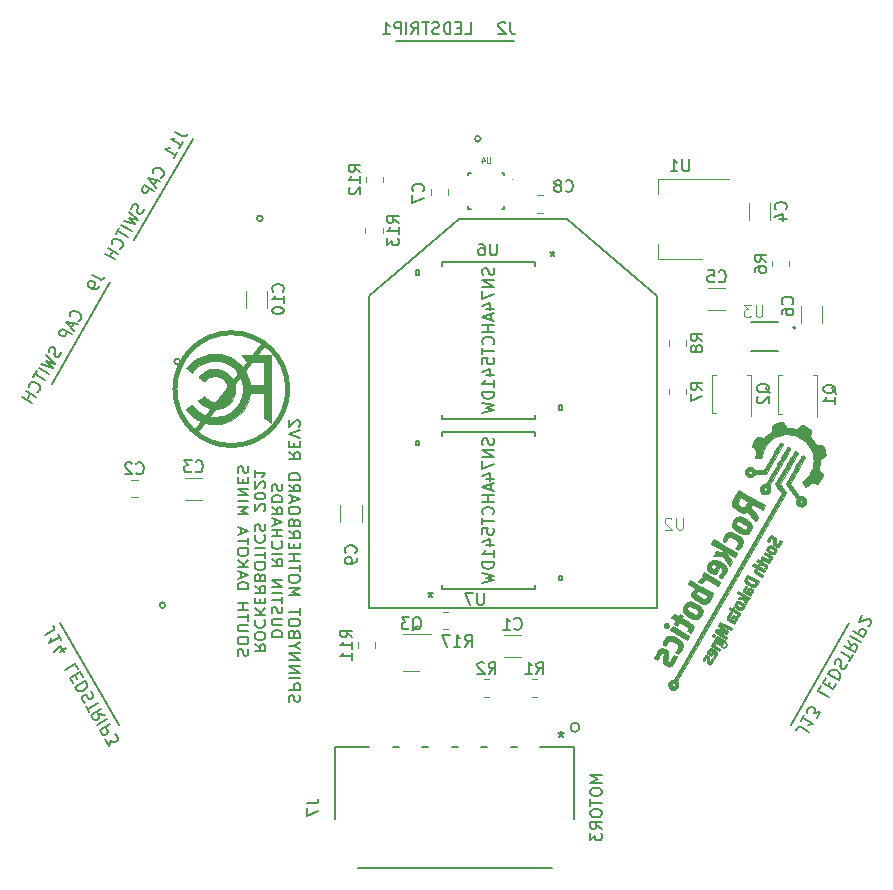
<source format=gbr>
%TF.GenerationSoftware,KiCad,Pcbnew,(5.99.0-10211-g744e70df36)*%
%TF.CreationDate,2021-04-29T03:04:50-06:00*%
%TF.ProjectId,spinnybot-motherboad,7370696e-6e79-4626-9f74-2d6d6f746865,rev?*%
%TF.SameCoordinates,Original*%
%TF.FileFunction,Legend,Bot*%
%TF.FilePolarity,Positive*%
%FSLAX46Y46*%
G04 Gerber Fmt 4.6, Leading zero omitted, Abs format (unit mm)*
G04 Created by KiCad (PCBNEW (5.99.0-10211-g744e70df36)) date 2021-04-29 03:04:50*
%MOMM*%
%LPD*%
G01*
G04 APERTURE LIST*
%ADD10C,0.150000*%
%ADD11C,0.015000*%
%ADD12C,0.120000*%
%ADD13C,0.200000*%
%ADD14C,0.010000*%
%ADD15C,0.127000*%
%ADD16C,0.100000*%
%ADD17C,0.152400*%
%ADD18C,0.400000*%
G04 APERTURE END LIST*
D10*
X158779214Y-123628571D02*
X158736357Y-123485714D01*
X158736357Y-123247619D01*
X158779214Y-123152380D01*
X158822071Y-123104761D01*
X158907785Y-123057142D01*
X158993500Y-123057142D01*
X159079214Y-123104761D01*
X159122071Y-123152380D01*
X159164928Y-123247619D01*
X159207785Y-123438095D01*
X159250642Y-123533333D01*
X159293500Y-123580952D01*
X159379214Y-123628571D01*
X159464928Y-123628571D01*
X159550642Y-123580952D01*
X159593500Y-123533333D01*
X159636357Y-123438095D01*
X159636357Y-123200000D01*
X159593500Y-123057142D01*
X158736357Y-122628571D02*
X159636357Y-122628571D01*
X159636357Y-122247619D01*
X159593500Y-122152380D01*
X159550642Y-122104761D01*
X159464928Y-122057142D01*
X159336357Y-122057142D01*
X159250642Y-122104761D01*
X159207785Y-122152380D01*
X159164928Y-122247619D01*
X159164928Y-122628571D01*
X158736357Y-121628571D02*
X159636357Y-121628571D01*
X158736357Y-121152380D02*
X159636357Y-121152380D01*
X158736357Y-120580952D01*
X159636357Y-120580952D01*
X158736357Y-120104761D02*
X159636357Y-120104761D01*
X158736357Y-119533333D01*
X159636357Y-119533333D01*
X159164928Y-118866666D02*
X158736357Y-118866666D01*
X159636357Y-119200000D02*
X159164928Y-118866666D01*
X159636357Y-118533333D01*
X159207785Y-117866666D02*
X159164928Y-117723809D01*
X159122071Y-117676190D01*
X159036357Y-117628571D01*
X158907785Y-117628571D01*
X158822071Y-117676190D01*
X158779214Y-117723809D01*
X158736357Y-117819047D01*
X158736357Y-118200000D01*
X159636357Y-118200000D01*
X159636357Y-117866666D01*
X159593500Y-117771428D01*
X159550642Y-117723809D01*
X159464928Y-117676190D01*
X159379214Y-117676190D01*
X159293500Y-117723809D01*
X159250642Y-117771428D01*
X159207785Y-117866666D01*
X159207785Y-118200000D01*
X159636357Y-117009523D02*
X159636357Y-116819047D01*
X159593500Y-116723809D01*
X159507785Y-116628571D01*
X159336357Y-116580952D01*
X159036357Y-116580952D01*
X158864928Y-116628571D01*
X158779214Y-116723809D01*
X158736357Y-116819047D01*
X158736357Y-117009523D01*
X158779214Y-117104761D01*
X158864928Y-117200000D01*
X159036357Y-117247619D01*
X159336357Y-117247619D01*
X159507785Y-117200000D01*
X159593500Y-117104761D01*
X159636357Y-117009523D01*
X159636357Y-116295238D02*
X159636357Y-115723809D01*
X158736357Y-116009523D02*
X159636357Y-116009523D01*
X158736357Y-114628571D02*
X159636357Y-114628571D01*
X158993500Y-114295238D01*
X159636357Y-113961904D01*
X158736357Y-113961904D01*
X159636357Y-113295238D02*
X159636357Y-113104761D01*
X159593500Y-113009523D01*
X159507785Y-112914285D01*
X159336357Y-112866666D01*
X159036357Y-112866666D01*
X158864928Y-112914285D01*
X158779214Y-113009523D01*
X158736357Y-113104761D01*
X158736357Y-113295238D01*
X158779214Y-113390476D01*
X158864928Y-113485714D01*
X159036357Y-113533333D01*
X159336357Y-113533333D01*
X159507785Y-113485714D01*
X159593500Y-113390476D01*
X159636357Y-113295238D01*
X159636357Y-112580952D02*
X159636357Y-112009523D01*
X158736357Y-112295238D02*
X159636357Y-112295238D01*
X158736357Y-111676190D02*
X159636357Y-111676190D01*
X159207785Y-111676190D02*
X159207785Y-111104761D01*
X158736357Y-111104761D02*
X159636357Y-111104761D01*
X159207785Y-110628571D02*
X159207785Y-110295238D01*
X158736357Y-110152380D02*
X158736357Y-110628571D01*
X159636357Y-110628571D01*
X159636357Y-110152380D01*
X158736357Y-109152380D02*
X159164928Y-109485714D01*
X158736357Y-109723809D02*
X159636357Y-109723809D01*
X159636357Y-109342857D01*
X159593500Y-109247619D01*
X159550642Y-109200000D01*
X159464928Y-109152380D01*
X159336357Y-109152380D01*
X159250642Y-109200000D01*
X159207785Y-109247619D01*
X159164928Y-109342857D01*
X159164928Y-109723809D01*
X159207785Y-108390476D02*
X159164928Y-108247619D01*
X159122071Y-108200000D01*
X159036357Y-108152380D01*
X158907785Y-108152380D01*
X158822071Y-108200000D01*
X158779214Y-108247619D01*
X158736357Y-108342857D01*
X158736357Y-108723809D01*
X159636357Y-108723809D01*
X159636357Y-108390476D01*
X159593500Y-108295238D01*
X159550642Y-108247619D01*
X159464928Y-108200000D01*
X159379214Y-108200000D01*
X159293500Y-108247619D01*
X159250642Y-108295238D01*
X159207785Y-108390476D01*
X159207785Y-108723809D01*
X159636357Y-107533333D02*
X159636357Y-107342857D01*
X159593500Y-107247619D01*
X159507785Y-107152380D01*
X159336357Y-107104761D01*
X159036357Y-107104761D01*
X158864928Y-107152380D01*
X158779214Y-107247619D01*
X158736357Y-107342857D01*
X158736357Y-107533333D01*
X158779214Y-107628571D01*
X158864928Y-107723809D01*
X159036357Y-107771428D01*
X159336357Y-107771428D01*
X159507785Y-107723809D01*
X159593500Y-107628571D01*
X159636357Y-107533333D01*
X158993500Y-106723809D02*
X158993500Y-106247619D01*
X158736357Y-106819047D02*
X159636357Y-106485714D01*
X158736357Y-106152380D01*
X158736357Y-105247619D02*
X159164928Y-105580952D01*
X158736357Y-105819047D02*
X159636357Y-105819047D01*
X159636357Y-105438095D01*
X159593500Y-105342857D01*
X159550642Y-105295238D01*
X159464928Y-105247619D01*
X159336357Y-105247619D01*
X159250642Y-105295238D01*
X159207785Y-105342857D01*
X159164928Y-105438095D01*
X159164928Y-105819047D01*
X158736357Y-104819047D02*
X159636357Y-104819047D01*
X159636357Y-104580952D01*
X159593500Y-104438095D01*
X159507785Y-104342857D01*
X159422071Y-104295238D01*
X159250642Y-104247619D01*
X159122071Y-104247619D01*
X158950642Y-104295238D01*
X158864928Y-104342857D01*
X158779214Y-104438095D01*
X158736357Y-104580952D01*
X158736357Y-104819047D01*
X158736357Y-102485714D02*
X159164928Y-102819047D01*
X158736357Y-103057142D02*
X159636357Y-103057142D01*
X159636357Y-102676190D01*
X159593500Y-102580952D01*
X159550642Y-102533333D01*
X159464928Y-102485714D01*
X159336357Y-102485714D01*
X159250642Y-102533333D01*
X159207785Y-102580952D01*
X159164928Y-102676190D01*
X159164928Y-103057142D01*
X159207785Y-102057142D02*
X159207785Y-101723809D01*
X158736357Y-101580952D02*
X158736357Y-102057142D01*
X159636357Y-102057142D01*
X159636357Y-101580952D01*
X159636357Y-101295238D02*
X158736357Y-100961904D01*
X159636357Y-100628571D01*
X159550642Y-100342857D02*
X159593500Y-100295238D01*
X159636357Y-100200000D01*
X159636357Y-99961904D01*
X159593500Y-99866666D01*
X159550642Y-99819047D01*
X159464928Y-99771428D01*
X159379214Y-99771428D01*
X159250642Y-99819047D01*
X158736357Y-100390476D01*
X158736357Y-99771428D01*
X157287357Y-118152380D02*
X158187357Y-118152380D01*
X158187357Y-117914285D01*
X158144500Y-117771428D01*
X158058785Y-117676190D01*
X157973071Y-117628571D01*
X157801642Y-117580952D01*
X157673071Y-117580952D01*
X157501642Y-117628571D01*
X157415928Y-117676190D01*
X157330214Y-117771428D01*
X157287357Y-117914285D01*
X157287357Y-118152380D01*
X158187357Y-117152380D02*
X157458785Y-117152380D01*
X157373071Y-117104761D01*
X157330214Y-117057142D01*
X157287357Y-116961904D01*
X157287357Y-116771428D01*
X157330214Y-116676190D01*
X157373071Y-116628571D01*
X157458785Y-116580952D01*
X158187357Y-116580952D01*
X157330214Y-116152380D02*
X157287357Y-116009523D01*
X157287357Y-115771428D01*
X157330214Y-115676190D01*
X157373071Y-115628571D01*
X157458785Y-115580952D01*
X157544500Y-115580952D01*
X157630214Y-115628571D01*
X157673071Y-115676190D01*
X157715928Y-115771428D01*
X157758785Y-115961904D01*
X157801642Y-116057142D01*
X157844500Y-116104761D01*
X157930214Y-116152380D01*
X158015928Y-116152380D01*
X158101642Y-116104761D01*
X158144500Y-116057142D01*
X158187357Y-115961904D01*
X158187357Y-115723809D01*
X158144500Y-115580952D01*
X158187357Y-115295238D02*
X158187357Y-114723809D01*
X157287357Y-115009523D02*
X158187357Y-115009523D01*
X157287357Y-114390476D02*
X158187357Y-114390476D01*
X157287357Y-113914285D02*
X158187357Y-113914285D01*
X157287357Y-113342857D01*
X158187357Y-113342857D01*
X157287357Y-111533333D02*
X157715928Y-111866666D01*
X157287357Y-112104761D02*
X158187357Y-112104761D01*
X158187357Y-111723809D01*
X158144500Y-111628571D01*
X158101642Y-111580952D01*
X158015928Y-111533333D01*
X157887357Y-111533333D01*
X157801642Y-111580952D01*
X157758785Y-111628571D01*
X157715928Y-111723809D01*
X157715928Y-112104761D01*
X157287357Y-111104761D02*
X158187357Y-111104761D01*
X157373071Y-110057142D02*
X157330214Y-110104761D01*
X157287357Y-110247619D01*
X157287357Y-110342857D01*
X157330214Y-110485714D01*
X157415928Y-110580952D01*
X157501642Y-110628571D01*
X157673071Y-110676190D01*
X157801642Y-110676190D01*
X157973071Y-110628571D01*
X158058785Y-110580952D01*
X158144500Y-110485714D01*
X158187357Y-110342857D01*
X158187357Y-110247619D01*
X158144500Y-110104761D01*
X158101642Y-110057142D01*
X157287357Y-109628571D02*
X158187357Y-109628571D01*
X157758785Y-109628571D02*
X157758785Y-109057142D01*
X157287357Y-109057142D02*
X158187357Y-109057142D01*
X157544500Y-108628571D02*
X157544500Y-108152380D01*
X157287357Y-108723809D02*
X158187357Y-108390476D01*
X157287357Y-108057142D01*
X157287357Y-107152380D02*
X157715928Y-107485714D01*
X157287357Y-107723809D02*
X158187357Y-107723809D01*
X158187357Y-107342857D01*
X158144500Y-107247619D01*
X158101642Y-107200000D01*
X158015928Y-107152380D01*
X157887357Y-107152380D01*
X157801642Y-107200000D01*
X157758785Y-107247619D01*
X157715928Y-107342857D01*
X157715928Y-107723809D01*
X157287357Y-106723809D02*
X158187357Y-106723809D01*
X158187357Y-106485714D01*
X158144500Y-106342857D01*
X158058785Y-106247619D01*
X157973071Y-106200000D01*
X157801642Y-106152380D01*
X157673071Y-106152380D01*
X157501642Y-106200000D01*
X157415928Y-106247619D01*
X157330214Y-106342857D01*
X157287357Y-106485714D01*
X157287357Y-106723809D01*
X157330214Y-105771428D02*
X157287357Y-105628571D01*
X157287357Y-105390476D01*
X157330214Y-105295238D01*
X157373071Y-105247619D01*
X157458785Y-105200000D01*
X157544500Y-105200000D01*
X157630214Y-105247619D01*
X157673071Y-105295238D01*
X157715928Y-105390476D01*
X157758785Y-105580952D01*
X157801642Y-105676190D01*
X157844500Y-105723809D01*
X157930214Y-105771428D01*
X158015928Y-105771428D01*
X158101642Y-105723809D01*
X158144500Y-105676190D01*
X158187357Y-105580952D01*
X158187357Y-105342857D01*
X158144500Y-105200000D01*
X155838357Y-118771428D02*
X156266928Y-119104761D01*
X155838357Y-119342857D02*
X156738357Y-119342857D01*
X156738357Y-118961904D01*
X156695500Y-118866666D01*
X156652642Y-118819047D01*
X156566928Y-118771428D01*
X156438357Y-118771428D01*
X156352642Y-118819047D01*
X156309785Y-118866666D01*
X156266928Y-118961904D01*
X156266928Y-119342857D01*
X156738357Y-118152380D02*
X156738357Y-117961904D01*
X156695500Y-117866666D01*
X156609785Y-117771428D01*
X156438357Y-117723809D01*
X156138357Y-117723809D01*
X155966928Y-117771428D01*
X155881214Y-117866666D01*
X155838357Y-117961904D01*
X155838357Y-118152380D01*
X155881214Y-118247619D01*
X155966928Y-118342857D01*
X156138357Y-118390476D01*
X156438357Y-118390476D01*
X156609785Y-118342857D01*
X156695500Y-118247619D01*
X156738357Y-118152380D01*
X155924071Y-116723809D02*
X155881214Y-116771428D01*
X155838357Y-116914285D01*
X155838357Y-117009523D01*
X155881214Y-117152380D01*
X155966928Y-117247619D01*
X156052642Y-117295238D01*
X156224071Y-117342857D01*
X156352642Y-117342857D01*
X156524071Y-117295238D01*
X156609785Y-117247619D01*
X156695500Y-117152380D01*
X156738357Y-117009523D01*
X156738357Y-116914285D01*
X156695500Y-116771428D01*
X156652642Y-116723809D01*
X155838357Y-116295238D02*
X156738357Y-116295238D01*
X155838357Y-115723809D02*
X156352642Y-116152380D01*
X156738357Y-115723809D02*
X156224071Y-116295238D01*
X156309785Y-115295238D02*
X156309785Y-114961904D01*
X155838357Y-114819047D02*
X155838357Y-115295238D01*
X156738357Y-115295238D01*
X156738357Y-114819047D01*
X155838357Y-113819047D02*
X156266928Y-114152380D01*
X155838357Y-114390476D02*
X156738357Y-114390476D01*
X156738357Y-114009523D01*
X156695500Y-113914285D01*
X156652642Y-113866666D01*
X156566928Y-113819047D01*
X156438357Y-113819047D01*
X156352642Y-113866666D01*
X156309785Y-113914285D01*
X156266928Y-114009523D01*
X156266928Y-114390476D01*
X156309785Y-113057142D02*
X156266928Y-112914285D01*
X156224071Y-112866666D01*
X156138357Y-112819047D01*
X156009785Y-112819047D01*
X155924071Y-112866666D01*
X155881214Y-112914285D01*
X155838357Y-113009523D01*
X155838357Y-113390476D01*
X156738357Y-113390476D01*
X156738357Y-113057142D01*
X156695500Y-112961904D01*
X156652642Y-112914285D01*
X156566928Y-112866666D01*
X156481214Y-112866666D01*
X156395500Y-112914285D01*
X156352642Y-112961904D01*
X156309785Y-113057142D01*
X156309785Y-113390476D01*
X156738357Y-112200000D02*
X156738357Y-112009523D01*
X156695500Y-111914285D01*
X156609785Y-111819047D01*
X156438357Y-111771428D01*
X156138357Y-111771428D01*
X155966928Y-111819047D01*
X155881214Y-111914285D01*
X155838357Y-112009523D01*
X155838357Y-112200000D01*
X155881214Y-112295238D01*
X155966928Y-112390476D01*
X156138357Y-112438095D01*
X156438357Y-112438095D01*
X156609785Y-112390476D01*
X156695500Y-112295238D01*
X156738357Y-112200000D01*
X156738357Y-111485714D02*
X156738357Y-110914285D01*
X155838357Y-111200000D02*
X156738357Y-111200000D01*
X155838357Y-110580952D02*
X156738357Y-110580952D01*
X155924071Y-109533333D02*
X155881214Y-109580952D01*
X155838357Y-109723809D01*
X155838357Y-109819047D01*
X155881214Y-109961904D01*
X155966928Y-110057142D01*
X156052642Y-110104761D01*
X156224071Y-110152380D01*
X156352642Y-110152380D01*
X156524071Y-110104761D01*
X156609785Y-110057142D01*
X156695500Y-109961904D01*
X156738357Y-109819047D01*
X156738357Y-109723809D01*
X156695500Y-109580952D01*
X156652642Y-109533333D01*
X155881214Y-109152380D02*
X155838357Y-109009523D01*
X155838357Y-108771428D01*
X155881214Y-108676190D01*
X155924071Y-108628571D01*
X156009785Y-108580952D01*
X156095500Y-108580952D01*
X156181214Y-108628571D01*
X156224071Y-108676190D01*
X156266928Y-108771428D01*
X156309785Y-108961904D01*
X156352642Y-109057142D01*
X156395500Y-109104761D01*
X156481214Y-109152380D01*
X156566928Y-109152380D01*
X156652642Y-109104761D01*
X156695500Y-109057142D01*
X156738357Y-108961904D01*
X156738357Y-108723809D01*
X156695500Y-108580952D01*
X156652642Y-107438095D02*
X156695500Y-107390476D01*
X156738357Y-107295238D01*
X156738357Y-107057142D01*
X156695500Y-106961904D01*
X156652642Y-106914285D01*
X156566928Y-106866666D01*
X156481214Y-106866666D01*
X156352642Y-106914285D01*
X155838357Y-107485714D01*
X155838357Y-106866666D01*
X156738357Y-106247619D02*
X156738357Y-106152380D01*
X156695500Y-106057142D01*
X156652642Y-106009523D01*
X156566928Y-105961904D01*
X156395500Y-105914285D01*
X156181214Y-105914285D01*
X156009785Y-105961904D01*
X155924071Y-106009523D01*
X155881214Y-106057142D01*
X155838357Y-106152380D01*
X155838357Y-106247619D01*
X155881214Y-106342857D01*
X155924071Y-106390476D01*
X156009785Y-106438095D01*
X156181214Y-106485714D01*
X156395500Y-106485714D01*
X156566928Y-106438095D01*
X156652642Y-106390476D01*
X156695500Y-106342857D01*
X156738357Y-106247619D01*
X156652642Y-105533333D02*
X156695500Y-105485714D01*
X156738357Y-105390476D01*
X156738357Y-105152380D01*
X156695500Y-105057142D01*
X156652642Y-105009523D01*
X156566928Y-104961904D01*
X156481214Y-104961904D01*
X156352642Y-105009523D01*
X155838357Y-105580952D01*
X155838357Y-104961904D01*
X155838357Y-104009523D02*
X155838357Y-104580952D01*
X155838357Y-104295238D02*
X156738357Y-104295238D01*
X156609785Y-104390476D01*
X156524071Y-104485714D01*
X156481214Y-104580952D01*
X154432214Y-119723809D02*
X154389357Y-119580952D01*
X154389357Y-119342857D01*
X154432214Y-119247619D01*
X154475071Y-119200000D01*
X154560785Y-119152380D01*
X154646500Y-119152380D01*
X154732214Y-119200000D01*
X154775071Y-119247619D01*
X154817928Y-119342857D01*
X154860785Y-119533333D01*
X154903642Y-119628571D01*
X154946500Y-119676190D01*
X155032214Y-119723809D01*
X155117928Y-119723809D01*
X155203642Y-119676190D01*
X155246500Y-119628571D01*
X155289357Y-119533333D01*
X155289357Y-119295238D01*
X155246500Y-119152380D01*
X155289357Y-118533333D02*
X155289357Y-118342857D01*
X155246500Y-118247619D01*
X155160785Y-118152380D01*
X154989357Y-118104761D01*
X154689357Y-118104761D01*
X154517928Y-118152380D01*
X154432214Y-118247619D01*
X154389357Y-118342857D01*
X154389357Y-118533333D01*
X154432214Y-118628571D01*
X154517928Y-118723809D01*
X154689357Y-118771428D01*
X154989357Y-118771428D01*
X155160785Y-118723809D01*
X155246500Y-118628571D01*
X155289357Y-118533333D01*
X155289357Y-117676190D02*
X154560785Y-117676190D01*
X154475071Y-117628571D01*
X154432214Y-117580952D01*
X154389357Y-117485714D01*
X154389357Y-117295238D01*
X154432214Y-117200000D01*
X154475071Y-117152380D01*
X154560785Y-117104761D01*
X155289357Y-117104761D01*
X155289357Y-116771428D02*
X155289357Y-116200000D01*
X154389357Y-116485714D02*
X155289357Y-116485714D01*
X154389357Y-115866666D02*
X155289357Y-115866666D01*
X154860785Y-115866666D02*
X154860785Y-115295238D01*
X154389357Y-115295238D02*
X155289357Y-115295238D01*
X154389357Y-114057142D02*
X155289357Y-114057142D01*
X155289357Y-113819047D01*
X155246500Y-113676190D01*
X155160785Y-113580952D01*
X155075071Y-113533333D01*
X154903642Y-113485714D01*
X154775071Y-113485714D01*
X154603642Y-113533333D01*
X154517928Y-113580952D01*
X154432214Y-113676190D01*
X154389357Y-113819047D01*
X154389357Y-114057142D01*
X154646500Y-113104761D02*
X154646500Y-112628571D01*
X154389357Y-113200000D02*
X155289357Y-112866666D01*
X154389357Y-112533333D01*
X154389357Y-112200000D02*
X155289357Y-112200000D01*
X154389357Y-111628571D02*
X154903642Y-112057142D01*
X155289357Y-111628571D02*
X154775071Y-112200000D01*
X155289357Y-111009523D02*
X155289357Y-110819047D01*
X155246500Y-110723809D01*
X155160785Y-110628571D01*
X154989357Y-110580952D01*
X154689357Y-110580952D01*
X154517928Y-110628571D01*
X154432214Y-110723809D01*
X154389357Y-110819047D01*
X154389357Y-111009523D01*
X154432214Y-111104761D01*
X154517928Y-111200000D01*
X154689357Y-111247619D01*
X154989357Y-111247619D01*
X155160785Y-111200000D01*
X155246500Y-111104761D01*
X155289357Y-111009523D01*
X155289357Y-110295238D02*
X155289357Y-109723809D01*
X154389357Y-110009523D02*
X155289357Y-110009523D01*
X154646500Y-109438095D02*
X154646500Y-108961904D01*
X154389357Y-109533333D02*
X155289357Y-109200000D01*
X154389357Y-108866666D01*
X154389357Y-107771428D02*
X155289357Y-107771428D01*
X154646500Y-107438095D01*
X155289357Y-107104761D01*
X154389357Y-107104761D01*
X154389357Y-106628571D02*
X155289357Y-106628571D01*
X154389357Y-106152380D02*
X155289357Y-106152380D01*
X154389357Y-105580952D01*
X155289357Y-105580952D01*
X154860785Y-105104761D02*
X154860785Y-104771428D01*
X154389357Y-104628571D02*
X154389357Y-105104761D01*
X155289357Y-105104761D01*
X155289357Y-104628571D01*
X154432214Y-104247619D02*
X154389357Y-104104761D01*
X154389357Y-103866666D01*
X154432214Y-103771428D01*
X154475071Y-103723809D01*
X154560785Y-103676190D01*
X154646500Y-103676190D01*
X154732214Y-103723809D01*
X154775071Y-103771428D01*
X154817928Y-103866666D01*
X154860785Y-104057142D01*
X154903642Y-104152380D01*
X154946500Y-104200000D01*
X155032214Y-104247619D01*
X155117928Y-104247619D01*
X155203642Y-104200000D01*
X155246500Y-104152380D01*
X155289357Y-104057142D01*
X155289357Y-103819047D01*
X155246500Y-103676190D01*
%TO.C,R7*%
X193742380Y-97203333D02*
X193266190Y-96870000D01*
X193742380Y-96631904D02*
X192742380Y-96631904D01*
X192742380Y-97012857D01*
X192790000Y-97108095D01*
X192837619Y-97155714D01*
X192932857Y-97203333D01*
X193075714Y-97203333D01*
X193170952Y-97155714D01*
X193218571Y-97108095D01*
X193266190Y-97012857D01*
X193266190Y-96631904D01*
X192742380Y-97536666D02*
X192742380Y-98203333D01*
X193742380Y-97774761D01*
%TO.C,C6*%
X201357142Y-89963333D02*
X201404761Y-89915714D01*
X201452380Y-89772857D01*
X201452380Y-89677619D01*
X201404761Y-89534761D01*
X201309523Y-89439523D01*
X201214285Y-89391904D01*
X201023809Y-89344285D01*
X200880952Y-89344285D01*
X200690476Y-89391904D01*
X200595238Y-89439523D01*
X200500000Y-89534761D01*
X200452380Y-89677619D01*
X200452380Y-89772857D01*
X200500000Y-89915714D01*
X200547619Y-89963333D01*
X200452380Y-90820476D02*
X200452380Y-90630000D01*
X200500000Y-90534761D01*
X200547619Y-90487142D01*
X200690476Y-90391904D01*
X200880952Y-90344285D01*
X201261904Y-90344285D01*
X201357142Y-90391904D01*
X201404761Y-90439523D01*
X201452380Y-90534761D01*
X201452380Y-90725238D01*
X201404761Y-90820476D01*
X201357142Y-90868095D01*
X201261904Y-90915714D01*
X201023809Y-90915714D01*
X200928571Y-90868095D01*
X200880952Y-90820476D01*
X200833333Y-90725238D01*
X200833333Y-90534761D01*
X200880952Y-90439523D01*
X200928571Y-90391904D01*
X201023809Y-90344285D01*
%TO.C,U1*%
X192621904Y-77702380D02*
X192621904Y-78511904D01*
X192574285Y-78607142D01*
X192526666Y-78654761D01*
X192431428Y-78702380D01*
X192240952Y-78702380D01*
X192145714Y-78654761D01*
X192098095Y-78607142D01*
X192050476Y-78511904D01*
X192050476Y-77702380D01*
X191050476Y-78702380D02*
X191621904Y-78702380D01*
X191336190Y-78702380D02*
X191336190Y-77702380D01*
X191431428Y-77845238D01*
X191526666Y-77940476D01*
X191621904Y-77988095D01*
%TO.C,C8*%
X182166666Y-80357142D02*
X182214285Y-80404761D01*
X182357142Y-80452380D01*
X182452380Y-80452380D01*
X182595238Y-80404761D01*
X182690476Y-80309523D01*
X182738095Y-80214285D01*
X182785714Y-80023809D01*
X182785714Y-79880952D01*
X182738095Y-79690476D01*
X182690476Y-79595238D01*
X182595238Y-79500000D01*
X182452380Y-79452380D01*
X182357142Y-79452380D01*
X182214285Y-79500000D01*
X182166666Y-79547619D01*
X181595238Y-79880952D02*
X181690476Y-79833333D01*
X181738095Y-79785714D01*
X181785714Y-79690476D01*
X181785714Y-79642857D01*
X181738095Y-79547619D01*
X181690476Y-79500000D01*
X181595238Y-79452380D01*
X181404761Y-79452380D01*
X181309523Y-79500000D01*
X181261904Y-79547619D01*
X181214285Y-79642857D01*
X181214285Y-79690476D01*
X181261904Y-79785714D01*
X181309523Y-79833333D01*
X181404761Y-79880952D01*
X181595238Y-79880952D01*
X181690476Y-79928571D01*
X181738095Y-79976190D01*
X181785714Y-80071428D01*
X181785714Y-80261904D01*
X181738095Y-80357142D01*
X181690476Y-80404761D01*
X181595238Y-80452380D01*
X181404761Y-80452380D01*
X181309523Y-80404761D01*
X181261904Y-80357142D01*
X181214285Y-80261904D01*
X181214285Y-80071428D01*
X181261904Y-79976190D01*
X181309523Y-79928571D01*
X181404761Y-79880952D01*
%TO.C,R12*%
X164792380Y-78757142D02*
X164316190Y-78423809D01*
X164792380Y-78185714D02*
X163792380Y-78185714D01*
X163792380Y-78566666D01*
X163840000Y-78661904D01*
X163887619Y-78709523D01*
X163982857Y-78757142D01*
X164125714Y-78757142D01*
X164220952Y-78709523D01*
X164268571Y-78661904D01*
X164316190Y-78566666D01*
X164316190Y-78185714D01*
X164792380Y-79709523D02*
X164792380Y-79138095D01*
X164792380Y-79423809D02*
X163792380Y-79423809D01*
X163935238Y-79328571D01*
X164030476Y-79233333D01*
X164078095Y-79138095D01*
X163887619Y-80090476D02*
X163840000Y-80138095D01*
X163792380Y-80233333D01*
X163792380Y-80471428D01*
X163840000Y-80566666D01*
X163887619Y-80614285D01*
X163982857Y-80661904D01*
X164078095Y-80661904D01*
X164220952Y-80614285D01*
X164792380Y-80042857D01*
X164792380Y-80661904D01*
%TO.C,C9*%
X164367142Y-111013333D02*
X164414761Y-110965714D01*
X164462380Y-110822857D01*
X164462380Y-110727619D01*
X164414761Y-110584761D01*
X164319523Y-110489523D01*
X164224285Y-110441904D01*
X164033809Y-110394285D01*
X163890952Y-110394285D01*
X163700476Y-110441904D01*
X163605238Y-110489523D01*
X163510000Y-110584761D01*
X163462380Y-110727619D01*
X163462380Y-110822857D01*
X163510000Y-110965714D01*
X163557619Y-111013333D01*
X164462380Y-111489523D02*
X164462380Y-111680000D01*
X164414761Y-111775238D01*
X164367142Y-111822857D01*
X164224285Y-111918095D01*
X164033809Y-111965714D01*
X163652857Y-111965714D01*
X163557619Y-111918095D01*
X163510000Y-111870476D01*
X163462380Y-111775238D01*
X163462380Y-111584761D01*
X163510000Y-111489523D01*
X163557619Y-111441904D01*
X163652857Y-111394285D01*
X163890952Y-111394285D01*
X163986190Y-111441904D01*
X164033809Y-111489523D01*
X164081428Y-111584761D01*
X164081428Y-111775238D01*
X164033809Y-111870476D01*
X163986190Y-111918095D01*
X163890952Y-111965714D01*
%TO.C,J14*%
X138098405Y-118004763D02*
X138718149Y-117646954D01*
X138818244Y-117534076D01*
X138853168Y-117403735D01*
X138822923Y-117255933D01*
X138775215Y-117173300D01*
X139466979Y-118371472D02*
X139180732Y-117875677D01*
X139323856Y-118123574D02*
X138456214Y-118624507D01*
X138532455Y-118470313D01*
X138567380Y-118339972D01*
X138560988Y-118233486D01*
X139317923Y-119449120D02*
X139896351Y-119115164D01*
X138868123Y-119433370D02*
X139368597Y-118868979D01*
X139678699Y-119406091D01*
X140885690Y-120829683D02*
X140647396Y-120416945D01*
X139780648Y-120917363D01*
X140598485Y-121380722D02*
X140765291Y-121669639D01*
X141290790Y-121531336D02*
X141052496Y-121118599D01*
X140185747Y-121619016D01*
X140424041Y-122031754D01*
X141505255Y-121902800D02*
X140638506Y-122403217D01*
X140757653Y-122609586D01*
X140870415Y-122709578D01*
X141000621Y-122744467D01*
X141106998Y-122738082D01*
X141295923Y-122684038D01*
X141419744Y-122612549D01*
X141561009Y-122475958D01*
X141619727Y-122387026D01*
X141654616Y-122256819D01*
X141624402Y-122109169D01*
X141505255Y-121902800D01*
X141940569Y-122752104D02*
X142053331Y-122852096D01*
X142172478Y-123058465D01*
X142178863Y-123164842D01*
X142161419Y-123229945D01*
X142102701Y-123318877D01*
X142020153Y-123366536D01*
X141913776Y-123372921D01*
X141848673Y-123355477D01*
X141759741Y-123296759D01*
X141623149Y-123155493D01*
X141534217Y-123096775D01*
X141469114Y-123079331D01*
X141362737Y-123085716D01*
X141280189Y-123133375D01*
X141221471Y-123222307D01*
X141204027Y-123287410D01*
X141210412Y-123393787D01*
X141329559Y-123600156D01*
X141442321Y-123700148D01*
X141544023Y-123971620D02*
X141829976Y-124466904D01*
X142553748Y-123718845D02*
X141687000Y-124219262D01*
X143149484Y-124750688D02*
X142569940Y-124700066D01*
X142863531Y-124255403D02*
X141996782Y-124755821D01*
X142187417Y-125086011D01*
X142276350Y-125144729D01*
X142341453Y-125162173D01*
X142447830Y-125155788D01*
X142571651Y-125084300D01*
X142630369Y-124995367D01*
X142647814Y-124930264D01*
X142641429Y-124823887D01*
X142450793Y-124493697D01*
X143363948Y-125122152D02*
X142497200Y-125622569D01*
X143602242Y-125534889D02*
X142735494Y-126035307D01*
X142926129Y-126365496D01*
X143015061Y-126424215D01*
X143080165Y-126441659D01*
X143186542Y-126435274D01*
X143310363Y-126363786D01*
X143369081Y-126274853D01*
X143386525Y-126209750D01*
X143380140Y-126103373D01*
X143189505Y-125773183D01*
X143188252Y-126819508D02*
X143498035Y-127356066D01*
X143661419Y-126876515D01*
X143732907Y-127000336D01*
X143821840Y-127059054D01*
X143886943Y-127076498D01*
X143993320Y-127070113D01*
X144199688Y-126950966D01*
X144258406Y-126862034D01*
X144275851Y-126796931D01*
X144269466Y-126690554D01*
X144126489Y-126442911D01*
X144037557Y-126384193D01*
X143972453Y-126366749D01*
%TO.C,C1*%
X177826666Y-117427142D02*
X177874285Y-117474761D01*
X178017142Y-117522380D01*
X178112380Y-117522380D01*
X178255238Y-117474761D01*
X178350476Y-117379523D01*
X178398095Y-117284285D01*
X178445714Y-117093809D01*
X178445714Y-116950952D01*
X178398095Y-116760476D01*
X178350476Y-116665238D01*
X178255238Y-116570000D01*
X178112380Y-116522380D01*
X178017142Y-116522380D01*
X177874285Y-116570000D01*
X177826666Y-116617619D01*
X176874285Y-117522380D02*
X177445714Y-117522380D01*
X177160000Y-117522380D02*
X177160000Y-116522380D01*
X177255238Y-116665238D01*
X177350476Y-116760476D01*
X177445714Y-116808095D01*
%TO.C,R6*%
X199162380Y-86363333D02*
X198686190Y-86030000D01*
X199162380Y-85791904D02*
X198162380Y-85791904D01*
X198162380Y-86172857D01*
X198210000Y-86268095D01*
X198257619Y-86315714D01*
X198352857Y-86363333D01*
X198495714Y-86363333D01*
X198590952Y-86315714D01*
X198638571Y-86268095D01*
X198686190Y-86172857D01*
X198686190Y-85791904D01*
X198162380Y-87220476D02*
X198162380Y-87030000D01*
X198210000Y-86934761D01*
X198257619Y-86887142D01*
X198400476Y-86791904D01*
X198590952Y-86744285D01*
X198971904Y-86744285D01*
X199067142Y-86791904D01*
X199114761Y-86839523D01*
X199162380Y-86934761D01*
X199162380Y-87125238D01*
X199114761Y-87220476D01*
X199067142Y-87268095D01*
X198971904Y-87315714D01*
X198733809Y-87315714D01*
X198638571Y-87268095D01*
X198590952Y-87220476D01*
X198543333Y-87125238D01*
X198543333Y-86934761D01*
X198590952Y-86839523D01*
X198638571Y-86791904D01*
X198733809Y-86744285D01*
%TO.C,R1*%
X179696666Y-121272380D02*
X180030000Y-120796190D01*
X180268095Y-121272380D02*
X180268095Y-120272380D01*
X179887142Y-120272380D01*
X179791904Y-120320000D01*
X179744285Y-120367619D01*
X179696666Y-120462857D01*
X179696666Y-120605714D01*
X179744285Y-120700952D01*
X179791904Y-120748571D01*
X179887142Y-120796190D01*
X180268095Y-120796190D01*
X178744285Y-121272380D02*
X179315714Y-121272380D01*
X179030000Y-121272380D02*
X179030000Y-120272380D01*
X179125238Y-120415238D01*
X179220476Y-120510476D01*
X179315714Y-120558095D01*
%TO.C,R11*%
X164102380Y-118177142D02*
X163626190Y-117843809D01*
X164102380Y-117605714D02*
X163102380Y-117605714D01*
X163102380Y-117986666D01*
X163150000Y-118081904D01*
X163197619Y-118129523D01*
X163292857Y-118177142D01*
X163435714Y-118177142D01*
X163530952Y-118129523D01*
X163578571Y-118081904D01*
X163626190Y-117986666D01*
X163626190Y-117605714D01*
X164102380Y-119129523D02*
X164102380Y-118558095D01*
X164102380Y-118843809D02*
X163102380Y-118843809D01*
X163245238Y-118748571D01*
X163340476Y-118653333D01*
X163388095Y-118558095D01*
X164102380Y-120081904D02*
X164102380Y-119510476D01*
X164102380Y-119796190D02*
X163102380Y-119796190D01*
X163245238Y-119700952D01*
X163340476Y-119605714D01*
X163388095Y-119510476D01*
%TO.C,R2*%
X175646666Y-121272380D02*
X175980000Y-120796190D01*
X176218095Y-121272380D02*
X176218095Y-120272380D01*
X175837142Y-120272380D01*
X175741904Y-120320000D01*
X175694285Y-120367619D01*
X175646666Y-120462857D01*
X175646666Y-120605714D01*
X175694285Y-120700952D01*
X175741904Y-120748571D01*
X175837142Y-120796190D01*
X176218095Y-120796190D01*
X175265714Y-120367619D02*
X175218095Y-120320000D01*
X175122857Y-120272380D01*
X174884761Y-120272380D01*
X174789523Y-120320000D01*
X174741904Y-120367619D01*
X174694285Y-120462857D01*
X174694285Y-120558095D01*
X174741904Y-120700952D01*
X175313333Y-121272380D01*
X174694285Y-121272380D01*
%TO.C,C2*%
X145826154Y-104275603D02*
X145873773Y-104323222D01*
X146016630Y-104370841D01*
X146111868Y-104370841D01*
X146254726Y-104323222D01*
X146349964Y-104227984D01*
X146397583Y-104132746D01*
X146445202Y-103942270D01*
X146445202Y-103799413D01*
X146397583Y-103608937D01*
X146349964Y-103513699D01*
X146254726Y-103418461D01*
X146111868Y-103370841D01*
X146016630Y-103370841D01*
X145873773Y-103418461D01*
X145826154Y-103466080D01*
X145445202Y-103466080D02*
X145397583Y-103418461D01*
X145302345Y-103370841D01*
X145064249Y-103370841D01*
X144969011Y-103418461D01*
X144921392Y-103466080D01*
X144873773Y-103561318D01*
X144873773Y-103656556D01*
X144921392Y-103799413D01*
X145492821Y-104370841D01*
X144873773Y-104370841D01*
%TO.C,R8*%
X193742380Y-93073333D02*
X193266190Y-92740000D01*
X193742380Y-92501904D02*
X192742380Y-92501904D01*
X192742380Y-92882857D01*
X192790000Y-92978095D01*
X192837619Y-93025714D01*
X192932857Y-93073333D01*
X193075714Y-93073333D01*
X193170952Y-93025714D01*
X193218571Y-92978095D01*
X193266190Y-92882857D01*
X193266190Y-92501904D01*
X193170952Y-93644761D02*
X193123333Y-93549523D01*
X193075714Y-93501904D01*
X192980476Y-93454285D01*
X192932857Y-93454285D01*
X192837619Y-93501904D01*
X192790000Y-93549523D01*
X192742380Y-93644761D01*
X192742380Y-93835238D01*
X192790000Y-93930476D01*
X192837619Y-93978095D01*
X192932857Y-94025714D01*
X192980476Y-94025714D01*
X193075714Y-93978095D01*
X193123333Y-93930476D01*
X193170952Y-93835238D01*
X193170952Y-93644761D01*
X193218571Y-93549523D01*
X193266190Y-93501904D01*
X193361428Y-93454285D01*
X193551904Y-93454285D01*
X193647142Y-93501904D01*
X193694761Y-93549523D01*
X193742380Y-93644761D01*
X193742380Y-93835238D01*
X193694761Y-93930476D01*
X193647142Y-93978095D01*
X193551904Y-94025714D01*
X193361428Y-94025714D01*
X193266190Y-93978095D01*
X193218571Y-93930476D01*
X193170952Y-93835238D01*
D11*
%TO.C,U4*%
X175781126Y-77546970D02*
X175781126Y-77936282D01*
X175758225Y-77982084D01*
X175735325Y-78004985D01*
X175689523Y-78027885D01*
X175597920Y-78027885D01*
X175552119Y-78004985D01*
X175529218Y-77982084D01*
X175506317Y-77936282D01*
X175506317Y-77546970D01*
X175071204Y-77707275D02*
X175071204Y-78027885D01*
X175185707Y-77524070D02*
X175300211Y-77867580D01*
X175002502Y-77867580D01*
D10*
%TO.C,Q1*%
X205047619Y-97532261D02*
X205000000Y-97437023D01*
X204904761Y-97341785D01*
X204761904Y-97198928D01*
X204714285Y-97103690D01*
X204714285Y-97008452D01*
X204952380Y-97056071D02*
X204904761Y-96960833D01*
X204809523Y-96865595D01*
X204619047Y-96817976D01*
X204285714Y-96817976D01*
X204095238Y-96865595D01*
X204000000Y-96960833D01*
X203952380Y-97056071D01*
X203952380Y-97246547D01*
X204000000Y-97341785D01*
X204095238Y-97437023D01*
X204285714Y-97484642D01*
X204619047Y-97484642D01*
X204809523Y-97437023D01*
X204904761Y-97341785D01*
X204952380Y-97246547D01*
X204952380Y-97056071D01*
X204952380Y-98437023D02*
X204952380Y-97865595D01*
X204952380Y-98151309D02*
X203952380Y-98151309D01*
X204095238Y-98056071D01*
X204190476Y-97960833D01*
X204238095Y-97865595D01*
%TO.C,R13*%
X168052380Y-83077142D02*
X167576190Y-82743809D01*
X168052380Y-82505714D02*
X167052380Y-82505714D01*
X167052380Y-82886666D01*
X167100000Y-82981904D01*
X167147619Y-83029523D01*
X167242857Y-83077142D01*
X167385714Y-83077142D01*
X167480952Y-83029523D01*
X167528571Y-82981904D01*
X167576190Y-82886666D01*
X167576190Y-82505714D01*
X168052380Y-84029523D02*
X168052380Y-83458095D01*
X168052380Y-83743809D02*
X167052380Y-83743809D01*
X167195238Y-83648571D01*
X167290476Y-83553333D01*
X167338095Y-83458095D01*
X167052380Y-84362857D02*
X167052380Y-84981904D01*
X167433333Y-84648571D01*
X167433333Y-84791428D01*
X167480952Y-84886666D01*
X167528571Y-84934285D01*
X167623809Y-84981904D01*
X167861904Y-84981904D01*
X167957142Y-84934285D01*
X168004761Y-84886666D01*
X168052380Y-84791428D01*
X168052380Y-84505714D01*
X168004761Y-84410476D01*
X167957142Y-84362857D01*
%TO.C,C5*%
X195126666Y-88017142D02*
X195174285Y-88064761D01*
X195317142Y-88112380D01*
X195412380Y-88112380D01*
X195555238Y-88064761D01*
X195650476Y-87969523D01*
X195698095Y-87874285D01*
X195745714Y-87683809D01*
X195745714Y-87540952D01*
X195698095Y-87350476D01*
X195650476Y-87255238D01*
X195555238Y-87160000D01*
X195412380Y-87112380D01*
X195317142Y-87112380D01*
X195174285Y-87160000D01*
X195126666Y-87207619D01*
X194221904Y-87112380D02*
X194698095Y-87112380D01*
X194745714Y-87588571D01*
X194698095Y-87540952D01*
X194602857Y-87493333D01*
X194364761Y-87493333D01*
X194269523Y-87540952D01*
X194221904Y-87588571D01*
X194174285Y-87683809D01*
X194174285Y-87921904D01*
X194221904Y-88017142D01*
X194269523Y-88064761D01*
X194364761Y-88112380D01*
X194602857Y-88112380D01*
X194698095Y-88064761D01*
X194745714Y-88017142D01*
D11*
%TO.C,U3*%
X198826904Y-90029880D02*
X198826904Y-90839404D01*
X198779285Y-90934642D01*
X198731666Y-90982261D01*
X198636428Y-91029880D01*
X198445952Y-91029880D01*
X198350714Y-90982261D01*
X198303095Y-90934642D01*
X198255476Y-90839404D01*
X198255476Y-90029880D01*
X197874523Y-90029880D02*
X197255476Y-90029880D01*
X197588809Y-90410833D01*
X197445952Y-90410833D01*
X197350714Y-90458452D01*
X197303095Y-90506071D01*
X197255476Y-90601309D01*
X197255476Y-90839404D01*
X197303095Y-90934642D01*
X197350714Y-90982261D01*
X197445952Y-91029880D01*
X197731666Y-91029880D01*
X197826904Y-90982261D01*
X197874523Y-90934642D01*
D10*
%TO.C,Q2*%
X199447619Y-97464761D02*
X199400000Y-97369523D01*
X199304761Y-97274285D01*
X199161904Y-97131428D01*
X199114285Y-97036190D01*
X199114285Y-96940952D01*
X199352380Y-96988571D02*
X199304761Y-96893333D01*
X199209523Y-96798095D01*
X199019047Y-96750476D01*
X198685714Y-96750476D01*
X198495238Y-96798095D01*
X198400000Y-96893333D01*
X198352380Y-96988571D01*
X198352380Y-97179047D01*
X198400000Y-97274285D01*
X198495238Y-97369523D01*
X198685714Y-97417142D01*
X199019047Y-97417142D01*
X199209523Y-97369523D01*
X199304761Y-97274285D01*
X199352380Y-97179047D01*
X199352380Y-96988571D01*
X198447619Y-97798095D02*
X198400000Y-97845714D01*
X198352380Y-97940952D01*
X198352380Y-98179047D01*
X198400000Y-98274285D01*
X198447619Y-98321904D01*
X198542857Y-98369523D01*
X198638095Y-98369523D01*
X198780952Y-98321904D01*
X199352380Y-97750476D01*
X199352380Y-98369523D01*
%TO.C,U7*%
X175241904Y-114432380D02*
X175241904Y-115241904D01*
X175194285Y-115337142D01*
X175146666Y-115384761D01*
X175051428Y-115432380D01*
X174860952Y-115432380D01*
X174765714Y-115384761D01*
X174718095Y-115337142D01*
X174670476Y-115241904D01*
X174670476Y-114432380D01*
X174289523Y-114432380D02*
X173622857Y-114432380D01*
X174051428Y-115432380D01*
X176054761Y-101334761D02*
X176102380Y-101477619D01*
X176102380Y-101715714D01*
X176054761Y-101810952D01*
X176007142Y-101858571D01*
X175911904Y-101906190D01*
X175816666Y-101906190D01*
X175721428Y-101858571D01*
X175673809Y-101810952D01*
X175626190Y-101715714D01*
X175578571Y-101525238D01*
X175530952Y-101430000D01*
X175483333Y-101382380D01*
X175388095Y-101334761D01*
X175292857Y-101334761D01*
X175197619Y-101382380D01*
X175150000Y-101430000D01*
X175102380Y-101525238D01*
X175102380Y-101763333D01*
X175150000Y-101906190D01*
X176102380Y-102334761D02*
X175102380Y-102334761D01*
X176102380Y-102906190D01*
X175102380Y-102906190D01*
X175102380Y-103287142D02*
X175102380Y-103953809D01*
X176102380Y-103525238D01*
X175435714Y-104763333D02*
X176102380Y-104763333D01*
X175054761Y-104525238D02*
X175769047Y-104287142D01*
X175769047Y-104906190D01*
X175816666Y-105239523D02*
X175816666Y-105715714D01*
X176102380Y-105144285D02*
X175102380Y-105477619D01*
X176102380Y-105810952D01*
X176102380Y-106144285D02*
X175102380Y-106144285D01*
X175578571Y-106144285D02*
X175578571Y-106715714D01*
X176102380Y-106715714D02*
X175102380Y-106715714D01*
X176007142Y-107763333D02*
X176054761Y-107715714D01*
X176102380Y-107572857D01*
X176102380Y-107477619D01*
X176054761Y-107334761D01*
X175959523Y-107239523D01*
X175864285Y-107191904D01*
X175673809Y-107144285D01*
X175530952Y-107144285D01*
X175340476Y-107191904D01*
X175245238Y-107239523D01*
X175150000Y-107334761D01*
X175102380Y-107477619D01*
X175102380Y-107572857D01*
X175150000Y-107715714D01*
X175197619Y-107763333D01*
X175102380Y-108049047D02*
X175102380Y-108620476D01*
X176102380Y-108334761D02*
X175102380Y-108334761D01*
X175102380Y-109430000D02*
X175102380Y-108953809D01*
X175578571Y-108906190D01*
X175530952Y-108953809D01*
X175483333Y-109049047D01*
X175483333Y-109287142D01*
X175530952Y-109382380D01*
X175578571Y-109430000D01*
X175673809Y-109477619D01*
X175911904Y-109477619D01*
X176007142Y-109430000D01*
X176054761Y-109382380D01*
X176102380Y-109287142D01*
X176102380Y-109049047D01*
X176054761Y-108953809D01*
X176007142Y-108906190D01*
X175435714Y-110334761D02*
X176102380Y-110334761D01*
X175054761Y-110096666D02*
X175769047Y-109858571D01*
X175769047Y-110477619D01*
X176102380Y-111382380D02*
X176102380Y-110810952D01*
X176102380Y-111096666D02*
X175102380Y-111096666D01*
X175245238Y-111001428D01*
X175340476Y-110906190D01*
X175388095Y-110810952D01*
X176102380Y-111810952D02*
X175102380Y-111810952D01*
X175102380Y-112049047D01*
X175150000Y-112191904D01*
X175245238Y-112287142D01*
X175340476Y-112334761D01*
X175530952Y-112382380D01*
X175673809Y-112382380D01*
X175864285Y-112334761D01*
X175959523Y-112287142D01*
X176054761Y-112191904D01*
X176102380Y-112049047D01*
X176102380Y-111810952D01*
X175102380Y-112715714D02*
X176102380Y-112953809D01*
X175388095Y-113144285D01*
X176102380Y-113334761D01*
X175102380Y-113572857D01*
X170709700Y-114298380D02*
X170709700Y-114536476D01*
X170947795Y-114441238D02*
X170709700Y-114536476D01*
X170471604Y-114441238D01*
X170852557Y-114726952D02*
X170709700Y-114536476D01*
X170566842Y-114726952D01*
X170709700Y-114298380D02*
X170709700Y-114536476D01*
X170947795Y-114441238D02*
X170709700Y-114536476D01*
X170471604Y-114441238D01*
X170852557Y-114726952D02*
X170709700Y-114536476D01*
X170566842Y-114726952D01*
%TO.C,C7*%
X170088402Y-80383333D02*
X170136021Y-80335714D01*
X170183640Y-80192857D01*
X170183640Y-80097619D01*
X170136021Y-79954761D01*
X170040783Y-79859523D01*
X169945545Y-79811904D01*
X169755069Y-79764285D01*
X169612212Y-79764285D01*
X169421736Y-79811904D01*
X169326498Y-79859523D01*
X169231260Y-79954761D01*
X169183640Y-80097619D01*
X169183640Y-80192857D01*
X169231260Y-80335714D01*
X169278879Y-80383333D01*
X169183640Y-80716666D02*
X169183640Y-81383333D01*
X170183640Y-80954761D01*
%TO.C,J2*%
X177479855Y-66096877D02*
X177479855Y-66812495D01*
X177527562Y-66955619D01*
X177622978Y-67051035D01*
X177766102Y-67098743D01*
X177861518Y-67098743D01*
X177050483Y-66192292D02*
X177002776Y-66144585D01*
X176907360Y-66096877D01*
X176668820Y-66096877D01*
X176573404Y-66144585D01*
X176525696Y-66192292D01*
X176477989Y-66287708D01*
X176477989Y-66383124D01*
X176525696Y-66526248D01*
X177098191Y-67098743D01*
X176477989Y-67098743D01*
X173639759Y-67098276D02*
X174116347Y-67098276D01*
X174116347Y-66097441D01*
X173306148Y-66574029D02*
X172972536Y-66574029D01*
X172829560Y-67098276D02*
X173306148Y-67098276D01*
X173306148Y-66097441D01*
X172829560Y-66097441D01*
X172400630Y-67098276D02*
X172400630Y-66097441D01*
X172162336Y-66097441D01*
X172019360Y-66145100D01*
X171924042Y-66240418D01*
X171876383Y-66335735D01*
X171828725Y-66526370D01*
X171828725Y-66669347D01*
X171876383Y-66859982D01*
X171924042Y-66955300D01*
X172019360Y-67050617D01*
X172162336Y-67098276D01*
X172400630Y-67098276D01*
X171447454Y-67050617D02*
X171304478Y-67098276D01*
X171066184Y-67098276D01*
X170970866Y-67050617D01*
X170923207Y-67002959D01*
X170875548Y-66907641D01*
X170875548Y-66812323D01*
X170923207Y-66717006D01*
X170970866Y-66669347D01*
X171066184Y-66621688D01*
X171256819Y-66574029D01*
X171352137Y-66526370D01*
X171399795Y-66478712D01*
X171447454Y-66383394D01*
X171447454Y-66288076D01*
X171399795Y-66192759D01*
X171352137Y-66145100D01*
X171256819Y-66097441D01*
X171018525Y-66097441D01*
X170875548Y-66145100D01*
X170589596Y-66097441D02*
X170017690Y-66097441D01*
X170303643Y-67098276D02*
X170303643Y-66097441D01*
X169112172Y-67098276D02*
X169445784Y-66621688D01*
X169684078Y-67098276D02*
X169684078Y-66097441D01*
X169302808Y-66097441D01*
X169207490Y-66145100D01*
X169159831Y-66192759D01*
X169112172Y-66288076D01*
X169112172Y-66431053D01*
X169159831Y-66526370D01*
X169207490Y-66574029D01*
X169302808Y-66621688D01*
X169684078Y-66621688D01*
X168683243Y-67098276D02*
X168683243Y-66097441D01*
X168206655Y-67098276D02*
X168206655Y-66097441D01*
X167825385Y-66097441D01*
X167730067Y-66145100D01*
X167682408Y-66192759D01*
X167634749Y-66288076D01*
X167634749Y-66431053D01*
X167682408Y-66526370D01*
X167730067Y-66574029D01*
X167825385Y-66621688D01*
X168206655Y-66621688D01*
X166681573Y-67098276D02*
X167253479Y-67098276D01*
X166967526Y-67098276D02*
X166967526Y-66097441D01*
X167062844Y-66240418D01*
X167158161Y-66335735D01*
X167253479Y-66383394D01*
%TO.C,U6*%
X176346904Y-84842380D02*
X176346904Y-85651904D01*
X176299285Y-85747142D01*
X176251666Y-85794761D01*
X176156428Y-85842380D01*
X175965952Y-85842380D01*
X175870714Y-85794761D01*
X175823095Y-85747142D01*
X175775476Y-85651904D01*
X175775476Y-84842380D01*
X174870714Y-84842380D02*
X175061190Y-84842380D01*
X175156428Y-84890000D01*
X175204047Y-84937619D01*
X175299285Y-85080476D01*
X175346904Y-85270952D01*
X175346904Y-85651904D01*
X175299285Y-85747142D01*
X175251666Y-85794761D01*
X175156428Y-85842380D01*
X174965952Y-85842380D01*
X174870714Y-85794761D01*
X174823095Y-85747142D01*
X174775476Y-85651904D01*
X174775476Y-85413809D01*
X174823095Y-85318571D01*
X174870714Y-85270952D01*
X174965952Y-85223333D01*
X175156428Y-85223333D01*
X175251666Y-85270952D01*
X175299285Y-85318571D01*
X175346904Y-85413809D01*
X176064761Y-86924761D02*
X176112380Y-87067619D01*
X176112380Y-87305714D01*
X176064761Y-87400952D01*
X176017142Y-87448571D01*
X175921904Y-87496190D01*
X175826666Y-87496190D01*
X175731428Y-87448571D01*
X175683809Y-87400952D01*
X175636190Y-87305714D01*
X175588571Y-87115238D01*
X175540952Y-87020000D01*
X175493333Y-86972380D01*
X175398095Y-86924761D01*
X175302857Y-86924761D01*
X175207619Y-86972380D01*
X175160000Y-87020000D01*
X175112380Y-87115238D01*
X175112380Y-87353333D01*
X175160000Y-87496190D01*
X176112380Y-87924761D02*
X175112380Y-87924761D01*
X176112380Y-88496190D01*
X175112380Y-88496190D01*
X175112380Y-88877142D02*
X175112380Y-89543809D01*
X176112380Y-89115238D01*
X175445714Y-90353333D02*
X176112380Y-90353333D01*
X175064761Y-90115238D02*
X175779047Y-89877142D01*
X175779047Y-90496190D01*
X175826666Y-90829523D02*
X175826666Y-91305714D01*
X176112380Y-90734285D02*
X175112380Y-91067619D01*
X176112380Y-91400952D01*
X176112380Y-91734285D02*
X175112380Y-91734285D01*
X175588571Y-91734285D02*
X175588571Y-92305714D01*
X176112380Y-92305714D02*
X175112380Y-92305714D01*
X176017142Y-93353333D02*
X176064761Y-93305714D01*
X176112380Y-93162857D01*
X176112380Y-93067619D01*
X176064761Y-92924761D01*
X175969523Y-92829523D01*
X175874285Y-92781904D01*
X175683809Y-92734285D01*
X175540952Y-92734285D01*
X175350476Y-92781904D01*
X175255238Y-92829523D01*
X175160000Y-92924761D01*
X175112380Y-93067619D01*
X175112380Y-93162857D01*
X175160000Y-93305714D01*
X175207619Y-93353333D01*
X175112380Y-93639047D02*
X175112380Y-94210476D01*
X176112380Y-93924761D02*
X175112380Y-93924761D01*
X175112380Y-95020000D02*
X175112380Y-94543809D01*
X175588571Y-94496190D01*
X175540952Y-94543809D01*
X175493333Y-94639047D01*
X175493333Y-94877142D01*
X175540952Y-94972380D01*
X175588571Y-95020000D01*
X175683809Y-95067619D01*
X175921904Y-95067619D01*
X176017142Y-95020000D01*
X176064761Y-94972380D01*
X176112380Y-94877142D01*
X176112380Y-94639047D01*
X176064761Y-94543809D01*
X176017142Y-94496190D01*
X175445714Y-95924761D02*
X176112380Y-95924761D01*
X175064761Y-95686666D02*
X175779047Y-95448571D01*
X175779047Y-96067619D01*
X176112380Y-96972380D02*
X176112380Y-96400952D01*
X176112380Y-96686666D02*
X175112380Y-96686666D01*
X175255238Y-96591428D01*
X175350476Y-96496190D01*
X175398095Y-96400952D01*
X176112380Y-97400952D02*
X175112380Y-97400952D01*
X175112380Y-97639047D01*
X175160000Y-97781904D01*
X175255238Y-97877142D01*
X175350476Y-97924761D01*
X175540952Y-97972380D01*
X175683809Y-97972380D01*
X175874285Y-97924761D01*
X175969523Y-97877142D01*
X176064761Y-97781904D01*
X176112380Y-97639047D01*
X176112380Y-97400952D01*
X175112380Y-98305714D02*
X176112380Y-98543809D01*
X175398095Y-98734285D01*
X176112380Y-98924761D01*
X175112380Y-99162857D01*
X181060000Y-85442380D02*
X181060000Y-85680476D01*
X181298095Y-85585238D02*
X181060000Y-85680476D01*
X180821904Y-85585238D01*
X181202857Y-85870952D02*
X181060000Y-85680476D01*
X180917142Y-85870952D01*
X181060000Y-85442380D02*
X181060000Y-85680476D01*
X181298095Y-85585238D02*
X181060000Y-85680476D01*
X180821904Y-85585238D01*
X181202857Y-85870952D02*
X181060000Y-85680476D01*
X180917142Y-85870952D01*
%TO.C,J11*%
X149098209Y-75381349D02*
X149717953Y-75739159D01*
X149865756Y-75769404D01*
X149996096Y-75734480D01*
X150108974Y-75634385D01*
X150156682Y-75551752D01*
X149464917Y-76749924D02*
X149751165Y-76254129D01*
X149608041Y-76502026D02*
X148740400Y-76001093D01*
X148912056Y-75990023D01*
X149042397Y-75955098D01*
X149131421Y-75896319D01*
X148987838Y-77576249D02*
X149274086Y-77080454D01*
X149130962Y-77328351D02*
X148263321Y-76827418D01*
X148434977Y-76816348D01*
X148565318Y-76781423D01*
X148654342Y-76722645D01*
X147915193Y-79242557D02*
X147980296Y-79225113D01*
X148093058Y-79125121D01*
X148140717Y-79042573D01*
X148170931Y-78894923D01*
X148136042Y-78764717D01*
X148077324Y-78675784D01*
X147936059Y-78539193D01*
X147812238Y-78467704D01*
X147623313Y-78413661D01*
X147516936Y-78407275D01*
X147386730Y-78442164D01*
X147273968Y-78542156D01*
X147226309Y-78624703D01*
X147196095Y-78772354D01*
X147213539Y-78837457D01*
X147559462Y-79477429D02*
X147321168Y-79890167D01*
X147854764Y-79537858D02*
X146821209Y-79326357D01*
X147521152Y-80115691D01*
X147354346Y-80404607D02*
X146487598Y-79904189D01*
X146296962Y-80234379D01*
X146290577Y-80340756D01*
X146308022Y-80405859D01*
X146366740Y-80494792D01*
X146490561Y-80566280D01*
X146596938Y-80572665D01*
X146662041Y-80555221D01*
X146750974Y-80496503D01*
X146941609Y-80166313D01*
X146455214Y-81866632D02*
X146424999Y-82014283D01*
X146305852Y-82220651D01*
X146216920Y-82279369D01*
X146151817Y-82296814D01*
X146045440Y-82290429D01*
X145962892Y-82242770D01*
X145904174Y-82153837D01*
X145886730Y-82088734D01*
X145893115Y-81982357D01*
X145947159Y-81793433D01*
X145953544Y-81687056D01*
X145936100Y-81621953D01*
X145877382Y-81533020D01*
X145794834Y-81485362D01*
X145688457Y-81478977D01*
X145623354Y-81496421D01*
X145534421Y-81555139D01*
X145415274Y-81761508D01*
X145385060Y-81909158D01*
X145176980Y-82174245D02*
X145924582Y-82881031D01*
X145210158Y-82688685D01*
X145733947Y-83211221D01*
X144748051Y-82917172D01*
X145424164Y-83747780D02*
X144557416Y-83247362D01*
X144390610Y-83536278D02*
X144104657Y-84031563D01*
X145114382Y-84284338D02*
X144247634Y-83783921D01*
X144436100Y-85268523D02*
X144501203Y-85251079D01*
X144613965Y-85151087D01*
X144661623Y-85068539D01*
X144691838Y-84920889D01*
X144656949Y-84790683D01*
X144598231Y-84701750D01*
X144456966Y-84565159D01*
X144333144Y-84493670D01*
X144144220Y-84439627D01*
X144037843Y-84433241D01*
X143907637Y-84468130D01*
X143794875Y-84568122D01*
X143747216Y-84650669D01*
X143717002Y-84798320D01*
X143734446Y-84863423D01*
X144304182Y-85687646D02*
X143437434Y-85187228D01*
X143850171Y-85425522D02*
X143564218Y-85920807D01*
X144018230Y-86182930D02*
X143151481Y-85682513D01*
%TO.C,Q3*%
X169175238Y-117587619D02*
X169270476Y-117540000D01*
X169365714Y-117444761D01*
X169508571Y-117301904D01*
X169603809Y-117254285D01*
X169699047Y-117254285D01*
X169651428Y-117492380D02*
X169746666Y-117444761D01*
X169841904Y-117349523D01*
X169889523Y-117159047D01*
X169889523Y-116825714D01*
X169841904Y-116635238D01*
X169746666Y-116540000D01*
X169651428Y-116492380D01*
X169460952Y-116492380D01*
X169365714Y-116540000D01*
X169270476Y-116635238D01*
X169222857Y-116825714D01*
X169222857Y-117159047D01*
X169270476Y-117349523D01*
X169365714Y-117444761D01*
X169460952Y-117492380D01*
X169651428Y-117492380D01*
X168889523Y-116492380D02*
X168270476Y-116492380D01*
X168603809Y-116873333D01*
X168460952Y-116873333D01*
X168365714Y-116920952D01*
X168318095Y-116968571D01*
X168270476Y-117063809D01*
X168270476Y-117301904D01*
X168318095Y-117397142D01*
X168365714Y-117444761D01*
X168460952Y-117492380D01*
X168746666Y-117492380D01*
X168841904Y-117444761D01*
X168889523Y-117397142D01*
%TO.C,J13*%
X202740773Y-126150886D02*
X202121029Y-125793076D01*
X201973226Y-125762831D01*
X201842886Y-125797755D01*
X201730008Y-125897850D01*
X201682300Y-125980483D01*
X202374065Y-124782311D02*
X202087817Y-125278106D01*
X202230941Y-125030209D02*
X203098582Y-125531142D01*
X202926926Y-125542212D01*
X202796585Y-125577137D01*
X202707561Y-125635916D01*
X203408684Y-124994030D02*
X203718785Y-124456919D01*
X203221277Y-124555301D01*
X203292839Y-124431352D01*
X203299231Y-124324866D01*
X203281768Y-124259696D01*
X203222990Y-124170672D01*
X203016409Y-124051402D01*
X202909922Y-124045010D01*
X202844752Y-124062473D01*
X202755728Y-124121251D01*
X202612604Y-124369149D01*
X202606212Y-124475635D01*
X202623675Y-124540805D01*
X203793583Y-122324567D02*
X203555289Y-122737304D01*
X204422038Y-123237721D01*
X204414400Y-122297774D02*
X204581206Y-122008858D01*
X204198683Y-121622913D02*
X203960389Y-122035650D01*
X204827137Y-122536068D01*
X205065431Y-122123331D01*
X204413148Y-121251449D02*
X205279896Y-121751867D01*
X205399043Y-121545498D01*
X205429258Y-121397848D01*
X205394369Y-121267641D01*
X205335651Y-121178709D01*
X205194385Y-121042117D01*
X205070564Y-120970629D01*
X204881640Y-120916585D01*
X204775263Y-120910200D01*
X204645057Y-120945089D01*
X204532295Y-121045081D01*
X204413148Y-121251449D01*
X204931009Y-120449804D02*
X204961224Y-120302153D01*
X205080371Y-120095785D01*
X205169303Y-120037067D01*
X205234407Y-120019622D01*
X205340783Y-120026007D01*
X205423331Y-120073666D01*
X205482049Y-120162599D01*
X205499493Y-120227702D01*
X205493108Y-120334079D01*
X205439064Y-120523003D01*
X205432679Y-120629380D01*
X205450124Y-120694483D01*
X205508842Y-120783416D01*
X205591389Y-120831074D01*
X205697766Y-120837460D01*
X205762869Y-120820015D01*
X205851802Y-120761297D01*
X205970949Y-120554928D01*
X206001163Y-120407278D01*
X206185413Y-120183465D02*
X206471366Y-119688180D01*
X205461641Y-119435405D02*
X206328390Y-119935822D01*
X206057376Y-118403561D02*
X206303308Y-118930772D01*
X205771424Y-118898846D02*
X206638172Y-119399264D01*
X206828807Y-119069074D01*
X206835192Y-118962697D01*
X206817748Y-118897594D01*
X206759030Y-118808661D01*
X206635209Y-118737173D01*
X206528832Y-118730788D01*
X206463729Y-118748232D01*
X206374796Y-118806950D01*
X206184161Y-119137140D01*
X206271841Y-118032098D02*
X207138590Y-118532515D01*
X206510135Y-117619360D02*
X207376884Y-118119778D01*
X207567519Y-117789588D01*
X207573904Y-117683211D01*
X207556460Y-117618108D01*
X207497742Y-117529175D01*
X207373920Y-117457687D01*
X207267544Y-117451302D01*
X207202440Y-117468746D01*
X207113508Y-117527464D01*
X206922873Y-117857654D01*
X207770924Y-117246644D02*
X207836027Y-117229200D01*
X207924960Y-117170482D01*
X208044107Y-116964113D01*
X208050492Y-116857736D01*
X208033048Y-116792633D01*
X207974330Y-116703700D01*
X207891782Y-116656042D01*
X207744132Y-116625827D01*
X206962894Y-116835159D01*
X207272676Y-116298601D01*
%TO.C,R17*%
X173642857Y-118952380D02*
X173976190Y-118476190D01*
X174214285Y-118952380D02*
X174214285Y-117952380D01*
X173833333Y-117952380D01*
X173738095Y-118000000D01*
X173690476Y-118047619D01*
X173642857Y-118142857D01*
X173642857Y-118285714D01*
X173690476Y-118380952D01*
X173738095Y-118428571D01*
X173833333Y-118476190D01*
X174214285Y-118476190D01*
X172690476Y-118952380D02*
X173261904Y-118952380D01*
X172976190Y-118952380D02*
X172976190Y-117952380D01*
X173071428Y-118095238D01*
X173166666Y-118190476D01*
X173261904Y-118238095D01*
X172357142Y-117952380D02*
X171690476Y-117952380D01*
X172119047Y-118952380D01*
%TO.C,C3*%
X150836666Y-104105603D02*
X150884285Y-104153222D01*
X151027142Y-104200841D01*
X151122380Y-104200841D01*
X151265238Y-104153222D01*
X151360476Y-104057984D01*
X151408095Y-103962746D01*
X151455714Y-103772270D01*
X151455714Y-103629413D01*
X151408095Y-103438937D01*
X151360476Y-103343699D01*
X151265238Y-103248461D01*
X151122380Y-103200841D01*
X151027142Y-103200841D01*
X150884285Y-103248461D01*
X150836666Y-103296080D01*
X150503333Y-103200841D02*
X149884285Y-103200841D01*
X150217619Y-103581794D01*
X150074761Y-103581794D01*
X149979523Y-103629413D01*
X149931904Y-103677032D01*
X149884285Y-103772270D01*
X149884285Y-104010365D01*
X149931904Y-104105603D01*
X149979523Y-104153222D01*
X150074761Y-104200841D01*
X150360476Y-104200841D01*
X150455714Y-104153222D01*
X150503333Y-104105603D01*
%TO.C,J7*%
X160229522Y-132232183D02*
X160943808Y-132232183D01*
X161086665Y-132184564D01*
X161181903Y-132089326D01*
X161229522Y-131946469D01*
X161229522Y-131851231D01*
X160229522Y-132613136D02*
X160229522Y-133279802D01*
X161229522Y-132851231D01*
X185229522Y-129827421D02*
X184229522Y-129827421D01*
X184943808Y-130160755D01*
X184229522Y-130494088D01*
X185229522Y-130494088D01*
X184229522Y-131160755D02*
X184229522Y-131351231D01*
X184277142Y-131446469D01*
X184372380Y-131541707D01*
X184562856Y-131589326D01*
X184896189Y-131589326D01*
X185086665Y-131541707D01*
X185181903Y-131446469D01*
X185229522Y-131351231D01*
X185229522Y-131160755D01*
X185181903Y-131065517D01*
X185086665Y-130970278D01*
X184896189Y-130922659D01*
X184562856Y-130922659D01*
X184372380Y-130970278D01*
X184277142Y-131065517D01*
X184229522Y-131160755D01*
X184229522Y-131875040D02*
X184229522Y-132446469D01*
X185229522Y-132160755D02*
X184229522Y-132160755D01*
X184229522Y-132970278D02*
X184229522Y-133160755D01*
X184277142Y-133255993D01*
X184372380Y-133351231D01*
X184562856Y-133398850D01*
X184896189Y-133398850D01*
X185086665Y-133351231D01*
X185181903Y-133255993D01*
X185229522Y-133160755D01*
X185229522Y-132970278D01*
X185181903Y-132875040D01*
X185086665Y-132779802D01*
X184896189Y-132732183D01*
X184562856Y-132732183D01*
X184372380Y-132779802D01*
X184277142Y-132875040D01*
X184229522Y-132970278D01*
X185229522Y-134398850D02*
X184753332Y-134065517D01*
X185229522Y-133827421D02*
X184229522Y-133827421D01*
X184229522Y-134208374D01*
X184277142Y-134303612D01*
X184324761Y-134351231D01*
X184419999Y-134398850D01*
X184562856Y-134398850D01*
X184658094Y-134351231D01*
X184705713Y-134303612D01*
X184753332Y-134208374D01*
X184753332Y-133827421D01*
X184229522Y-134732183D02*
X184229522Y-135351231D01*
X184610475Y-135017897D01*
X184610475Y-135160755D01*
X184658094Y-135255993D01*
X184705713Y-135303612D01*
X184800951Y-135351231D01*
X185039046Y-135351231D01*
X185134284Y-135303612D01*
X185181903Y-135255993D01*
X185229522Y-135160755D01*
X185229522Y-134875040D01*
X185181903Y-134779802D01*
X185134284Y-134732183D01*
X181780901Y-126147080D02*
X181780901Y-126385176D01*
X182018996Y-126289938D02*
X181780901Y-126385176D01*
X181542805Y-126289938D01*
X181923758Y-126575652D02*
X181780901Y-126385176D01*
X181638043Y-126575652D01*
%TO.C,C4*%
X200782142Y-81933333D02*
X200829761Y-81885714D01*
X200877380Y-81742857D01*
X200877380Y-81647619D01*
X200829761Y-81504761D01*
X200734523Y-81409523D01*
X200639285Y-81361904D01*
X200448809Y-81314285D01*
X200305952Y-81314285D01*
X200115476Y-81361904D01*
X200020238Y-81409523D01*
X199925000Y-81504761D01*
X199877380Y-81647619D01*
X199877380Y-81742857D01*
X199925000Y-81885714D01*
X199972619Y-81933333D01*
X200210714Y-82790476D02*
X200877380Y-82790476D01*
X199829761Y-82552380D02*
X200544047Y-82314285D01*
X200544047Y-82933333D01*
D11*
%TO.C,U2*%
X192123489Y-108043592D02*
X192123489Y-108854614D01*
X192075782Y-108950028D01*
X192028075Y-108997735D01*
X191932660Y-109045442D01*
X191741832Y-109045442D01*
X191646417Y-108997735D01*
X191598710Y-108950028D01*
X191551003Y-108854614D01*
X191551003Y-108043592D01*
X191121639Y-108139007D02*
X191073932Y-108091300D01*
X190978517Y-108043592D01*
X190739982Y-108043592D01*
X190644567Y-108091300D01*
X190596860Y-108139007D01*
X190549153Y-108234421D01*
X190549153Y-108329835D01*
X190596860Y-108472957D01*
X191169346Y-109045442D01*
X190549153Y-109045442D01*
D10*
%TO.C,J9*%
X142098209Y-87505705D02*
X142717953Y-87863515D01*
X142865756Y-87893760D01*
X142996096Y-87858836D01*
X143108974Y-87758741D01*
X143156682Y-87676108D01*
X142703457Y-88461117D02*
X142608041Y-88626382D01*
X142519017Y-88685161D01*
X142453847Y-88702623D01*
X142282190Y-88713694D01*
X142093071Y-88659594D01*
X141762541Y-88468763D01*
X141703763Y-88379738D01*
X141686300Y-88314568D01*
X141692692Y-88208082D01*
X141788108Y-88042817D01*
X141877132Y-87984038D01*
X141942302Y-87966576D01*
X142048789Y-87972967D01*
X142255370Y-88092237D01*
X142314148Y-88181261D01*
X142331611Y-88246432D01*
X142325219Y-88352918D01*
X142229803Y-88518183D01*
X142140779Y-88576962D01*
X142075609Y-88594424D01*
X141969122Y-88588032D01*
X140915193Y-91366913D02*
X140980296Y-91349469D01*
X141093058Y-91249477D01*
X141140717Y-91166929D01*
X141170931Y-91019279D01*
X141136042Y-90889073D01*
X141077324Y-90800140D01*
X140936059Y-90663549D01*
X140812238Y-90592060D01*
X140623313Y-90538017D01*
X140516936Y-90531631D01*
X140386730Y-90566520D01*
X140273968Y-90666512D01*
X140226309Y-90749059D01*
X140196095Y-90896710D01*
X140213539Y-90961813D01*
X140559462Y-91601785D02*
X140321168Y-92014523D01*
X140854764Y-91662214D02*
X139821209Y-91450713D01*
X140521152Y-92240047D01*
X140354346Y-92528963D02*
X139487598Y-92028545D01*
X139296962Y-92358735D01*
X139290577Y-92465112D01*
X139308022Y-92530215D01*
X139366740Y-92619148D01*
X139490561Y-92690636D01*
X139596938Y-92697021D01*
X139662041Y-92679577D01*
X139750974Y-92620859D01*
X139941609Y-92290669D01*
X139455214Y-93990988D02*
X139424999Y-94138639D01*
X139305852Y-94345007D01*
X139216920Y-94403725D01*
X139151817Y-94421170D01*
X139045440Y-94414785D01*
X138962892Y-94367126D01*
X138904174Y-94278193D01*
X138886730Y-94213090D01*
X138893115Y-94106713D01*
X138947159Y-93917789D01*
X138953544Y-93811412D01*
X138936100Y-93746309D01*
X138877382Y-93657376D01*
X138794834Y-93609718D01*
X138688457Y-93603333D01*
X138623354Y-93620777D01*
X138534421Y-93679495D01*
X138415274Y-93885864D01*
X138385060Y-94033514D01*
X138176980Y-94298601D02*
X138924582Y-95005387D01*
X138210158Y-94813041D01*
X138733947Y-95335577D01*
X137748051Y-95041528D01*
X138424164Y-95872136D02*
X137557416Y-95371718D01*
X137390610Y-95660634D02*
X137104657Y-96155919D01*
X138114382Y-96408694D02*
X137247634Y-95908277D01*
X137436100Y-97392879D02*
X137501203Y-97375435D01*
X137613965Y-97275443D01*
X137661623Y-97192895D01*
X137691838Y-97045245D01*
X137656949Y-96915039D01*
X137598231Y-96826106D01*
X137456966Y-96689515D01*
X137333144Y-96618026D01*
X137144220Y-96563983D01*
X137037843Y-96557597D01*
X136907637Y-96592486D01*
X136794875Y-96692478D01*
X136747216Y-96775025D01*
X136717002Y-96922676D01*
X136734446Y-96987779D01*
X137304182Y-97812002D02*
X136437434Y-97311584D01*
X136850171Y-97549878D02*
X136564218Y-98045163D01*
X137018230Y-98307286D02*
X136151481Y-97806869D01*
%TO.C,C10*%
X158207142Y-88897142D02*
X158254761Y-88849523D01*
X158302380Y-88706666D01*
X158302380Y-88611428D01*
X158254761Y-88468571D01*
X158159523Y-88373333D01*
X158064285Y-88325714D01*
X157873809Y-88278095D01*
X157730952Y-88278095D01*
X157540476Y-88325714D01*
X157445238Y-88373333D01*
X157350000Y-88468571D01*
X157302380Y-88611428D01*
X157302380Y-88706666D01*
X157350000Y-88849523D01*
X157397619Y-88897142D01*
X158302380Y-89849523D02*
X158302380Y-89278095D01*
X158302380Y-89563809D02*
X157302380Y-89563809D01*
X157445238Y-89468571D01*
X157540476Y-89373333D01*
X157588095Y-89278095D01*
X157302380Y-90468571D02*
X157302380Y-90563809D01*
X157350000Y-90659047D01*
X157397619Y-90706666D01*
X157492857Y-90754285D01*
X157683333Y-90801904D01*
X157921428Y-90801904D01*
X158111904Y-90754285D01*
X158207142Y-90706666D01*
X158254761Y-90659047D01*
X158302380Y-90563809D01*
X158302380Y-90468571D01*
X158254761Y-90373333D01*
X158207142Y-90325714D01*
X158111904Y-90278095D01*
X157921428Y-90230476D01*
X157683333Y-90230476D01*
X157492857Y-90278095D01*
X157397619Y-90325714D01*
X157350000Y-90373333D01*
X157302380Y-90468571D01*
D12*
%TO.C,R7*%
X192375000Y-97597064D02*
X192375000Y-97142936D01*
X190905000Y-97597064D02*
X190905000Y-97142936D01*
%TO.C,C6*%
X203900000Y-90108748D02*
X203900000Y-91531252D01*
X202080000Y-90108748D02*
X202080000Y-91531252D01*
%TO.C,U1*%
X195960000Y-79340000D02*
X189950000Y-79340000D01*
X189950000Y-86160000D02*
X189950000Y-84900000D01*
X193710000Y-86160000D02*
X189950000Y-86160000D01*
X189950000Y-79340000D02*
X189950000Y-80600000D01*
%TO.C,C8*%
X179700008Y-82215000D02*
X180222512Y-82215000D01*
X179700008Y-80745000D02*
X180222512Y-80745000D01*
%TO.C,R12*%
X166725000Y-79172936D02*
X166725000Y-79627064D01*
X165255000Y-79172936D02*
X165255000Y-79627064D01*
%TO.C,C9*%
X164920000Y-108411252D02*
X164920000Y-106988748D01*
X163100000Y-108411252D02*
X163100000Y-106988748D01*
D13*
%TO.C,J14*%
X139346725Y-116969636D02*
X144321725Y-125586588D01*
X148259756Y-115451764D02*
G75*
G03*
X148259756Y-115451764I-240000J0D01*
G01*
D14*
%TO.C,G\u002A\u002A\u002A*%
X194221964Y-111975059D02*
X194159139Y-112113818D01*
X194159139Y-112113818D02*
X194127693Y-112232733D01*
X194127693Y-112232733D02*
X194126958Y-112339616D01*
X194126958Y-112339616D02*
X194156261Y-112442281D01*
X194156261Y-112442281D02*
X194177995Y-112487197D01*
X194177995Y-112487197D02*
X194206853Y-112537670D01*
X194206853Y-112537670D02*
X194235719Y-112575822D01*
X194235719Y-112575822D02*
X194273723Y-112609697D01*
X194273723Y-112609697D02*
X194329996Y-112647342D01*
X194329996Y-112647342D02*
X194413669Y-112696802D01*
X194413669Y-112696802D02*
X194420110Y-112700523D01*
X194420110Y-112700523D02*
X194543120Y-112765520D01*
X194543120Y-112765520D02*
X194643358Y-112803223D01*
X194643358Y-112803223D02*
X194729013Y-112815211D01*
X194729013Y-112815211D02*
X194808273Y-112803059D01*
X194808273Y-112803059D02*
X194856698Y-112784596D01*
X194856698Y-112784596D02*
X194888822Y-112767505D01*
X194888822Y-112767505D02*
X194918041Y-112744065D01*
X194918041Y-112744065D02*
X194949571Y-112707745D01*
X194949571Y-112707745D02*
X194988628Y-112652014D01*
X194988628Y-112652014D02*
X195040428Y-112570340D01*
X195040428Y-112570340D02*
X195082162Y-112502281D01*
X195082162Y-112502281D02*
X195233651Y-112253678D01*
X195233651Y-112253678D02*
X195289070Y-112285674D01*
X195289070Y-112285674D02*
X195358459Y-112343252D01*
X195358459Y-112343252D02*
X195406366Y-112417433D01*
X195406366Y-112417433D02*
X195424687Y-112494502D01*
X195424687Y-112494502D02*
X195423592Y-112513421D01*
X195423592Y-112513421D02*
X195410422Y-112559737D01*
X195410422Y-112559737D02*
X195379241Y-112624989D01*
X195379241Y-112624989D02*
X195327302Y-112714371D01*
X195327302Y-112714371D02*
X195267219Y-112809439D01*
X195267219Y-112809439D02*
X195119819Y-113037309D01*
X195119819Y-113037309D02*
X195170449Y-113081805D01*
X195170449Y-113081805D02*
X195252653Y-113145421D01*
X195252653Y-113145421D02*
X195317050Y-113174654D01*
X195317050Y-113174654D02*
X195368045Y-113171159D01*
X195368045Y-113171159D02*
X195384155Y-113162076D01*
X195384155Y-113162076D02*
X195451580Y-113101712D01*
X195451580Y-113101712D02*
X195528591Y-113013396D01*
X195528591Y-113013396D02*
X195607424Y-112907786D01*
X195607424Y-112907786D02*
X195680308Y-112795543D01*
X195680308Y-112795543D02*
X195739477Y-112687323D01*
X195739477Y-112687323D02*
X195755381Y-112652663D01*
X195755381Y-112652663D02*
X195802361Y-112505213D01*
X195802361Y-112505213D02*
X195809558Y-112369094D01*
X195809558Y-112369094D02*
X195776435Y-112239761D01*
X195776435Y-112239761D02*
X195702452Y-112112672D01*
X195702452Y-112112672D02*
X195689380Y-112095535D01*
X195689380Y-112095535D02*
X195657928Y-112057522D01*
X195657928Y-112057522D02*
X195624720Y-112023939D01*
X195624720Y-112023939D02*
X195583360Y-111990238D01*
X195583360Y-111990238D02*
X195527453Y-111951870D01*
X195527453Y-111951870D02*
X195450605Y-111904285D01*
X195450605Y-111904285D02*
X195346420Y-111842933D01*
X195346420Y-111842933D02*
X195281165Y-111805146D01*
X195281165Y-111805146D02*
X195180166Y-111747251D01*
X195180166Y-111747251D02*
X194987270Y-112081356D01*
X194987270Y-112081356D02*
X194892917Y-112244780D01*
X194892917Y-112244780D02*
X194838146Y-112333611D01*
X194838146Y-112333611D02*
X194794121Y-112392622D01*
X194794121Y-112392622D02*
X194764112Y-112417432D01*
X194764112Y-112417432D02*
X194763868Y-112417500D01*
X194763868Y-112417500D02*
X194719326Y-112412542D01*
X194719326Y-112412542D02*
X194657492Y-112386204D01*
X194657492Y-112386204D02*
X194591389Y-112346653D01*
X194591389Y-112346653D02*
X194534039Y-112302055D01*
X194534039Y-112302055D02*
X194498466Y-112260577D01*
X194498466Y-112260577D02*
X194493495Y-112247958D01*
X194493495Y-112247958D02*
X194494738Y-112167593D01*
X194494738Y-112167593D02*
X194526471Y-112090670D01*
X194526471Y-112090670D02*
X194580513Y-112027799D01*
X194580513Y-112027799D02*
X194648679Y-111989592D01*
X194648679Y-111989592D02*
X194697797Y-111983058D01*
X194697797Y-111983058D02*
X194753215Y-111993026D01*
X194753215Y-111993026D02*
X194826779Y-112015417D01*
X194826779Y-112015417D02*
X194874284Y-112033679D01*
X194874284Y-112033679D02*
X194987270Y-112081356D01*
X194987270Y-112081356D02*
X195180166Y-111747251D01*
X195180166Y-111747251D02*
X195160327Y-111735880D01*
X195160327Y-111735880D02*
X195068688Y-111685047D01*
X195068688Y-111685047D02*
X194999100Y-111649382D01*
X194999100Y-111649382D02*
X194944411Y-111625619D01*
X194944411Y-111625619D02*
X194897472Y-111610492D01*
X194897472Y-111610492D02*
X194851136Y-111600735D01*
X194851136Y-111600735D02*
X194824750Y-111596678D01*
X194824750Y-111596678D02*
X194683304Y-111590557D01*
X194683304Y-111590557D02*
X194559394Y-111616745D01*
X194559394Y-111616745D02*
X194449388Y-111677521D01*
X194449388Y-111677521D02*
X194349652Y-111775167D01*
X194349652Y-111775167D02*
X194256552Y-111911963D01*
X194256552Y-111911963D02*
X194221964Y-111975059D01*
X194221964Y-111975059D02*
X194221964Y-111975059D01*
G36*
X194824750Y-111596678D02*
G01*
X194851136Y-111600735D01*
X194897472Y-111610492D01*
X194944411Y-111625619D01*
X194999100Y-111649382D01*
X195068688Y-111685047D01*
X195160327Y-111735880D01*
X195180166Y-111747251D01*
X195281165Y-111805146D01*
X195346420Y-111842933D01*
X195450605Y-111904285D01*
X195527453Y-111951870D01*
X195583360Y-111990238D01*
X195624720Y-112023939D01*
X195657928Y-112057522D01*
X195689380Y-112095535D01*
X195702452Y-112112672D01*
X195776435Y-112239761D01*
X195809558Y-112369094D01*
X195802361Y-112505213D01*
X195755381Y-112652663D01*
X195739477Y-112687323D01*
X195680308Y-112795543D01*
X195607424Y-112907786D01*
X195528591Y-113013396D01*
X195451580Y-113101712D01*
X195384155Y-113162076D01*
X195368045Y-113171159D01*
X195317050Y-113174654D01*
X195252653Y-113145421D01*
X195170449Y-113081805D01*
X195119819Y-113037309D01*
X195267219Y-112809439D01*
X195327302Y-112714371D01*
X195379241Y-112624989D01*
X195410422Y-112559737D01*
X195423592Y-112513421D01*
X195424687Y-112494502D01*
X195406366Y-112417433D01*
X195358459Y-112343252D01*
X195289070Y-112285674D01*
X195233651Y-112253678D01*
X195082162Y-112502281D01*
X195040428Y-112570340D01*
X194988628Y-112652014D01*
X194949571Y-112707745D01*
X194918041Y-112744065D01*
X194888822Y-112767505D01*
X194856698Y-112784596D01*
X194808273Y-112803059D01*
X194729013Y-112815211D01*
X194643358Y-112803223D01*
X194543120Y-112765520D01*
X194420110Y-112700523D01*
X194413669Y-112696802D01*
X194329996Y-112647342D01*
X194273723Y-112609697D01*
X194235719Y-112575822D01*
X194206853Y-112537670D01*
X194177995Y-112487197D01*
X194156261Y-112442281D01*
X194126958Y-112339616D01*
X194127588Y-112247958D01*
X194493495Y-112247958D01*
X194498466Y-112260577D01*
X194534039Y-112302055D01*
X194591389Y-112346653D01*
X194657492Y-112386204D01*
X194719326Y-112412542D01*
X194763868Y-112417500D01*
X194764112Y-112417432D01*
X194794121Y-112392622D01*
X194838146Y-112333611D01*
X194892917Y-112244780D01*
X194987270Y-112081356D01*
X194874284Y-112033679D01*
X194826779Y-112015417D01*
X194753215Y-111993026D01*
X194697797Y-111983058D01*
X194648679Y-111989592D01*
X194580513Y-112027799D01*
X194526471Y-112090670D01*
X194494738Y-112167593D01*
X194493495Y-112247958D01*
X194127588Y-112247958D01*
X194127693Y-112232733D01*
X194159139Y-112113818D01*
X194221964Y-111975059D01*
X194256552Y-111911963D01*
X194349652Y-111775167D01*
X194449388Y-111677521D01*
X194559394Y-111616745D01*
X194683304Y-111590557D01*
X194824750Y-111596678D01*
G37*
X194824750Y-111596678D02*
X194851136Y-111600735D01*
X194897472Y-111610492D01*
X194944411Y-111625619D01*
X194999100Y-111649382D01*
X195068688Y-111685047D01*
X195160327Y-111735880D01*
X195180166Y-111747251D01*
X195281165Y-111805146D01*
X195346420Y-111842933D01*
X195450605Y-111904285D01*
X195527453Y-111951870D01*
X195583360Y-111990238D01*
X195624720Y-112023939D01*
X195657928Y-112057522D01*
X195689380Y-112095535D01*
X195702452Y-112112672D01*
X195776435Y-112239761D01*
X195809558Y-112369094D01*
X195802361Y-112505213D01*
X195755381Y-112652663D01*
X195739477Y-112687323D01*
X195680308Y-112795543D01*
X195607424Y-112907786D01*
X195528591Y-113013396D01*
X195451580Y-113101712D01*
X195384155Y-113162076D01*
X195368045Y-113171159D01*
X195317050Y-113174654D01*
X195252653Y-113145421D01*
X195170449Y-113081805D01*
X195119819Y-113037309D01*
X195267219Y-112809439D01*
X195327302Y-112714371D01*
X195379241Y-112624989D01*
X195410422Y-112559737D01*
X195423592Y-112513421D01*
X195424687Y-112494502D01*
X195406366Y-112417433D01*
X195358459Y-112343252D01*
X195289070Y-112285674D01*
X195233651Y-112253678D01*
X195082162Y-112502281D01*
X195040428Y-112570340D01*
X194988628Y-112652014D01*
X194949571Y-112707745D01*
X194918041Y-112744065D01*
X194888822Y-112767505D01*
X194856698Y-112784596D01*
X194808273Y-112803059D01*
X194729013Y-112815211D01*
X194643358Y-112803223D01*
X194543120Y-112765520D01*
X194420110Y-112700523D01*
X194413669Y-112696802D01*
X194329996Y-112647342D01*
X194273723Y-112609697D01*
X194235719Y-112575822D01*
X194206853Y-112537670D01*
X194177995Y-112487197D01*
X194156261Y-112442281D01*
X194126958Y-112339616D01*
X194127588Y-112247958D01*
X194493495Y-112247958D01*
X194498466Y-112260577D01*
X194534039Y-112302055D01*
X194591389Y-112346653D01*
X194657492Y-112386204D01*
X194719326Y-112412542D01*
X194763868Y-112417500D01*
X194764112Y-112417432D01*
X194794121Y-112392622D01*
X194838146Y-112333611D01*
X194892917Y-112244780D01*
X194987270Y-112081356D01*
X194874284Y-112033679D01*
X194826779Y-112015417D01*
X194753215Y-111993026D01*
X194697797Y-111983058D01*
X194648679Y-111989592D01*
X194580513Y-112027799D01*
X194526471Y-112090670D01*
X194494738Y-112167593D01*
X194493495Y-112247958D01*
X194127588Y-112247958D01*
X194127693Y-112232733D01*
X194159139Y-112113818D01*
X194221964Y-111975059D01*
X194256552Y-111911963D01*
X194349652Y-111775167D01*
X194449388Y-111677521D01*
X194559394Y-111616745D01*
X194683304Y-111590557D01*
X194824750Y-111596678D01*
X198115956Y-101590279D02*
X198046085Y-101717570D01*
X198046085Y-101717570D02*
X197996208Y-101814761D01*
X197996208Y-101814761D02*
X197965792Y-101888772D01*
X197965792Y-101888772D02*
X197954303Y-101946526D01*
X197954303Y-101946526D02*
X197961207Y-101994945D01*
X197961207Y-101994945D02*
X197985969Y-102040950D01*
X197985969Y-102040950D02*
X198028055Y-102091461D01*
X198028055Y-102091461D02*
X198073576Y-102139493D01*
X198073576Y-102139493D02*
X198156386Y-102226253D01*
X198156386Y-102226253D02*
X198215674Y-102294168D01*
X198215674Y-102294168D02*
X198254069Y-102352685D01*
X198254069Y-102352685D02*
X198274199Y-102411253D01*
X198274199Y-102411253D02*
X198278696Y-102479322D01*
X198278696Y-102479322D02*
X198270188Y-102566338D01*
X198270188Y-102566338D02*
X198251303Y-102681752D01*
X198251303Y-102681752D02*
X198240925Y-102740883D01*
X198240925Y-102740883D02*
X198225989Y-102833551D01*
X198225989Y-102833551D02*
X198216229Y-102909571D01*
X198216229Y-102909571D02*
X198212615Y-102960123D01*
X198212615Y-102960123D02*
X198214965Y-102976418D01*
X198214965Y-102976418D02*
X198243801Y-102982884D01*
X198243801Y-102982884D02*
X198302963Y-102989941D01*
X198302963Y-102989941D02*
X198382415Y-102996966D01*
X198382415Y-102996966D02*
X198472121Y-103003334D01*
X198472121Y-103003334D02*
X198562045Y-103008420D01*
X198562045Y-103008420D02*
X198642152Y-103011602D01*
X198642152Y-103011602D02*
X198702407Y-103012256D01*
X198702407Y-103012256D02*
X198732773Y-103009757D01*
X198732773Y-103009757D02*
X198734452Y-103008712D01*
X198734452Y-103008712D02*
X198741377Y-102980808D01*
X198741377Y-102980808D02*
X198749796Y-102925580D01*
X198749796Y-102925580D02*
X198754466Y-102886326D01*
X198754466Y-102886326D02*
X198792141Y-102679396D01*
X198792141Y-102679396D02*
X198859457Y-102460053D01*
X198859457Y-102460053D02*
X198951340Y-102240109D01*
X198951340Y-102240109D02*
X199062715Y-102031375D01*
X199062715Y-102031375D02*
X199188505Y-101845664D01*
X199188505Y-101845664D02*
X199217003Y-101809810D01*
X199217003Y-101809810D02*
X199427172Y-101584492D01*
X199427172Y-101584492D02*
X199658292Y-101393383D01*
X199658292Y-101393383D02*
X199906947Y-101237140D01*
X199906947Y-101237140D02*
X200169720Y-101116428D01*
X200169720Y-101116428D02*
X200443194Y-101031907D01*
X200443194Y-101031907D02*
X200723953Y-100984239D01*
X200723953Y-100984239D02*
X201008580Y-100974085D01*
X201008580Y-100974085D02*
X201293658Y-101002106D01*
X201293658Y-101002106D02*
X201575770Y-101068966D01*
X201575770Y-101068966D02*
X201851499Y-101175323D01*
X201851499Y-101175323D02*
X202025834Y-101266038D01*
X202025834Y-101266038D02*
X202282722Y-101438016D01*
X202282722Y-101438016D02*
X202511344Y-101639895D01*
X202511344Y-101639895D02*
X202709400Y-101868682D01*
X202709400Y-101868682D02*
X202874592Y-102121388D01*
X202874592Y-102121388D02*
X203004619Y-102395020D01*
X203004619Y-102395020D02*
X203086985Y-102646393D01*
X203086985Y-102646393D02*
X203144932Y-102939566D01*
X203144932Y-102939566D02*
X203162337Y-103228143D01*
X203162337Y-103228143D02*
X203138936Y-103515147D01*
X203138936Y-103515147D02*
X203074465Y-103803605D01*
X203074465Y-103803605D02*
X202968660Y-104096540D01*
X202968660Y-104096540D02*
X202958403Y-104120257D01*
X202958403Y-104120257D02*
X202850345Y-104325802D01*
X202850345Y-104325802D02*
X202708871Y-104530438D01*
X202708871Y-104530438D02*
X202541921Y-104724216D01*
X202541921Y-104724216D02*
X202357437Y-104897191D01*
X202357437Y-104897191D02*
X202303223Y-104940929D01*
X202303223Y-104940929D02*
X202190698Y-105028484D01*
X202190698Y-105028484D02*
X202335005Y-105247625D01*
X202335005Y-105247625D02*
X202397117Y-105341672D01*
X202397117Y-105341672D02*
X202441960Y-105403982D01*
X202441960Y-105403982D02*
X202476430Y-105437579D01*
X202476430Y-105437579D02*
X202507420Y-105445486D01*
X202507420Y-105445486D02*
X202541828Y-105430724D01*
X202541828Y-105430724D02*
X202586549Y-105396317D01*
X202586549Y-105396317D02*
X202616779Y-105371159D01*
X202616779Y-105371159D02*
X202733693Y-105274417D01*
X202733693Y-105274417D02*
X202824535Y-105201725D01*
X202824535Y-105201725D02*
X202896179Y-105150555D01*
X202896179Y-105150555D02*
X202955502Y-105118375D01*
X202955502Y-105118375D02*
X203009380Y-105102657D01*
X203009380Y-105102657D02*
X203064689Y-105100874D01*
X203064689Y-105100874D02*
X203128306Y-105110493D01*
X203128306Y-105110493D02*
X203207107Y-105128987D01*
X203207107Y-105128987D02*
X203247647Y-105139107D01*
X203247647Y-105139107D02*
X203337091Y-105160676D01*
X203337091Y-105160676D02*
X203407533Y-105172783D01*
X203407533Y-105172783D02*
X203464460Y-105171737D01*
X203464460Y-105171737D02*
X203513363Y-105153852D01*
X203513363Y-105153852D02*
X203559728Y-105115437D01*
X203559728Y-105115437D02*
X203609044Y-105052803D01*
X203609044Y-105052803D02*
X203666800Y-104962262D01*
X203666800Y-104962262D02*
X203738484Y-104840123D01*
X203738484Y-104840123D02*
X203767693Y-104789550D01*
X203767693Y-104789550D02*
X203837166Y-104668947D01*
X203837166Y-104668947D02*
X203887919Y-104579261D01*
X203887919Y-104579261D02*
X203922426Y-104514766D01*
X203922426Y-104514766D02*
X203943163Y-104469734D01*
X203943163Y-104469734D02*
X203952607Y-104438439D01*
X203952607Y-104438439D02*
X203953230Y-104415152D01*
X203953230Y-104415152D02*
X203947510Y-104394148D01*
X203947510Y-104394148D02*
X203943272Y-104383282D01*
X203943272Y-104383282D02*
X203917168Y-104340505D01*
X203917168Y-104340505D02*
X203869102Y-104280070D01*
X203869102Y-104280070D02*
X203808139Y-104213120D01*
X203808139Y-104213120D02*
X203789179Y-104193915D01*
X203789179Y-104193915D02*
X203709107Y-104109877D01*
X203709107Y-104109877D02*
X203656832Y-104038907D01*
X203656832Y-104038907D02*
X203628879Y-103969336D01*
X203628879Y-103969336D02*
X203621775Y-103889502D01*
X203621775Y-103889502D02*
X203632047Y-103787738D01*
X203632047Y-103787738D02*
X203645236Y-103710577D01*
X203645236Y-103710577D02*
X203664023Y-103596179D01*
X203664023Y-103596179D02*
X203680367Y-103474638D01*
X203680367Y-103474638D02*
X203691671Y-103366111D01*
X203691671Y-103366111D02*
X203694244Y-103330093D01*
X203694244Y-103330093D02*
X203702546Y-103243520D01*
X203702546Y-103243520D02*
X203715730Y-103167754D01*
X203715730Y-103167754D02*
X203731137Y-103117565D01*
X203731137Y-103117565D02*
X203733230Y-103113576D01*
X203733230Y-103113576D02*
X203765545Y-103078614D01*
X203765545Y-103078614D02*
X203823797Y-103033223D01*
X203823797Y-103033223D02*
X203896291Y-102986367D01*
X203896291Y-102986367D02*
X203908015Y-102979571D01*
X203908015Y-102979571D02*
X204018961Y-102912580D01*
X204018961Y-102912580D02*
X204096233Y-102855682D01*
X204096233Y-102855682D02*
X204145416Y-102803145D01*
X204145416Y-102803145D02*
X204172099Y-102749235D01*
X204172099Y-102749235D02*
X204181160Y-102699389D01*
X204181160Y-102699389D02*
X204177844Y-102649515D01*
X204177844Y-102649515D02*
X204164175Y-102568854D01*
X204164175Y-102568854D02*
X204142139Y-102467116D01*
X204142139Y-102467116D02*
X204113717Y-102354013D01*
X204113717Y-102354013D02*
X204101486Y-102309468D01*
X204101486Y-102309468D02*
X204061600Y-102171277D01*
X204061600Y-102171277D02*
X204026834Y-102068436D01*
X204026834Y-102068436D02*
X203991350Y-101995403D01*
X203991350Y-101995403D02*
X203949307Y-101946638D01*
X203949307Y-101946638D02*
X203894870Y-101916602D01*
X203894870Y-101916602D02*
X203822202Y-101899751D01*
X203822202Y-101899751D02*
X203725463Y-101890546D01*
X203725463Y-101890546D02*
X203655870Y-101886520D01*
X203655870Y-101886520D02*
X203557662Y-101880054D01*
X203557662Y-101880054D02*
X203473968Y-101872341D01*
X203473968Y-101872341D02*
X203414515Y-101864416D01*
X203414515Y-101864416D02*
X203390232Y-101858244D01*
X203390232Y-101858244D02*
X203368046Y-101835573D01*
X203368046Y-101835573D02*
X203327788Y-101785526D01*
X203327788Y-101785526D02*
X203275306Y-101715652D01*
X203275306Y-101715652D02*
X203220258Y-101638919D01*
X203220258Y-101638919D02*
X203151576Y-101544333D01*
X203151576Y-101544333D02*
X203079383Y-101450140D01*
X203079383Y-101450140D02*
X203013667Y-101369129D01*
X203013667Y-101369129D02*
X202976119Y-101326304D01*
X202976119Y-101326304D02*
X202911850Y-101248976D01*
X202911850Y-101248976D02*
X202876012Y-101179567D01*
X202876012Y-101179567D02*
X202865971Y-101105363D01*
X202865971Y-101105363D02*
X202879087Y-101013648D01*
X202879087Y-101013648D02*
X202897005Y-100944826D01*
X202897005Y-100944826D02*
X202928420Y-100821144D01*
X202928420Y-100821144D02*
X202942075Y-100728088D01*
X202942075Y-100728088D02*
X202938131Y-100657927D01*
X202938131Y-100657927D02*
X202916748Y-100602933D01*
X202916748Y-100602933D02*
X202904476Y-100584918D01*
X202904476Y-100584918D02*
X202868272Y-100551542D01*
X202868272Y-100551542D02*
X202802741Y-100503894D01*
X202802741Y-100503894D02*
X202716260Y-100446943D01*
X202716260Y-100446943D02*
X202617212Y-100385656D01*
X202617212Y-100385656D02*
X202513974Y-100325001D01*
X202513974Y-100325001D02*
X202414930Y-100269942D01*
X202414930Y-100269942D02*
X202328458Y-100225452D01*
X202328458Y-100225452D02*
X202262939Y-100196494D01*
X202262939Y-100196494D02*
X202235418Y-100188332D01*
X202235418Y-100188332D02*
X202173717Y-100190381D01*
X202173717Y-100190381D02*
X202107483Y-100218783D01*
X202107483Y-100218783D02*
X202030479Y-100277089D01*
X202030479Y-100277089D02*
X201958675Y-100345869D01*
X201958675Y-100345869D02*
X201874450Y-100428066D01*
X201874450Y-100428066D02*
X201805963Y-100481599D01*
X201805963Y-100481599D02*
X201741869Y-100510339D01*
X201741869Y-100510339D02*
X201670820Y-100518154D01*
X201670820Y-100518154D02*
X201581470Y-100508917D01*
X201581470Y-100508917D02*
X201515535Y-100497028D01*
X201515535Y-100497028D02*
X201407691Y-100478432D01*
X201407691Y-100478432D02*
X201295296Y-100462749D01*
X201295296Y-100462749D02*
X201198431Y-100452692D01*
X201198431Y-100452692D02*
X201176439Y-100451233D01*
X201176439Y-100451233D02*
X201086741Y-100443906D01*
X201086741Y-100443906D02*
X200999888Y-100432766D01*
X200999888Y-100432766D02*
X200947194Y-100422929D01*
X200947194Y-100422929D02*
X200901814Y-100409478D01*
X200901814Y-100409478D02*
X200864219Y-100389119D01*
X200864219Y-100389119D02*
X200828575Y-100355408D01*
X200828575Y-100355408D02*
X200789053Y-100301898D01*
X200789053Y-100301898D02*
X200739816Y-100222142D01*
X200739816Y-100222142D02*
X200694251Y-100143406D01*
X200694251Y-100143406D02*
X200648526Y-100067970D01*
X200648526Y-100067970D02*
X200605829Y-100014112D01*
X200605829Y-100014112D02*
X200558991Y-99980030D01*
X200558991Y-99980030D02*
X200500844Y-99963920D01*
X200500844Y-99963920D02*
X200424217Y-99963981D01*
X200424217Y-99963981D02*
X200321945Y-99978411D01*
X200321945Y-99978411D02*
X200186856Y-100005404D01*
X200186856Y-100005404D02*
X200164446Y-100010184D01*
X200164446Y-100010184D02*
X200010091Y-100048835D01*
X200010091Y-100048835D02*
X199879197Y-100092896D01*
X199879197Y-100092896D02*
X199777060Y-100140101D01*
X199777060Y-100140101D02*
X199708977Y-100188182D01*
X199708977Y-100188182D02*
X199688025Y-100214076D01*
X199688025Y-100214076D02*
X199674023Y-100257686D01*
X199674023Y-100257686D02*
X199661288Y-100332010D01*
X199661288Y-100332010D02*
X199651496Y-100425430D01*
X199651496Y-100425430D02*
X199647277Y-100496319D01*
X199647277Y-100496319D02*
X199642395Y-100591571D01*
X199642395Y-100591571D02*
X199636359Y-100671587D01*
X199636359Y-100671587D02*
X199630022Y-100726590D01*
X199630022Y-100726590D02*
X199625478Y-100745744D01*
X199625478Y-100745744D02*
X199603198Y-100766833D01*
X199603198Y-100766833D02*
X199554437Y-100804533D01*
X199554437Y-100804533D02*
X199488041Y-100852137D01*
X199488041Y-100852137D02*
X199457121Y-100873405D01*
X199457121Y-100873405D02*
X199381749Y-100925726D01*
X199381749Y-100925726D02*
X199316074Y-100973307D01*
X199316074Y-100973307D02*
X199270956Y-101008217D01*
X199270956Y-101008217D02*
X199261940Y-101016057D01*
X199261940Y-101016057D02*
X199227147Y-101046597D01*
X199227147Y-101046597D02*
X199170303Y-101094500D01*
X199170303Y-101094500D02*
X199102331Y-101150585D01*
X199102331Y-101150585D02*
X199086018Y-101163884D01*
X199086018Y-101163884D02*
X199012089Y-101220490D01*
X199012089Y-101220490D02*
X198950103Y-101255318D01*
X198950103Y-101255318D02*
X198888676Y-101270075D01*
X198888676Y-101270075D02*
X198816418Y-101266460D01*
X198816418Y-101266460D02*
X198721945Y-101246180D01*
X198721945Y-101246180D02*
X198655480Y-101228286D01*
X198655480Y-101228286D02*
X198537133Y-101200911D01*
X198537133Y-101200911D02*
X198448135Y-101194285D01*
X198448135Y-101194285D02*
X198380860Y-101208544D01*
X198380860Y-101208544D02*
X198338918Y-101233957D01*
X198338918Y-101233957D02*
X198311394Y-101266760D01*
X198311394Y-101266760D02*
X198268045Y-101331283D01*
X198268045Y-101331283D02*
X198212534Y-101421673D01*
X198212534Y-101421673D02*
X198148528Y-101532068D01*
X198148528Y-101532068D02*
X198115956Y-101590279D01*
X198115956Y-101590279D02*
X198115956Y-101590279D01*
G36*
X200558991Y-99980030D02*
G01*
X200605829Y-100014112D01*
X200648526Y-100067970D01*
X200694251Y-100143406D01*
X200739816Y-100222142D01*
X200789053Y-100301898D01*
X200828575Y-100355408D01*
X200864219Y-100389119D01*
X200901814Y-100409478D01*
X200947194Y-100422929D01*
X200999888Y-100432766D01*
X201086741Y-100443906D01*
X201176439Y-100451233D01*
X201198431Y-100452692D01*
X201295296Y-100462749D01*
X201407691Y-100478432D01*
X201515535Y-100497028D01*
X201581470Y-100508917D01*
X201670820Y-100518154D01*
X201741869Y-100510339D01*
X201805963Y-100481599D01*
X201874450Y-100428066D01*
X201958675Y-100345869D01*
X202030479Y-100277089D01*
X202107483Y-100218783D01*
X202173717Y-100190381D01*
X202235418Y-100188332D01*
X202262939Y-100196494D01*
X202328458Y-100225452D01*
X202414930Y-100269942D01*
X202513974Y-100325001D01*
X202617212Y-100385656D01*
X202716260Y-100446943D01*
X202802741Y-100503894D01*
X202868272Y-100551542D01*
X202904476Y-100584918D01*
X202916748Y-100602933D01*
X202938131Y-100657927D01*
X202942075Y-100728088D01*
X202928420Y-100821144D01*
X202897005Y-100944826D01*
X202879087Y-101013648D01*
X202865971Y-101105363D01*
X202876012Y-101179567D01*
X202911850Y-101248976D01*
X202976119Y-101326304D01*
X203013667Y-101369129D01*
X203079383Y-101450140D01*
X203151576Y-101544333D01*
X203220258Y-101638919D01*
X203275306Y-101715652D01*
X203327788Y-101785526D01*
X203368046Y-101835573D01*
X203390232Y-101858244D01*
X203414515Y-101864416D01*
X203473968Y-101872341D01*
X203557662Y-101880054D01*
X203655870Y-101886520D01*
X203725463Y-101890546D01*
X203822202Y-101899751D01*
X203894870Y-101916602D01*
X203949307Y-101946638D01*
X203991350Y-101995403D01*
X204026834Y-102068436D01*
X204061600Y-102171277D01*
X204101486Y-102309468D01*
X204113717Y-102354013D01*
X204142139Y-102467116D01*
X204164175Y-102568854D01*
X204177844Y-102649515D01*
X204181160Y-102699389D01*
X204172099Y-102749235D01*
X204145416Y-102803145D01*
X204096233Y-102855682D01*
X204018961Y-102912580D01*
X203908015Y-102979571D01*
X203896291Y-102986367D01*
X203823797Y-103033223D01*
X203765545Y-103078614D01*
X203733230Y-103113576D01*
X203731137Y-103117565D01*
X203715730Y-103167754D01*
X203702546Y-103243520D01*
X203694244Y-103330093D01*
X203691671Y-103366111D01*
X203680367Y-103474638D01*
X203664023Y-103596179D01*
X203645236Y-103710577D01*
X203632047Y-103787738D01*
X203621775Y-103889502D01*
X203628879Y-103969336D01*
X203656832Y-104038907D01*
X203709107Y-104109877D01*
X203789179Y-104193915D01*
X203808139Y-104213120D01*
X203869102Y-104280070D01*
X203917168Y-104340505D01*
X203943272Y-104383282D01*
X203947510Y-104394148D01*
X203953230Y-104415152D01*
X203952607Y-104438439D01*
X203943163Y-104469734D01*
X203922426Y-104514766D01*
X203887919Y-104579261D01*
X203837166Y-104668947D01*
X203767693Y-104789550D01*
X203738484Y-104840123D01*
X203666800Y-104962262D01*
X203609044Y-105052803D01*
X203559728Y-105115437D01*
X203513363Y-105153852D01*
X203464460Y-105171737D01*
X203407533Y-105172783D01*
X203337091Y-105160676D01*
X203247647Y-105139107D01*
X203207107Y-105128987D01*
X203128306Y-105110493D01*
X203064689Y-105100874D01*
X203009380Y-105102657D01*
X202955502Y-105118375D01*
X202896179Y-105150555D01*
X202824535Y-105201725D01*
X202733693Y-105274417D01*
X202616779Y-105371159D01*
X202586549Y-105396317D01*
X202541828Y-105430724D01*
X202507420Y-105445486D01*
X202476430Y-105437579D01*
X202441960Y-105403982D01*
X202397117Y-105341672D01*
X202335005Y-105247625D01*
X202190698Y-105028484D01*
X202303223Y-104940929D01*
X202357437Y-104897191D01*
X202541921Y-104724216D01*
X202708871Y-104530438D01*
X202850345Y-104325802D01*
X202958403Y-104120257D01*
X202968660Y-104096540D01*
X203074465Y-103803605D01*
X203138936Y-103515147D01*
X203162337Y-103228143D01*
X203144932Y-102939566D01*
X203086985Y-102646393D01*
X203004619Y-102395020D01*
X202874592Y-102121388D01*
X202709400Y-101868682D01*
X202511344Y-101639895D01*
X202282722Y-101438016D01*
X202025834Y-101266038D01*
X201851499Y-101175323D01*
X201575770Y-101068966D01*
X201293658Y-101002106D01*
X201008580Y-100974085D01*
X200723953Y-100984239D01*
X200443194Y-101031907D01*
X200169720Y-101116428D01*
X199906947Y-101237140D01*
X199658292Y-101393383D01*
X199427172Y-101584492D01*
X199217003Y-101809810D01*
X199188505Y-101845664D01*
X199062715Y-102031375D01*
X198951340Y-102240109D01*
X198859457Y-102460053D01*
X198792141Y-102679396D01*
X198754466Y-102886326D01*
X198749796Y-102925580D01*
X198741377Y-102980808D01*
X198734452Y-103008712D01*
X198732773Y-103009757D01*
X198702407Y-103012256D01*
X198642152Y-103011602D01*
X198562045Y-103008420D01*
X198472121Y-103003334D01*
X198382415Y-102996966D01*
X198302963Y-102989941D01*
X198243801Y-102982884D01*
X198214965Y-102976418D01*
X198212615Y-102960123D01*
X198216229Y-102909571D01*
X198225989Y-102833551D01*
X198240925Y-102740883D01*
X198251303Y-102681752D01*
X198270188Y-102566338D01*
X198278696Y-102479322D01*
X198274199Y-102411253D01*
X198254069Y-102352685D01*
X198215674Y-102294168D01*
X198156386Y-102226253D01*
X198073576Y-102139493D01*
X198028055Y-102091461D01*
X197985969Y-102040950D01*
X197961207Y-101994945D01*
X197954303Y-101946526D01*
X197965792Y-101888772D01*
X197996208Y-101814761D01*
X198046085Y-101717570D01*
X198115956Y-101590279D01*
X198148528Y-101532068D01*
X198212534Y-101421673D01*
X198268045Y-101331283D01*
X198311394Y-101266760D01*
X198338918Y-101233957D01*
X198380860Y-101208544D01*
X198448135Y-101194285D01*
X198537133Y-101200911D01*
X198655480Y-101228286D01*
X198721945Y-101246180D01*
X198816418Y-101266460D01*
X198888676Y-101270075D01*
X198950103Y-101255318D01*
X199012089Y-101220490D01*
X199086018Y-101163884D01*
X199102331Y-101150585D01*
X199170303Y-101094500D01*
X199227147Y-101046597D01*
X199261940Y-101016057D01*
X199270956Y-101008217D01*
X199316074Y-100973307D01*
X199381749Y-100925726D01*
X199457121Y-100873405D01*
X199488041Y-100852137D01*
X199554437Y-100804533D01*
X199603198Y-100766833D01*
X199625478Y-100745744D01*
X199630022Y-100726590D01*
X199636359Y-100671587D01*
X199642395Y-100591571D01*
X199647277Y-100496319D01*
X199651496Y-100425430D01*
X199661288Y-100332010D01*
X199674023Y-100257686D01*
X199688025Y-100214076D01*
X199708977Y-100188182D01*
X199777060Y-100140101D01*
X199879197Y-100092896D01*
X200010091Y-100048835D01*
X200164446Y-100010184D01*
X200186856Y-100005404D01*
X200321945Y-99978411D01*
X200424217Y-99963981D01*
X200500844Y-99963920D01*
X200558991Y-99980030D01*
G37*
X200558991Y-99980030D02*
X200605829Y-100014112D01*
X200648526Y-100067970D01*
X200694251Y-100143406D01*
X200739816Y-100222142D01*
X200789053Y-100301898D01*
X200828575Y-100355408D01*
X200864219Y-100389119D01*
X200901814Y-100409478D01*
X200947194Y-100422929D01*
X200999888Y-100432766D01*
X201086741Y-100443906D01*
X201176439Y-100451233D01*
X201198431Y-100452692D01*
X201295296Y-100462749D01*
X201407691Y-100478432D01*
X201515535Y-100497028D01*
X201581470Y-100508917D01*
X201670820Y-100518154D01*
X201741869Y-100510339D01*
X201805963Y-100481599D01*
X201874450Y-100428066D01*
X201958675Y-100345869D01*
X202030479Y-100277089D01*
X202107483Y-100218783D01*
X202173717Y-100190381D01*
X202235418Y-100188332D01*
X202262939Y-100196494D01*
X202328458Y-100225452D01*
X202414930Y-100269942D01*
X202513974Y-100325001D01*
X202617212Y-100385656D01*
X202716260Y-100446943D01*
X202802741Y-100503894D01*
X202868272Y-100551542D01*
X202904476Y-100584918D01*
X202916748Y-100602933D01*
X202938131Y-100657927D01*
X202942075Y-100728088D01*
X202928420Y-100821144D01*
X202897005Y-100944826D01*
X202879087Y-101013648D01*
X202865971Y-101105363D01*
X202876012Y-101179567D01*
X202911850Y-101248976D01*
X202976119Y-101326304D01*
X203013667Y-101369129D01*
X203079383Y-101450140D01*
X203151576Y-101544333D01*
X203220258Y-101638919D01*
X203275306Y-101715652D01*
X203327788Y-101785526D01*
X203368046Y-101835573D01*
X203390232Y-101858244D01*
X203414515Y-101864416D01*
X203473968Y-101872341D01*
X203557662Y-101880054D01*
X203655870Y-101886520D01*
X203725463Y-101890546D01*
X203822202Y-101899751D01*
X203894870Y-101916602D01*
X203949307Y-101946638D01*
X203991350Y-101995403D01*
X204026834Y-102068436D01*
X204061600Y-102171277D01*
X204101486Y-102309468D01*
X204113717Y-102354013D01*
X204142139Y-102467116D01*
X204164175Y-102568854D01*
X204177844Y-102649515D01*
X204181160Y-102699389D01*
X204172099Y-102749235D01*
X204145416Y-102803145D01*
X204096233Y-102855682D01*
X204018961Y-102912580D01*
X203908015Y-102979571D01*
X203896291Y-102986367D01*
X203823797Y-103033223D01*
X203765545Y-103078614D01*
X203733230Y-103113576D01*
X203731137Y-103117565D01*
X203715730Y-103167754D01*
X203702546Y-103243520D01*
X203694244Y-103330093D01*
X203691671Y-103366111D01*
X203680367Y-103474638D01*
X203664023Y-103596179D01*
X203645236Y-103710577D01*
X203632047Y-103787738D01*
X203621775Y-103889502D01*
X203628879Y-103969336D01*
X203656832Y-104038907D01*
X203709107Y-104109877D01*
X203789179Y-104193915D01*
X203808139Y-104213120D01*
X203869102Y-104280070D01*
X203917168Y-104340505D01*
X203943272Y-104383282D01*
X203947510Y-104394148D01*
X203953230Y-104415152D01*
X203952607Y-104438439D01*
X203943163Y-104469734D01*
X203922426Y-104514766D01*
X203887919Y-104579261D01*
X203837166Y-104668947D01*
X203767693Y-104789550D01*
X203738484Y-104840123D01*
X203666800Y-104962262D01*
X203609044Y-105052803D01*
X203559728Y-105115437D01*
X203513363Y-105153852D01*
X203464460Y-105171737D01*
X203407533Y-105172783D01*
X203337091Y-105160676D01*
X203247647Y-105139107D01*
X203207107Y-105128987D01*
X203128306Y-105110493D01*
X203064689Y-105100874D01*
X203009380Y-105102657D01*
X202955502Y-105118375D01*
X202896179Y-105150555D01*
X202824535Y-105201725D01*
X202733693Y-105274417D01*
X202616779Y-105371159D01*
X202586549Y-105396317D01*
X202541828Y-105430724D01*
X202507420Y-105445486D01*
X202476430Y-105437579D01*
X202441960Y-105403982D01*
X202397117Y-105341672D01*
X202335005Y-105247625D01*
X202190698Y-105028484D01*
X202303223Y-104940929D01*
X202357437Y-104897191D01*
X202541921Y-104724216D01*
X202708871Y-104530438D01*
X202850345Y-104325802D01*
X202958403Y-104120257D01*
X202968660Y-104096540D01*
X203074465Y-103803605D01*
X203138936Y-103515147D01*
X203162337Y-103228143D01*
X203144932Y-102939566D01*
X203086985Y-102646393D01*
X203004619Y-102395020D01*
X202874592Y-102121388D01*
X202709400Y-101868682D01*
X202511344Y-101639895D01*
X202282722Y-101438016D01*
X202025834Y-101266038D01*
X201851499Y-101175323D01*
X201575770Y-101068966D01*
X201293658Y-101002106D01*
X201008580Y-100974085D01*
X200723953Y-100984239D01*
X200443194Y-101031907D01*
X200169720Y-101116428D01*
X199906947Y-101237140D01*
X199658292Y-101393383D01*
X199427172Y-101584492D01*
X199217003Y-101809810D01*
X199188505Y-101845664D01*
X199062715Y-102031375D01*
X198951340Y-102240109D01*
X198859457Y-102460053D01*
X198792141Y-102679396D01*
X198754466Y-102886326D01*
X198749796Y-102925580D01*
X198741377Y-102980808D01*
X198734452Y-103008712D01*
X198732773Y-103009757D01*
X198702407Y-103012256D01*
X198642152Y-103011602D01*
X198562045Y-103008420D01*
X198472121Y-103003334D01*
X198382415Y-102996966D01*
X198302963Y-102989941D01*
X198243801Y-102982884D01*
X198214965Y-102976418D01*
X198212615Y-102960123D01*
X198216229Y-102909571D01*
X198225989Y-102833551D01*
X198240925Y-102740883D01*
X198251303Y-102681752D01*
X198270188Y-102566338D01*
X198278696Y-102479322D01*
X198274199Y-102411253D01*
X198254069Y-102352685D01*
X198215674Y-102294168D01*
X198156386Y-102226253D01*
X198073576Y-102139493D01*
X198028055Y-102091461D01*
X197985969Y-102040950D01*
X197961207Y-101994945D01*
X197954303Y-101946526D01*
X197965792Y-101888772D01*
X197996208Y-101814761D01*
X198046085Y-101717570D01*
X198115956Y-101590279D01*
X198148528Y-101532068D01*
X198212534Y-101421673D01*
X198268045Y-101331283D01*
X198311394Y-101266760D01*
X198338918Y-101233957D01*
X198380860Y-101208544D01*
X198448135Y-101194285D01*
X198537133Y-101200911D01*
X198655480Y-101228286D01*
X198721945Y-101246180D01*
X198816418Y-101266460D01*
X198888676Y-101270075D01*
X198950103Y-101255318D01*
X199012089Y-101220490D01*
X199086018Y-101163884D01*
X199102331Y-101150585D01*
X199170303Y-101094500D01*
X199227147Y-101046597D01*
X199261940Y-101016057D01*
X199270956Y-101008217D01*
X199316074Y-100973307D01*
X199381749Y-100925726D01*
X199457121Y-100873405D01*
X199488041Y-100852137D01*
X199554437Y-100804533D01*
X199603198Y-100766833D01*
X199625478Y-100745744D01*
X199630022Y-100726590D01*
X199636359Y-100671587D01*
X199642395Y-100591571D01*
X199647277Y-100496319D01*
X199651496Y-100425430D01*
X199661288Y-100332010D01*
X199674023Y-100257686D01*
X199688025Y-100214076D01*
X199708977Y-100188182D01*
X199777060Y-100140101D01*
X199879197Y-100092896D01*
X200010091Y-100048835D01*
X200164446Y-100010184D01*
X200186856Y-100005404D01*
X200321945Y-99978411D01*
X200424217Y-99963981D01*
X200500844Y-99963920D01*
X200558991Y-99980030D01*
X198328109Y-112304941D02*
X198257389Y-112343545D01*
X198257389Y-112343545D02*
X198186383Y-112401053D01*
X198186383Y-112401053D02*
X198137099Y-112467850D01*
X198137099Y-112467850D02*
X198107217Y-112528881D01*
X198107217Y-112528881D02*
X198101539Y-112575911D01*
X198101539Y-112575911D02*
X198113892Y-112619430D01*
X198113892Y-112619430D02*
X198126209Y-112645234D01*
X198126209Y-112645234D02*
X198144446Y-112669212D01*
X198144446Y-112669212D02*
X198174247Y-112695479D01*
X198174247Y-112695479D02*
X198221264Y-112728147D01*
X198221264Y-112728147D02*
X198291139Y-112771329D01*
X198291139Y-112771329D02*
X198389523Y-112829138D01*
X198389523Y-112829138D02*
X198449409Y-112863797D01*
X198449409Y-112863797D02*
X198758562Y-113042287D01*
X198758562Y-113042287D02*
X198864395Y-112858978D01*
X198864395Y-112858978D02*
X198590514Y-112700852D01*
X198590514Y-112700852D02*
X198478727Y-112634632D01*
X198478727Y-112634632D02*
X198393315Y-112580499D01*
X198393315Y-112580499D02*
X198337888Y-112540873D01*
X198337888Y-112540873D02*
X198316057Y-112518169D01*
X198316057Y-112518169D02*
X198315861Y-112517001D01*
X198315861Y-112517001D02*
X198331754Y-112490502D01*
X198331754Y-112490502D02*
X198372442Y-112455326D01*
X198372442Y-112455326D02*
X198389732Y-112443555D01*
X198389732Y-112443555D02*
X198464374Y-112395835D01*
X198464374Y-112395835D02*
X198970826Y-112674635D01*
X198970826Y-112674635D02*
X199076062Y-112492361D01*
X199076062Y-112492361D02*
X198086195Y-111920861D01*
X198086195Y-111920861D02*
X197980362Y-112104169D01*
X197980362Y-112104169D02*
X198328109Y-112304941D01*
X198328109Y-112304941D02*
X198328109Y-112304941D01*
G36*
X199076062Y-112492361D02*
G01*
X198970826Y-112674635D01*
X198464374Y-112395835D01*
X198389732Y-112443555D01*
X198372442Y-112455326D01*
X198331754Y-112490502D01*
X198315861Y-112517001D01*
X198316057Y-112518169D01*
X198337888Y-112540873D01*
X198393315Y-112580499D01*
X198478727Y-112634632D01*
X198590514Y-112700852D01*
X198864395Y-112858978D01*
X198758562Y-113042287D01*
X198449409Y-112863797D01*
X198389523Y-112829138D01*
X198291139Y-112771329D01*
X198221264Y-112728147D01*
X198174247Y-112695479D01*
X198144446Y-112669212D01*
X198126209Y-112645234D01*
X198113892Y-112619430D01*
X198101539Y-112575911D01*
X198107217Y-112528881D01*
X198137099Y-112467850D01*
X198186383Y-112401053D01*
X198257389Y-112343545D01*
X198328109Y-112304941D01*
X197980362Y-112104169D01*
X198086195Y-111920861D01*
X199076062Y-112492361D01*
G37*
X199076062Y-112492361D02*
X198970826Y-112674635D01*
X198464374Y-112395835D01*
X198389732Y-112443555D01*
X198372442Y-112455326D01*
X198331754Y-112490502D01*
X198315861Y-112517001D01*
X198316057Y-112518169D01*
X198337888Y-112540873D01*
X198393315Y-112580499D01*
X198478727Y-112634632D01*
X198590514Y-112700852D01*
X198864395Y-112858978D01*
X198758562Y-113042287D01*
X198449409Y-112863797D01*
X198389523Y-112829138D01*
X198291139Y-112771329D01*
X198221264Y-112728147D01*
X198174247Y-112695479D01*
X198144446Y-112669212D01*
X198126209Y-112645234D01*
X198113892Y-112619430D01*
X198101539Y-112575911D01*
X198107217Y-112528881D01*
X198137099Y-112467850D01*
X198186383Y-112401053D01*
X198257389Y-112343545D01*
X198328109Y-112304941D01*
X197980362Y-112104169D01*
X198086195Y-111920861D01*
X199076062Y-112492361D01*
X192415306Y-118398795D02*
X192616389Y-118050508D01*
X192616389Y-118050508D02*
X191223243Y-117246174D01*
X191223243Y-117246174D02*
X191022159Y-117594461D01*
X191022159Y-117594461D02*
X192415306Y-118398795D01*
X192415306Y-118398795D02*
X192415306Y-118398795D01*
G36*
X192616389Y-118050508D02*
G01*
X192415306Y-118398795D01*
X191022159Y-117594461D01*
X191223243Y-117246174D01*
X192616389Y-118050508D01*
G37*
X192616389Y-118050508D02*
X192415306Y-118398795D01*
X191022159Y-117594461D01*
X191223243Y-117246174D01*
X192616389Y-118050508D01*
X191519576Y-116732910D02*
X191350243Y-117026204D01*
X191350243Y-117026204D02*
X191606876Y-117174371D01*
X191606876Y-117174371D02*
X191776209Y-116881077D01*
X191776209Y-116881077D02*
X192147253Y-117095659D01*
X192147253Y-117095659D02*
X192288555Y-117177820D01*
X192288555Y-117177820D02*
X192396594Y-117242846D01*
X192396594Y-117242846D02*
X192474872Y-117294597D01*
X192474872Y-117294597D02*
X192526891Y-117336925D01*
X192526891Y-117336925D02*
X192556152Y-117373688D01*
X192556152Y-117373688D02*
X192566157Y-117408741D01*
X192566157Y-117408741D02*
X192560407Y-117445939D01*
X192560407Y-117445939D02*
X192542403Y-117489138D01*
X192542403Y-117489138D02*
X192528988Y-117515986D01*
X192528988Y-117515986D02*
X192474695Y-117622620D01*
X192474695Y-117622620D02*
X192544893Y-117678937D01*
X192544893Y-117678937D02*
X192604074Y-117726696D01*
X192604074Y-117726696D02*
X192659316Y-117771707D01*
X192659316Y-117771707D02*
X192667221Y-117778205D01*
X192667221Y-117778205D02*
X192699001Y-117801542D01*
X192699001Y-117801542D02*
X192723655Y-117804110D01*
X192723655Y-117804110D02*
X192753320Y-117782112D01*
X192753320Y-117782112D02*
X192793972Y-117738582D01*
X192793972Y-117738582D02*
X192882787Y-117626937D01*
X192882787Y-117626937D02*
X192948763Y-117516209D01*
X192948763Y-117516209D02*
X192987792Y-117414504D01*
X192987792Y-117414504D02*
X192996575Y-117338748D01*
X192996575Y-117338748D02*
X192981047Y-117267308D01*
X192981047Y-117267308D02*
X192948469Y-117190007D01*
X192948469Y-117190007D02*
X192933314Y-117164183D01*
X192933314Y-117164183D02*
X192913764Y-117135814D01*
X192913764Y-117135814D02*
X192892338Y-117110319D01*
X192892338Y-117110319D02*
X192864197Y-117084382D01*
X192864197Y-117084382D02*
X192824505Y-117054692D01*
X192824505Y-117054692D02*
X192768420Y-117017935D01*
X192768420Y-117017935D02*
X192691106Y-116970800D01*
X192691106Y-116970800D02*
X192587726Y-116909972D01*
X192587726Y-116909972D02*
X192453440Y-116832141D01*
X192453440Y-116832141D02*
X192421096Y-116813462D01*
X192421096Y-116813462D02*
X191966709Y-116551121D01*
X191966709Y-116551121D02*
X192083126Y-116349482D01*
X192083126Y-116349482D02*
X191965936Y-116281822D01*
X191965936Y-116281822D02*
X191893921Y-116243420D01*
X191893921Y-116243420D02*
X191845422Y-116231230D01*
X191845422Y-116231230D02*
X191808762Y-116247940D01*
X191808762Y-116247940D02*
X191772265Y-116296235D01*
X191772265Y-116296235D02*
X191751544Y-116331130D01*
X191751544Y-116331130D02*
X191710076Y-116402954D01*
X191710076Y-116402954D02*
X191306798Y-116170121D01*
X191306798Y-116170121D02*
X191116298Y-116500077D01*
X191116298Y-116500077D02*
X191519576Y-116732910D01*
X191519576Y-116732910D02*
X191519576Y-116732910D01*
G36*
X191710076Y-116402954D02*
G01*
X191751544Y-116331130D01*
X191772265Y-116296235D01*
X191808762Y-116247940D01*
X191845422Y-116231230D01*
X191893921Y-116243420D01*
X191965936Y-116281822D01*
X192083126Y-116349482D01*
X191966709Y-116551121D01*
X192421096Y-116813462D01*
X192453440Y-116832141D01*
X192587726Y-116909972D01*
X192691106Y-116970800D01*
X192768420Y-117017935D01*
X192824505Y-117054692D01*
X192864197Y-117084382D01*
X192892338Y-117110319D01*
X192913764Y-117135814D01*
X192933314Y-117164183D01*
X192948469Y-117190007D01*
X192981047Y-117267308D01*
X192996575Y-117338748D01*
X192987792Y-117414504D01*
X192948763Y-117516209D01*
X192882787Y-117626937D01*
X192793972Y-117738582D01*
X192753320Y-117782112D01*
X192723655Y-117804110D01*
X192699001Y-117801542D01*
X192667221Y-117778205D01*
X192659316Y-117771707D01*
X192604074Y-117726696D01*
X192544893Y-117678937D01*
X192474695Y-117622620D01*
X192528988Y-117515986D01*
X192542403Y-117489138D01*
X192560407Y-117445939D01*
X192566157Y-117408741D01*
X192556152Y-117373688D01*
X192526891Y-117336925D01*
X192474872Y-117294597D01*
X192396594Y-117242846D01*
X192288555Y-117177820D01*
X192147253Y-117095659D01*
X191776209Y-116881077D01*
X191606876Y-117174371D01*
X191350243Y-117026204D01*
X191519576Y-116732910D01*
X191116298Y-116500077D01*
X191306798Y-116170121D01*
X191710076Y-116402954D01*
G37*
X191710076Y-116402954D02*
X191751544Y-116331130D01*
X191772265Y-116296235D01*
X191808762Y-116247940D01*
X191845422Y-116231230D01*
X191893921Y-116243420D01*
X191965936Y-116281822D01*
X192083126Y-116349482D01*
X191966709Y-116551121D01*
X192421096Y-116813462D01*
X192453440Y-116832141D01*
X192587726Y-116909972D01*
X192691106Y-116970800D01*
X192768420Y-117017935D01*
X192824505Y-117054692D01*
X192864197Y-117084382D01*
X192892338Y-117110319D01*
X192913764Y-117135814D01*
X192933314Y-117164183D01*
X192948469Y-117190007D01*
X192981047Y-117267308D01*
X192996575Y-117338748D01*
X192987792Y-117414504D01*
X192948763Y-117516209D01*
X192882787Y-117626937D01*
X192793972Y-117738582D01*
X192753320Y-117782112D01*
X192723655Y-117804110D01*
X192699001Y-117801542D01*
X192667221Y-117778205D01*
X192659316Y-117771707D01*
X192604074Y-117726696D01*
X192544893Y-117678937D01*
X192474695Y-117622620D01*
X192528988Y-117515986D01*
X192542403Y-117489138D01*
X192560407Y-117445939D01*
X192566157Y-117408741D01*
X192556152Y-117373688D01*
X192526891Y-117336925D01*
X192474872Y-117294597D01*
X192396594Y-117242846D01*
X192288555Y-117177820D01*
X192147253Y-117095659D01*
X191776209Y-116881077D01*
X191606876Y-117174371D01*
X191350243Y-117026204D01*
X191519576Y-116732910D01*
X191116298Y-116500077D01*
X191306798Y-116170121D01*
X191710076Y-116402954D01*
X195180188Y-118425294D02*
X195526771Y-118618745D01*
X195526771Y-118618745D02*
X195580219Y-118538707D01*
X195580219Y-118538707D02*
X195611282Y-118486326D01*
X195611282Y-118486326D02*
X195627495Y-118447250D01*
X195627495Y-118447250D02*
X195628143Y-118438060D01*
X195628143Y-118438060D02*
X195608865Y-118421390D01*
X195608865Y-118421390D02*
X195558643Y-118387582D01*
X195558643Y-118387582D02*
X195483381Y-118340345D01*
X195483381Y-118340345D02*
X195388980Y-118283386D01*
X195388980Y-118283386D02*
X195286555Y-118223424D01*
X195286555Y-118223424D02*
X194950488Y-118029396D01*
X194950488Y-118029396D02*
X194833605Y-118231844D01*
X194833605Y-118231844D02*
X195180188Y-118425294D01*
X195180188Y-118425294D02*
X195180188Y-118425294D01*
G36*
X195286555Y-118223424D02*
G01*
X195388980Y-118283386D01*
X195483381Y-118340345D01*
X195558643Y-118387582D01*
X195608865Y-118421390D01*
X195628143Y-118438060D01*
X195627495Y-118447250D01*
X195611282Y-118486326D01*
X195580219Y-118538707D01*
X195526771Y-118618745D01*
X195180188Y-118425294D01*
X194833605Y-118231844D01*
X194950488Y-118029396D01*
X195286555Y-118223424D01*
G37*
X195286555Y-118223424D02*
X195388980Y-118283386D01*
X195483381Y-118340345D01*
X195558643Y-118387582D01*
X195608865Y-118421390D01*
X195628143Y-118438060D01*
X195627495Y-118447250D01*
X195611282Y-118486326D01*
X195580219Y-118538707D01*
X195526771Y-118618745D01*
X195180188Y-118425294D01*
X194833605Y-118231844D01*
X194950488Y-118029396D01*
X195286555Y-118223424D01*
X192138581Y-115604604D02*
X192095336Y-115705622D01*
X192095336Y-115705622D02*
X192074948Y-115791965D01*
X192074948Y-115791965D02*
X192075645Y-115872842D01*
X192075645Y-115872842D02*
X192095655Y-115957460D01*
X192095655Y-115957460D02*
X192107833Y-115992187D01*
X192107833Y-115992187D02*
X192141922Y-116068040D01*
X192141922Y-116068040D02*
X192186994Y-116136353D01*
X192186994Y-116136353D02*
X192248332Y-116201841D01*
X192248332Y-116201841D02*
X192331219Y-116269213D01*
X192331219Y-116269213D02*
X192440940Y-116343182D01*
X192440940Y-116343182D02*
X192582776Y-116428460D01*
X192582776Y-116428460D02*
X192622982Y-116451590D01*
X192622982Y-116451590D02*
X192758779Y-116527658D01*
X192758779Y-116527658D02*
X192866827Y-116583569D01*
X192866827Y-116583569D02*
X192955022Y-116621996D01*
X192955022Y-116621996D02*
X193031263Y-116645617D01*
X193031263Y-116645617D02*
X193103444Y-116657108D01*
X193103444Y-116657108D02*
X193179466Y-116659145D01*
X193179466Y-116659145D02*
X193229100Y-116657009D01*
X193229100Y-116657009D02*
X193330165Y-116631525D01*
X193330165Y-116631525D02*
X193434118Y-116570865D01*
X193434118Y-116570865D02*
X193534736Y-116481192D01*
X193534736Y-116481192D02*
X193625800Y-116368672D01*
X193625800Y-116368672D02*
X193701089Y-116239471D01*
X193701089Y-116239471D02*
X193737233Y-116153374D01*
X193737233Y-116153374D02*
X193770245Y-116019200D01*
X193770245Y-116019200D02*
X193768875Y-115893147D01*
X193768875Y-115893147D02*
X193731799Y-115773047D01*
X193731799Y-115773047D02*
X193657699Y-115656731D01*
X193657699Y-115656731D02*
X193545253Y-115542033D01*
X193545253Y-115542033D02*
X193393140Y-115426784D01*
X193393140Y-115426784D02*
X193294113Y-115365362D01*
X193294113Y-115365362D02*
X193083346Y-115730422D01*
X193083346Y-115730422D02*
X193182000Y-115790541D01*
X193182000Y-115790541D02*
X193264332Y-115845244D01*
X193264332Y-115845244D02*
X193320368Y-115888812D01*
X193320368Y-115888812D02*
X193327685Y-115895831D01*
X193327685Y-115895831D02*
X193380919Y-115976118D01*
X193380919Y-115976118D02*
X193395380Y-116062670D01*
X193395380Y-116062670D02*
X193371863Y-116146683D01*
X193371863Y-116146683D02*
X193311157Y-116219356D01*
X193311157Y-116219356D02*
X193297686Y-116229601D01*
X193297686Y-116229601D02*
X193248853Y-116254381D01*
X193248853Y-116254381D02*
X193192226Y-116260953D01*
X193192226Y-116260953D02*
X193122215Y-116247823D01*
X193122215Y-116247823D02*
X193033230Y-116213497D01*
X193033230Y-116213497D02*
X192919680Y-116156487D01*
X192919680Y-116156487D02*
X192824140Y-116103173D01*
X192824140Y-116103173D02*
X192681323Y-116017565D01*
X192681323Y-116017565D02*
X192575030Y-115944050D01*
X192575030Y-115944050D02*
X192502487Y-115878984D01*
X192502487Y-115878984D02*
X192460917Y-115818729D01*
X192460917Y-115818729D02*
X192447544Y-115759643D01*
X192447544Y-115759643D02*
X192459590Y-115698086D01*
X192459590Y-115698086D02*
X192480867Y-115652991D01*
X192480867Y-115652991D02*
X192538888Y-115577477D01*
X192538888Y-115577477D02*
X192608959Y-115541574D01*
X192608959Y-115541574D02*
X192696176Y-115543136D01*
X192696176Y-115543136D02*
X192724926Y-115550155D01*
X192724926Y-115550155D02*
X192789158Y-115574753D01*
X192789158Y-115574753D02*
X192876953Y-115616809D01*
X192876953Y-115616809D02*
X192978340Y-115670606D01*
X192978340Y-115670606D02*
X193083346Y-115730422D01*
X193083346Y-115730422D02*
X193294113Y-115365362D01*
X193294113Y-115365362D02*
X193234722Y-115328525D01*
X193234722Y-115328525D02*
X193044048Y-115229992D01*
X193044048Y-115229992D02*
X192873929Y-115166597D01*
X192873929Y-115166597D02*
X192721863Y-115137976D01*
X192721863Y-115137976D02*
X192585347Y-115143765D01*
X192585347Y-115143765D02*
X192461878Y-115183599D01*
X192461878Y-115183599D02*
X192415248Y-115209190D01*
X192415248Y-115209190D02*
X192376675Y-115236037D01*
X192376675Y-115236037D02*
X192342365Y-115269024D01*
X192342365Y-115269024D02*
X192306237Y-115316028D01*
X192306237Y-115316028D02*
X192262210Y-115384928D01*
X192262210Y-115384928D02*
X192206455Y-115479701D01*
X192206455Y-115479701D02*
X192138581Y-115604604D01*
X192138581Y-115604604D02*
X192138581Y-115604604D01*
G36*
X192873929Y-115166597D02*
G01*
X193044048Y-115229992D01*
X193234722Y-115328525D01*
X193294113Y-115365362D01*
X193393140Y-115426784D01*
X193545253Y-115542033D01*
X193657699Y-115656731D01*
X193731799Y-115773047D01*
X193768875Y-115893147D01*
X193770245Y-116019200D01*
X193737233Y-116153374D01*
X193701089Y-116239471D01*
X193625800Y-116368672D01*
X193534736Y-116481192D01*
X193434118Y-116570865D01*
X193330165Y-116631525D01*
X193229100Y-116657009D01*
X193179466Y-116659145D01*
X193103444Y-116657108D01*
X193031263Y-116645617D01*
X192955022Y-116621996D01*
X192866827Y-116583569D01*
X192758779Y-116527658D01*
X192622982Y-116451590D01*
X192582776Y-116428460D01*
X192440940Y-116343182D01*
X192331219Y-116269213D01*
X192248332Y-116201841D01*
X192186994Y-116136353D01*
X192141922Y-116068040D01*
X192107833Y-115992187D01*
X192095655Y-115957460D01*
X192075645Y-115872842D01*
X192074948Y-115791965D01*
X192082580Y-115759643D01*
X192447544Y-115759643D01*
X192460917Y-115818729D01*
X192502487Y-115878984D01*
X192575030Y-115944050D01*
X192681323Y-116017565D01*
X192824140Y-116103173D01*
X192919680Y-116156487D01*
X193033230Y-116213497D01*
X193122215Y-116247823D01*
X193192226Y-116260953D01*
X193248853Y-116254381D01*
X193297686Y-116229601D01*
X193311157Y-116219356D01*
X193371863Y-116146683D01*
X193395380Y-116062670D01*
X193380919Y-115976118D01*
X193327685Y-115895831D01*
X193320368Y-115888812D01*
X193264332Y-115845244D01*
X193182000Y-115790541D01*
X193083346Y-115730422D01*
X192978340Y-115670606D01*
X192876953Y-115616809D01*
X192789158Y-115574753D01*
X192724926Y-115550155D01*
X192696176Y-115543136D01*
X192608959Y-115541574D01*
X192538888Y-115577477D01*
X192480867Y-115652991D01*
X192459590Y-115698086D01*
X192447544Y-115759643D01*
X192082580Y-115759643D01*
X192095336Y-115705622D01*
X192138581Y-115604604D01*
X192206455Y-115479701D01*
X192262210Y-115384928D01*
X192306237Y-115316028D01*
X192342365Y-115269024D01*
X192376675Y-115236037D01*
X192415248Y-115209190D01*
X192461878Y-115183599D01*
X192585347Y-115143765D01*
X192721863Y-115137976D01*
X192873929Y-115166597D01*
G37*
X192873929Y-115166597D02*
X193044048Y-115229992D01*
X193234722Y-115328525D01*
X193294113Y-115365362D01*
X193393140Y-115426784D01*
X193545253Y-115542033D01*
X193657699Y-115656731D01*
X193731799Y-115773047D01*
X193768875Y-115893147D01*
X193770245Y-116019200D01*
X193737233Y-116153374D01*
X193701089Y-116239471D01*
X193625800Y-116368672D01*
X193534736Y-116481192D01*
X193434118Y-116570865D01*
X193330165Y-116631525D01*
X193229100Y-116657009D01*
X193179466Y-116659145D01*
X193103444Y-116657108D01*
X193031263Y-116645617D01*
X192955022Y-116621996D01*
X192866827Y-116583569D01*
X192758779Y-116527658D01*
X192622982Y-116451590D01*
X192582776Y-116428460D01*
X192440940Y-116343182D01*
X192331219Y-116269213D01*
X192248332Y-116201841D01*
X192186994Y-116136353D01*
X192141922Y-116068040D01*
X192107833Y-115992187D01*
X192095655Y-115957460D01*
X192075645Y-115872842D01*
X192074948Y-115791965D01*
X192082580Y-115759643D01*
X192447544Y-115759643D01*
X192460917Y-115818729D01*
X192502487Y-115878984D01*
X192575030Y-115944050D01*
X192681323Y-116017565D01*
X192824140Y-116103173D01*
X192919680Y-116156487D01*
X193033230Y-116213497D01*
X193122215Y-116247823D01*
X193192226Y-116260953D01*
X193248853Y-116254381D01*
X193297686Y-116229601D01*
X193311157Y-116219356D01*
X193371863Y-116146683D01*
X193395380Y-116062670D01*
X193380919Y-115976118D01*
X193327685Y-115895831D01*
X193320368Y-115888812D01*
X193264332Y-115845244D01*
X193182000Y-115790541D01*
X193083346Y-115730422D01*
X192978340Y-115670606D01*
X192876953Y-115616809D01*
X192789158Y-115574753D01*
X192724926Y-115550155D01*
X192696176Y-115543136D01*
X192608959Y-115541574D01*
X192538888Y-115577477D01*
X192480867Y-115652991D01*
X192459590Y-115698086D01*
X192447544Y-115759643D01*
X192082580Y-115759643D01*
X192095336Y-115705622D01*
X192138581Y-115604604D01*
X192206455Y-115479701D01*
X192262210Y-115384928D01*
X192306237Y-115316028D01*
X192342365Y-115269024D01*
X192376675Y-115236037D01*
X192415248Y-115209190D01*
X192461878Y-115183599D01*
X192585347Y-115143765D01*
X192721863Y-115137976D01*
X192873929Y-115166597D01*
X196178155Y-115903014D02*
X196135822Y-115976338D01*
X196135822Y-115976338D02*
X196110660Y-116024406D01*
X196110660Y-116024406D02*
X196110607Y-116052193D01*
X196110607Y-116052193D02*
X196138810Y-116075609D01*
X196138810Y-116075609D02*
X196157647Y-116086704D01*
X196157647Y-116086704D02*
X196200006Y-116108199D01*
X196200006Y-116108199D02*
X196226175Y-116105034D01*
X196226175Y-116105034D02*
X196251503Y-116071974D01*
X196251503Y-116071974D02*
X196264138Y-116050422D01*
X196264138Y-116050422D02*
X196306472Y-115977098D01*
X196306472Y-115977098D02*
X196709751Y-116209931D01*
X196709751Y-116209931D02*
X196672709Y-116274090D01*
X196672709Y-116274090D02*
X196653561Y-116309607D01*
X196653561Y-116309607D02*
X196650419Y-116334614D01*
X196650419Y-116334614D02*
X196668683Y-116358513D01*
X196668683Y-116358513D02*
X196713756Y-116390707D01*
X196713756Y-116390707D02*
X196754991Y-116417323D01*
X196754991Y-116417323D02*
X196781285Y-116421940D01*
X196781285Y-116421940D02*
X196812595Y-116398101D01*
X196812595Y-116398101D02*
X196842979Y-116360174D01*
X196842979Y-116360174D02*
X196882077Y-116302796D01*
X196882077Y-116302796D02*
X196911303Y-116252487D01*
X196911303Y-116252487D02*
X196916869Y-116240410D01*
X196916869Y-116240410D02*
X196929193Y-116194857D01*
X196929193Y-116194857D02*
X196923963Y-116153301D01*
X196923963Y-116153301D02*
X196897091Y-116111013D01*
X196897091Y-116111013D02*
X196844487Y-116063260D01*
X196844487Y-116063260D02*
X196762060Y-116005312D01*
X196762060Y-116005312D02*
X196656080Y-115938750D01*
X196656080Y-115938750D02*
X196413945Y-115790949D01*
X196413945Y-115790949D02*
X196444875Y-115737377D01*
X196444875Y-115737377D02*
X196461944Y-115699210D01*
X196461944Y-115699210D02*
X196451909Y-115673721D01*
X196451909Y-115673721D02*
X196411647Y-115646763D01*
X196411647Y-115646763D02*
X196366772Y-115624941D01*
X196366772Y-115624941D02*
X196340114Y-115630283D01*
X196340114Y-115630283D02*
X196315738Y-115664714D01*
X196315738Y-115664714D02*
X196295895Y-115695174D01*
X196295895Y-115695174D02*
X196275353Y-115705132D01*
X196275353Y-115705132D02*
X196242246Y-115694299D01*
X196242246Y-115694299D02*
X196184711Y-115662387D01*
X196184711Y-115662387D02*
X196183169Y-115661498D01*
X196183169Y-115661498D02*
X196082349Y-115603290D01*
X196082349Y-115603290D02*
X195976516Y-115786598D01*
X195976516Y-115786598D02*
X196178155Y-115903014D01*
X196178155Y-115903014D02*
X196178155Y-115903014D01*
G36*
X196183169Y-115661498D02*
G01*
X196184711Y-115662387D01*
X196242246Y-115694299D01*
X196275353Y-115705132D01*
X196295895Y-115695174D01*
X196315738Y-115664714D01*
X196340114Y-115630283D01*
X196366772Y-115624941D01*
X196411647Y-115646763D01*
X196451909Y-115673721D01*
X196461944Y-115699210D01*
X196444875Y-115737377D01*
X196413945Y-115790949D01*
X196656080Y-115938750D01*
X196762060Y-116005312D01*
X196844487Y-116063260D01*
X196897091Y-116111013D01*
X196923963Y-116153301D01*
X196929193Y-116194857D01*
X196916869Y-116240410D01*
X196911303Y-116252487D01*
X196882077Y-116302796D01*
X196842979Y-116360174D01*
X196812595Y-116398101D01*
X196781285Y-116421940D01*
X196754991Y-116417323D01*
X196713756Y-116390707D01*
X196668683Y-116358513D01*
X196650419Y-116334614D01*
X196653561Y-116309607D01*
X196672709Y-116274090D01*
X196709751Y-116209931D01*
X196306472Y-115977098D01*
X196264138Y-116050422D01*
X196251503Y-116071974D01*
X196226175Y-116105034D01*
X196200006Y-116108199D01*
X196157647Y-116086704D01*
X196138810Y-116075609D01*
X196110607Y-116052193D01*
X196110660Y-116024406D01*
X196135822Y-115976338D01*
X196178155Y-115903014D01*
X195976516Y-115786598D01*
X196082349Y-115603290D01*
X196183169Y-115661498D01*
G37*
X196183169Y-115661498D02*
X196184711Y-115662387D01*
X196242246Y-115694299D01*
X196275353Y-115705132D01*
X196295895Y-115695174D01*
X196315738Y-115664714D01*
X196340114Y-115630283D01*
X196366772Y-115624941D01*
X196411647Y-115646763D01*
X196451909Y-115673721D01*
X196461944Y-115699210D01*
X196444875Y-115737377D01*
X196413945Y-115790949D01*
X196656080Y-115938750D01*
X196762060Y-116005312D01*
X196844487Y-116063260D01*
X196897091Y-116111013D01*
X196923963Y-116153301D01*
X196929193Y-116194857D01*
X196916869Y-116240410D01*
X196911303Y-116252487D01*
X196882077Y-116302796D01*
X196842979Y-116360174D01*
X196812595Y-116398101D01*
X196781285Y-116421940D01*
X196754991Y-116417323D01*
X196713756Y-116390707D01*
X196668683Y-116358513D01*
X196650419Y-116334614D01*
X196653561Y-116309607D01*
X196672709Y-116274090D01*
X196709751Y-116209931D01*
X196306472Y-115977098D01*
X196264138Y-116050422D01*
X196251503Y-116071974D01*
X196226175Y-116105034D01*
X196200006Y-116108199D01*
X196157647Y-116086704D01*
X196138810Y-116075609D01*
X196110607Y-116052193D01*
X196110660Y-116024406D01*
X196135822Y-115976338D01*
X196178155Y-115903014D01*
X195976516Y-115786598D01*
X196082349Y-115603290D01*
X196183169Y-115661498D01*
X192868689Y-113866091D02*
X193229982Y-114064893D01*
X193229982Y-114064893D02*
X193159773Y-114086244D01*
X193159773Y-114086244D02*
X193038416Y-114141883D01*
X193038416Y-114141883D02*
X192935482Y-114225411D01*
X192935482Y-114225411D02*
X192857443Y-114328892D01*
X192857443Y-114328892D02*
X192810769Y-114444392D01*
X192810769Y-114444392D02*
X192800233Y-114527138D01*
X192800233Y-114527138D02*
X192813299Y-114626537D01*
X192813299Y-114626537D02*
X192855869Y-114723509D01*
X192855869Y-114723509D02*
X192930156Y-114820308D01*
X192930156Y-114820308D02*
X193038375Y-114919184D01*
X193038375Y-114919184D02*
X193182736Y-115022389D01*
X193182736Y-115022389D02*
X193365453Y-115132177D01*
X193365453Y-115132177D02*
X193429518Y-115167513D01*
X193429518Y-115167513D02*
X193540170Y-115227139D01*
X193540170Y-115227139D02*
X193622265Y-115269609D01*
X193622265Y-115269609D02*
X193684363Y-115298123D01*
X193684363Y-115298123D02*
X193735028Y-115315882D01*
X193735028Y-115315882D02*
X193782820Y-115326081D01*
X193782820Y-115326081D02*
X193836302Y-115331922D01*
X193836302Y-115331922D02*
X193877395Y-115334844D01*
X193877395Y-115334844D02*
X194005223Y-115332173D01*
X194005223Y-115332173D02*
X194116430Y-115303799D01*
X194116430Y-115303799D02*
X194215068Y-115246493D01*
X194215068Y-115246493D02*
X194305190Y-115157026D01*
X194305190Y-115157026D02*
X194390849Y-115032171D01*
X194390849Y-115032171D02*
X194476099Y-114868699D01*
X194476099Y-114868699D02*
X194484063Y-114851606D01*
X194484063Y-114851606D02*
X194524839Y-114755128D01*
X194524839Y-114755128D02*
X194561908Y-114653185D01*
X194561908Y-114653185D02*
X194587903Y-114566210D01*
X194587903Y-114566210D02*
X194589810Y-114558263D01*
X194589810Y-114558263D02*
X194619773Y-114428915D01*
X194619773Y-114428915D02*
X193683719Y-113882277D01*
X193683719Y-113882277D02*
X193485239Y-114226053D01*
X193485239Y-114226053D02*
X194212241Y-114645788D01*
X194212241Y-114645788D02*
X194190774Y-114700606D01*
X194190774Y-114700606D02*
X194141289Y-114808388D01*
X194141289Y-114808388D02*
X194089696Y-114881075D01*
X194089696Y-114881075D02*
X194047436Y-114916433D01*
X194047436Y-114916433D02*
X194001319Y-114937535D01*
X194001319Y-114937535D02*
X193948410Y-114942593D01*
X193948410Y-114942593D02*
X193883148Y-114929933D01*
X193883148Y-114929933D02*
X193799974Y-114897880D01*
X193799974Y-114897880D02*
X193693328Y-114844763D01*
X193693328Y-114844763D02*
X193557777Y-114768977D01*
X193557777Y-114768977D02*
X193429933Y-114693016D01*
X193429933Y-114693016D02*
X193335939Y-114631167D01*
X193335939Y-114631167D02*
X193271476Y-114579228D01*
X193271476Y-114579228D02*
X193232225Y-114533003D01*
X193232225Y-114533003D02*
X193213865Y-114488295D01*
X193213865Y-114488295D02*
X193212078Y-114440904D01*
X193212078Y-114440904D02*
X193212904Y-114433816D01*
X193212904Y-114433816D02*
X193238107Y-114359417D01*
X193238107Y-114359417D02*
X193294699Y-114302835D01*
X193294699Y-114302835D02*
X193387717Y-114259105D01*
X193387717Y-114259105D02*
X193391377Y-114257854D01*
X193391377Y-114257854D02*
X193485239Y-114226053D01*
X193485239Y-114226053D02*
X193683719Y-113882277D01*
X193683719Y-113882277D02*
X193665475Y-113871622D01*
X193665475Y-113871622D02*
X192711177Y-113314330D01*
X192711177Y-113314330D02*
X192507397Y-113667289D01*
X192507397Y-113667289D02*
X192868689Y-113866091D01*
X192868689Y-113866091D02*
X192868689Y-113866091D01*
G36*
X194589810Y-114558263D02*
G01*
X194587903Y-114566210D01*
X194561908Y-114653185D01*
X194524839Y-114755128D01*
X194484063Y-114851606D01*
X194476099Y-114868699D01*
X194390849Y-115032171D01*
X194305190Y-115157026D01*
X194215068Y-115246493D01*
X194116430Y-115303799D01*
X194005223Y-115332173D01*
X193877395Y-115334844D01*
X193836302Y-115331922D01*
X193782820Y-115326081D01*
X193735028Y-115315882D01*
X193684363Y-115298123D01*
X193622265Y-115269609D01*
X193540170Y-115227139D01*
X193429518Y-115167513D01*
X193365453Y-115132177D01*
X193182736Y-115022389D01*
X193038375Y-114919184D01*
X192930156Y-114820308D01*
X192855869Y-114723509D01*
X192813299Y-114626537D01*
X192800233Y-114527138D01*
X192810769Y-114444392D01*
X192812179Y-114440904D01*
X193212078Y-114440904D01*
X193213865Y-114488295D01*
X193232225Y-114533003D01*
X193271476Y-114579228D01*
X193335939Y-114631167D01*
X193429933Y-114693016D01*
X193557777Y-114768977D01*
X193693328Y-114844763D01*
X193799974Y-114897880D01*
X193883148Y-114929933D01*
X193948410Y-114942593D01*
X194001319Y-114937535D01*
X194047436Y-114916433D01*
X194089696Y-114881075D01*
X194141289Y-114808388D01*
X194190774Y-114700606D01*
X194212241Y-114645788D01*
X193485239Y-114226053D01*
X193391377Y-114257854D01*
X193387717Y-114259105D01*
X193294699Y-114302835D01*
X193238107Y-114359417D01*
X193212904Y-114433816D01*
X193212078Y-114440904D01*
X192812179Y-114440904D01*
X192857443Y-114328892D01*
X192935482Y-114225411D01*
X193038416Y-114141883D01*
X193159773Y-114086244D01*
X193229982Y-114064893D01*
X192868689Y-113866091D01*
X192507397Y-113667289D01*
X192711177Y-113314330D01*
X193665475Y-113871622D01*
X193683719Y-113882277D01*
X194619773Y-114428915D01*
X194589810Y-114558263D01*
G37*
X194589810Y-114558263D02*
X194587903Y-114566210D01*
X194561908Y-114653185D01*
X194524839Y-114755128D01*
X194484063Y-114851606D01*
X194476099Y-114868699D01*
X194390849Y-115032171D01*
X194305190Y-115157026D01*
X194215068Y-115246493D01*
X194116430Y-115303799D01*
X194005223Y-115332173D01*
X193877395Y-115334844D01*
X193836302Y-115331922D01*
X193782820Y-115326081D01*
X193735028Y-115315882D01*
X193684363Y-115298123D01*
X193622265Y-115269609D01*
X193540170Y-115227139D01*
X193429518Y-115167513D01*
X193365453Y-115132177D01*
X193182736Y-115022389D01*
X193038375Y-114919184D01*
X192930156Y-114820308D01*
X192855869Y-114723509D01*
X192813299Y-114626537D01*
X192800233Y-114527138D01*
X192810769Y-114444392D01*
X192812179Y-114440904D01*
X193212078Y-114440904D01*
X193213865Y-114488295D01*
X193232225Y-114533003D01*
X193271476Y-114579228D01*
X193335939Y-114631167D01*
X193429933Y-114693016D01*
X193557777Y-114768977D01*
X193693328Y-114844763D01*
X193799974Y-114897880D01*
X193883148Y-114929933D01*
X193948410Y-114942593D01*
X194001319Y-114937535D01*
X194047436Y-114916433D01*
X194089696Y-114881075D01*
X194141289Y-114808388D01*
X194190774Y-114700606D01*
X194212241Y-114645788D01*
X193485239Y-114226053D01*
X193391377Y-114257854D01*
X193387717Y-114259105D01*
X193294699Y-114302835D01*
X193238107Y-114359417D01*
X193212904Y-114433816D01*
X193212078Y-114440904D01*
X192812179Y-114440904D01*
X192857443Y-114328892D01*
X192935482Y-114225411D01*
X193038416Y-114141883D01*
X193159773Y-114086244D01*
X193229982Y-114064893D01*
X192868689Y-113866091D01*
X192507397Y-113667289D01*
X192711177Y-113314330D01*
X193665475Y-113871622D01*
X193683719Y-113882277D01*
X194619773Y-114428915D01*
X194589810Y-114558263D01*
X196912659Y-114567317D02*
X197006083Y-114622445D01*
X197006083Y-114622445D02*
X197083979Y-114670691D01*
X197083979Y-114670691D02*
X197140107Y-114708009D01*
X197140107Y-114708009D02*
X197168227Y-114730350D01*
X197168227Y-114730350D02*
X197170168Y-114734320D01*
X197170168Y-114734320D02*
X197146528Y-114740936D01*
X197146528Y-114740936D02*
X197091631Y-114746022D01*
X197091631Y-114746022D02*
X197016548Y-114748623D01*
X197016548Y-114748623D02*
X197002971Y-114748747D01*
X197002971Y-114748747D02*
X196844063Y-114749629D01*
X196844063Y-114749629D02*
X196786276Y-114849719D01*
X196786276Y-114849719D02*
X196756269Y-114905725D01*
X196756269Y-114905725D02*
X196739781Y-114944678D01*
X196739781Y-114944678D02*
X196739032Y-114955897D01*
X196739032Y-114955897D02*
X196766064Y-114959349D01*
X196766064Y-114959349D02*
X196822788Y-114960670D01*
X196822788Y-114960670D02*
X196896634Y-114960157D01*
X196896634Y-114960157D02*
X196975032Y-114958101D01*
X196975032Y-114958101D02*
X197045410Y-114954798D01*
X197045410Y-114954798D02*
X197095198Y-114950540D01*
X197095198Y-114950540D02*
X197110996Y-114947189D01*
X197110996Y-114947189D02*
X197131974Y-114956804D01*
X197131974Y-114956804D02*
X197157079Y-114994301D01*
X197157079Y-114994301D02*
X197159666Y-114999710D01*
X197159666Y-114999710D02*
X197185706Y-115048721D01*
X197185706Y-115048721D02*
X197225205Y-115114817D01*
X197225205Y-115114817D02*
X197271709Y-115188156D01*
X197271709Y-115188156D02*
X197318758Y-115258900D01*
X197318758Y-115258900D02*
X197359899Y-115317207D01*
X197359899Y-115317207D02*
X197388674Y-115353236D01*
X197388674Y-115353236D02*
X197395690Y-115359459D01*
X197395690Y-115359459D02*
X197415860Y-115348971D01*
X197415860Y-115348971D02*
X197447446Y-115309913D01*
X197447446Y-115309913D02*
X197470510Y-115273258D01*
X197470510Y-115273258D02*
X197526541Y-115176209D01*
X197526541Y-115176209D02*
X197408251Y-115000094D01*
X197408251Y-115000094D02*
X197359257Y-114924620D01*
X197359257Y-114924620D02*
X197321928Y-114862226D01*
X197321928Y-114862226D02*
X197300955Y-114821050D01*
X197300955Y-114821050D02*
X197298367Y-114809419D01*
X197298367Y-114809419D02*
X197319032Y-114812801D01*
X197319032Y-114812801D02*
X197367344Y-114834066D01*
X197367344Y-114834066D02*
X197434705Y-114869211D01*
X197434705Y-114869211D02*
X197471751Y-114890109D01*
X197471751Y-114890109D02*
X197636729Y-114985359D01*
X197636729Y-114985359D02*
X197742562Y-114802050D01*
X197742562Y-114802050D02*
X196752695Y-114230550D01*
X196752695Y-114230550D02*
X196646862Y-114413859D01*
X196646862Y-114413859D02*
X196912659Y-114567317D01*
X196912659Y-114567317D02*
X196912659Y-114567317D01*
G36*
X197742562Y-114802050D02*
G01*
X197636729Y-114985359D01*
X197471751Y-114890109D01*
X197434705Y-114869211D01*
X197367344Y-114834066D01*
X197319032Y-114812801D01*
X197298367Y-114809419D01*
X197300955Y-114821050D01*
X197321928Y-114862226D01*
X197359257Y-114924620D01*
X197408251Y-115000094D01*
X197526541Y-115176209D01*
X197470510Y-115273258D01*
X197447446Y-115309913D01*
X197415860Y-115348971D01*
X197395690Y-115359459D01*
X197388674Y-115353236D01*
X197359899Y-115317207D01*
X197318758Y-115258900D01*
X197271709Y-115188156D01*
X197225205Y-115114817D01*
X197185706Y-115048721D01*
X197159666Y-114999710D01*
X197157079Y-114994301D01*
X197131974Y-114956804D01*
X197110996Y-114947189D01*
X197095198Y-114950540D01*
X197045410Y-114954798D01*
X196975032Y-114958101D01*
X196896634Y-114960157D01*
X196822788Y-114960670D01*
X196766064Y-114959349D01*
X196739032Y-114955897D01*
X196739781Y-114944678D01*
X196756269Y-114905725D01*
X196786276Y-114849719D01*
X196844063Y-114749629D01*
X197002971Y-114748747D01*
X197016548Y-114748623D01*
X197091631Y-114746022D01*
X197146528Y-114740936D01*
X197170168Y-114734320D01*
X197168227Y-114730350D01*
X197140107Y-114708009D01*
X197083979Y-114670691D01*
X197006083Y-114622445D01*
X196912659Y-114567317D01*
X196646862Y-114413859D01*
X196752695Y-114230550D01*
X197742562Y-114802050D01*
G37*
X197742562Y-114802050D02*
X197636729Y-114985359D01*
X197471751Y-114890109D01*
X197434705Y-114869211D01*
X197367344Y-114834066D01*
X197319032Y-114812801D01*
X197298367Y-114809419D01*
X197300955Y-114821050D01*
X197321928Y-114862226D01*
X197359257Y-114924620D01*
X197408251Y-115000094D01*
X197526541Y-115176209D01*
X197470510Y-115273258D01*
X197447446Y-115309913D01*
X197415860Y-115348971D01*
X197395690Y-115359459D01*
X197388674Y-115353236D01*
X197359899Y-115317207D01*
X197318758Y-115258900D01*
X197271709Y-115188156D01*
X197225205Y-115114817D01*
X197185706Y-115048721D01*
X197159666Y-114999710D01*
X197157079Y-114994301D01*
X197131974Y-114956804D01*
X197110996Y-114947189D01*
X197095198Y-114950540D01*
X197045410Y-114954798D01*
X196975032Y-114958101D01*
X196896634Y-114960157D01*
X196822788Y-114960670D01*
X196766064Y-114959349D01*
X196739032Y-114955897D01*
X196739781Y-114944678D01*
X196756269Y-114905725D01*
X196786276Y-114849719D01*
X196844063Y-114749629D01*
X197002971Y-114748747D01*
X197016548Y-114748623D01*
X197091631Y-114746022D01*
X197146528Y-114740936D01*
X197170168Y-114734320D01*
X197168227Y-114730350D01*
X197140107Y-114708009D01*
X197083979Y-114670691D01*
X197006083Y-114622445D01*
X196912659Y-114567317D01*
X196646862Y-114413859D01*
X196752695Y-114230550D01*
X197742562Y-114802050D01*
X198614153Y-105580213D02*
X198612869Y-105594153D01*
X198612869Y-105594153D02*
X198623658Y-105716735D01*
X198623658Y-105716735D02*
X198669970Y-105829064D01*
X198669970Y-105829064D02*
X198745225Y-105925291D01*
X198745225Y-105925291D02*
X198842842Y-105999563D01*
X198842842Y-105999563D02*
X198956242Y-106046031D01*
X198956242Y-106046031D02*
X199078843Y-106058847D01*
X199078843Y-106058847D02*
X199129233Y-106053197D01*
X199129233Y-106053197D02*
X199242643Y-106013519D01*
X199242643Y-106013519D02*
X199346132Y-105941694D01*
X199346132Y-105941694D02*
X199428906Y-105847326D01*
X199428906Y-105847326D02*
X199479866Y-105741083D01*
X199479866Y-105741083D02*
X199494470Y-105644048D01*
X199494470Y-105644048D02*
X199488549Y-105539689D01*
X199488549Y-105539689D02*
X199464144Y-105445998D01*
X199464144Y-105445998D02*
X199441377Y-105402243D01*
X199441377Y-105402243D02*
X199395367Y-105335309D01*
X199395367Y-105335309D02*
X200286271Y-103792217D01*
X200286271Y-103792217D02*
X200444109Y-103518804D01*
X200444109Y-103518804D02*
X200582093Y-103279637D01*
X200582093Y-103279637D02*
X200701537Y-103072303D01*
X200701537Y-103072303D02*
X200803762Y-102894389D01*
X200803762Y-102894389D02*
X200890081Y-102743485D01*
X200890081Y-102743485D02*
X200961816Y-102617175D01*
X200961816Y-102617175D02*
X201020280Y-102513048D01*
X201020280Y-102513048D02*
X201066792Y-102428692D01*
X201066792Y-102428692D02*
X201102669Y-102361693D01*
X201102669Y-102361693D02*
X201129227Y-102309639D01*
X201129227Y-102309639D02*
X201147784Y-102270118D01*
X201147784Y-102270118D02*
X201159659Y-102240717D01*
X201159659Y-102240717D02*
X201166165Y-102219023D01*
X201166165Y-102219023D02*
X201168624Y-102202625D01*
X201168624Y-102202625D02*
X201168349Y-102189108D01*
X201168349Y-102189108D02*
X201167068Y-102178892D01*
X201167068Y-102178892D02*
X201138830Y-102111039D01*
X201138830Y-102111039D02*
X201089590Y-102070386D01*
X201089590Y-102070386D02*
X199110777Y-105497790D01*
X199110777Y-105497790D02*
X199157626Y-105537498D01*
X199157626Y-105537498D02*
X199184493Y-105580800D01*
X199184493Y-105580800D02*
X199185100Y-105642101D01*
X199185100Y-105642101D02*
X199156845Y-105701152D01*
X199156845Y-105701152D02*
X199109188Y-105740073D01*
X199109188Y-105740073D02*
X199098251Y-105743844D01*
X199098251Y-105743844D02*
X199021051Y-105747453D01*
X199021051Y-105747453D02*
X198961684Y-105714441D01*
X198961684Y-105714441D02*
X198938330Y-105681018D01*
X198938330Y-105681018D02*
X198921623Y-105611925D01*
X198921623Y-105611925D02*
X198936802Y-105549979D01*
X198936802Y-105549979D02*
X198976050Y-105503488D01*
X198976050Y-105503488D02*
X199031547Y-105480760D01*
X199031547Y-105480760D02*
X199095475Y-105490100D01*
X199095475Y-105490100D02*
X199110777Y-105497790D01*
X199110777Y-105497790D02*
X201089590Y-102070386D01*
X201089590Y-102070386D02*
X201084208Y-102065941D01*
X201084208Y-102065941D02*
X201015258Y-102051393D01*
X201015258Y-102051393D02*
X200979794Y-102057811D01*
X200979794Y-102057811D02*
X200969060Y-102062147D01*
X200969060Y-102062147D02*
X200957444Y-102069769D01*
X200957444Y-102069769D02*
X200943528Y-102082995D01*
X200943528Y-102082995D02*
X200925894Y-102104144D01*
X200925894Y-102104144D02*
X200903127Y-102135533D01*
X200903127Y-102135533D02*
X200873809Y-102179483D01*
X200873809Y-102179483D02*
X200836523Y-102238310D01*
X200836523Y-102238310D02*
X200789853Y-102314335D01*
X200789853Y-102314335D02*
X200732381Y-102409876D01*
X200732381Y-102409876D02*
X200662690Y-102527251D01*
X200662690Y-102527251D02*
X200579363Y-102668779D01*
X200579363Y-102668779D02*
X200480984Y-102836778D01*
X200480984Y-102836778D02*
X200366136Y-103033567D01*
X200366136Y-103033567D02*
X200233402Y-103261465D01*
X200233402Y-103261465D02*
X200081364Y-103522790D01*
X200081364Y-103522790D02*
X200019238Y-103629615D01*
X200019238Y-103629615D02*
X199854872Y-103911786D01*
X199854872Y-103911786D02*
X199704419Y-104169129D01*
X199704419Y-104169129D02*
X199568682Y-104400293D01*
X199568682Y-104400293D02*
X199448468Y-104603930D01*
X199448468Y-104603930D02*
X199344582Y-104778691D01*
X199344582Y-104778691D02*
X199257827Y-104923225D01*
X199257827Y-104923225D02*
X199189009Y-105036183D01*
X199189009Y-105036183D02*
X199138934Y-105116217D01*
X199138934Y-105116217D02*
X199108406Y-105161977D01*
X199108406Y-105161977D02*
X199098486Y-105172959D01*
X199098486Y-105172959D02*
X199059590Y-105168839D01*
X199059590Y-105168839D02*
X198996343Y-105179484D01*
X198996343Y-105179484D02*
X198922395Y-105200997D01*
X198922395Y-105200997D02*
X198851393Y-105229479D01*
X198851393Y-105229479D02*
X198801334Y-105257820D01*
X198801334Y-105257820D02*
X198711866Y-105345672D01*
X198711866Y-105345672D02*
X198646736Y-105458019D01*
X198646736Y-105458019D02*
X198614153Y-105580213D01*
X198614153Y-105580213D02*
X198614153Y-105580213D01*
G36*
X201084208Y-102065941D02*
G01*
X201089590Y-102070386D01*
X201138830Y-102111039D01*
X201167068Y-102178892D01*
X201168349Y-102189108D01*
X201168624Y-102202625D01*
X201166165Y-102219023D01*
X201159659Y-102240717D01*
X201147784Y-102270118D01*
X201129227Y-102309639D01*
X201102669Y-102361693D01*
X201066792Y-102428692D01*
X201020280Y-102513048D01*
X200961816Y-102617175D01*
X200890081Y-102743485D01*
X200803762Y-102894389D01*
X200701537Y-103072303D01*
X200582093Y-103279637D01*
X200444109Y-103518804D01*
X200286271Y-103792217D01*
X199395367Y-105335309D01*
X199441377Y-105402243D01*
X199464144Y-105445998D01*
X199488549Y-105539689D01*
X199494470Y-105644048D01*
X199479866Y-105741083D01*
X199428906Y-105847326D01*
X199346132Y-105941694D01*
X199242643Y-106013519D01*
X199129233Y-106053197D01*
X199078843Y-106058847D01*
X198956242Y-106046031D01*
X198842842Y-105999563D01*
X198745225Y-105925291D01*
X198669970Y-105829064D01*
X198623658Y-105716735D01*
X198614433Y-105611925D01*
X198921623Y-105611925D01*
X198938330Y-105681018D01*
X198961684Y-105714441D01*
X199021051Y-105747453D01*
X199098251Y-105743844D01*
X199109188Y-105740073D01*
X199156845Y-105701152D01*
X199185100Y-105642101D01*
X199184493Y-105580800D01*
X199157626Y-105537498D01*
X199110777Y-105497790D01*
X199095475Y-105490100D01*
X199031547Y-105480760D01*
X198976050Y-105503488D01*
X198936802Y-105549979D01*
X198921623Y-105611925D01*
X198614433Y-105611925D01*
X198612869Y-105594153D01*
X198614153Y-105580213D01*
X198646736Y-105458019D01*
X198711866Y-105345672D01*
X198801334Y-105257820D01*
X198851393Y-105229479D01*
X198922395Y-105200997D01*
X198996343Y-105179484D01*
X199059590Y-105168839D01*
X199098486Y-105172959D01*
X199108406Y-105161977D01*
X199138934Y-105116217D01*
X199189009Y-105036183D01*
X199257827Y-104923225D01*
X199344582Y-104778691D01*
X199448468Y-104603930D01*
X199568682Y-104400293D01*
X199704419Y-104169129D01*
X199854872Y-103911786D01*
X200019238Y-103629615D01*
X200081364Y-103522790D01*
X200233402Y-103261465D01*
X200366136Y-103033567D01*
X200480984Y-102836778D01*
X200579363Y-102668779D01*
X200662690Y-102527251D01*
X200732381Y-102409876D01*
X200789853Y-102314335D01*
X200836523Y-102238310D01*
X200873809Y-102179483D01*
X200903127Y-102135533D01*
X200925894Y-102104144D01*
X200943528Y-102082995D01*
X200957444Y-102069769D01*
X200969060Y-102062147D01*
X200979794Y-102057811D01*
X201015258Y-102051393D01*
X201084208Y-102065941D01*
G37*
X201084208Y-102065941D02*
X201089590Y-102070386D01*
X201138830Y-102111039D01*
X201167068Y-102178892D01*
X201168349Y-102189108D01*
X201168624Y-102202625D01*
X201166165Y-102219023D01*
X201159659Y-102240717D01*
X201147784Y-102270118D01*
X201129227Y-102309639D01*
X201102669Y-102361693D01*
X201066792Y-102428692D01*
X201020280Y-102513048D01*
X200961816Y-102617175D01*
X200890081Y-102743485D01*
X200803762Y-102894389D01*
X200701537Y-103072303D01*
X200582093Y-103279637D01*
X200444109Y-103518804D01*
X200286271Y-103792217D01*
X199395367Y-105335309D01*
X199441377Y-105402243D01*
X199464144Y-105445998D01*
X199488549Y-105539689D01*
X199494470Y-105644048D01*
X199479866Y-105741083D01*
X199428906Y-105847326D01*
X199346132Y-105941694D01*
X199242643Y-106013519D01*
X199129233Y-106053197D01*
X199078843Y-106058847D01*
X198956242Y-106046031D01*
X198842842Y-105999563D01*
X198745225Y-105925291D01*
X198669970Y-105829064D01*
X198623658Y-105716735D01*
X198614433Y-105611925D01*
X198921623Y-105611925D01*
X198938330Y-105681018D01*
X198961684Y-105714441D01*
X199021051Y-105747453D01*
X199098251Y-105743844D01*
X199109188Y-105740073D01*
X199156845Y-105701152D01*
X199185100Y-105642101D01*
X199184493Y-105580800D01*
X199157626Y-105537498D01*
X199110777Y-105497790D01*
X199095475Y-105490100D01*
X199031547Y-105480760D01*
X198976050Y-105503488D01*
X198936802Y-105549979D01*
X198921623Y-105611925D01*
X198614433Y-105611925D01*
X198612869Y-105594153D01*
X198614153Y-105580213D01*
X198646736Y-105458019D01*
X198711866Y-105345672D01*
X198801334Y-105257820D01*
X198851393Y-105229479D01*
X198922395Y-105200997D01*
X198996343Y-105179484D01*
X199059590Y-105168839D01*
X199098486Y-105172959D01*
X199108406Y-105161977D01*
X199138934Y-105116217D01*
X199189009Y-105036183D01*
X199257827Y-104923225D01*
X199344582Y-104778691D01*
X199448468Y-104603930D01*
X199568682Y-104400293D01*
X199704419Y-104169129D01*
X199854872Y-103911786D01*
X200019238Y-103629615D01*
X200081364Y-103522790D01*
X200233402Y-103261465D01*
X200366136Y-103033567D01*
X200480984Y-102836778D01*
X200579363Y-102668779D01*
X200662690Y-102527251D01*
X200732381Y-102409876D01*
X200789853Y-102314335D01*
X200836523Y-102238310D01*
X200873809Y-102179483D01*
X200903127Y-102135533D01*
X200925894Y-102104144D01*
X200943528Y-102082995D01*
X200957444Y-102069769D01*
X200969060Y-102062147D01*
X200979794Y-102057811D01*
X201015258Y-102051393D01*
X201084208Y-102065941D01*
X198517072Y-111851892D02*
X198469447Y-111934381D01*
X198469447Y-111934381D02*
X198441554Y-111985857D01*
X198441554Y-111985857D02*
X198436979Y-112015216D01*
X198436979Y-112015216D02*
X198457723Y-112036919D01*
X198457723Y-112036919D02*
X198485980Y-112053912D01*
X198485980Y-112053912D02*
X198526419Y-112074910D01*
X198526419Y-112074910D02*
X198551976Y-112073754D01*
X198551976Y-112073754D02*
X198576174Y-112044943D01*
X198576174Y-112044943D02*
X198597763Y-112008465D01*
X198597763Y-112008465D02*
X198645388Y-111925976D01*
X198645388Y-111925976D02*
X198823952Y-112029444D01*
X198823952Y-112029444D02*
X198902024Y-112076441D01*
X198902024Y-112076441D02*
X198965781Y-112118115D01*
X198965781Y-112118115D02*
X199006435Y-112148546D01*
X199006435Y-112148546D02*
X199015965Y-112158713D01*
X199015965Y-112158713D02*
X199017829Y-112195165D01*
X199017829Y-112195165D02*
X199003936Y-112243048D01*
X199003936Y-112243048D02*
X198990910Y-112282684D01*
X198990910Y-112282684D02*
X199000813Y-112309280D01*
X199000813Y-112309280D02*
X199040531Y-112337352D01*
X199040531Y-112337352D02*
X199051782Y-112343916D01*
X199051782Y-112343916D02*
X199100152Y-112368978D01*
X199100152Y-112368978D02*
X199130493Y-112368575D01*
X199130493Y-112368575D02*
X199160673Y-112339039D01*
X199160673Y-112339039D02*
X199176689Y-112318266D01*
X199176689Y-112318266D02*
X199214685Y-112263250D01*
X199214685Y-112263250D02*
X199242137Y-112214897D01*
X199242137Y-112214897D02*
X199245125Y-112208058D01*
X199245125Y-112208058D02*
X199250857Y-112159037D01*
X199250857Y-112159037D02*
X199241605Y-112098326D01*
X199241605Y-112098326D02*
X199240797Y-112095574D01*
X199240797Y-112095574D02*
X199229493Y-112064989D01*
X199229493Y-112064989D02*
X199211953Y-112038144D01*
X199211953Y-112038144D02*
X199181762Y-112009653D01*
X199181762Y-112009653D02*
X199132501Y-111974131D01*
X199132501Y-111974131D02*
X199057754Y-111926193D01*
X199057754Y-111926193D02*
X198986481Y-111882149D01*
X198986481Y-111882149D02*
X198891346Y-111823465D01*
X198891346Y-111823465D02*
X198827138Y-111782258D01*
X198827138Y-111782258D02*
X198788696Y-111753878D01*
X198788696Y-111753878D02*
X198770855Y-111733675D01*
X198770855Y-111733675D02*
X198768456Y-111716996D01*
X198768456Y-111716996D02*
X198776335Y-111699195D01*
X198776335Y-111699195D02*
X198778743Y-111694999D01*
X198778743Y-111694999D02*
X198790817Y-111662216D01*
X198790817Y-111662216D02*
X198775327Y-111637017D01*
X198775327Y-111637017D02*
X198739980Y-111613971D01*
X198739980Y-111613971D02*
X198694616Y-111592344D01*
X198694616Y-111592344D02*
X198667958Y-111597498D01*
X198667958Y-111597498D02*
X198649363Y-111622756D01*
X198649363Y-111622756D02*
X198631593Y-111647491D01*
X198631593Y-111647491D02*
X198609871Y-111653171D01*
X198609871Y-111653171D02*
X198572870Y-111638694D01*
X198572870Y-111638694D02*
X198522086Y-111610375D01*
X198522086Y-111610375D02*
X198421266Y-111552167D01*
X198421266Y-111552167D02*
X198315432Y-111735476D01*
X198315432Y-111735476D02*
X198517072Y-111851892D01*
X198517072Y-111851892D02*
X198517072Y-111851892D01*
G36*
X198522086Y-111610375D02*
G01*
X198572870Y-111638694D01*
X198609871Y-111653171D01*
X198631593Y-111647491D01*
X198649363Y-111622756D01*
X198667958Y-111597498D01*
X198694616Y-111592344D01*
X198739980Y-111613971D01*
X198775327Y-111637017D01*
X198790817Y-111662216D01*
X198778743Y-111694999D01*
X198776335Y-111699195D01*
X198768456Y-111716996D01*
X198770855Y-111733675D01*
X198788696Y-111753878D01*
X198827138Y-111782258D01*
X198891346Y-111823465D01*
X198986481Y-111882149D01*
X199057754Y-111926193D01*
X199132501Y-111974131D01*
X199181762Y-112009653D01*
X199211953Y-112038144D01*
X199229493Y-112064989D01*
X199240797Y-112095574D01*
X199241605Y-112098326D01*
X199250857Y-112159037D01*
X199245125Y-112208058D01*
X199242137Y-112214897D01*
X199214685Y-112263250D01*
X199176689Y-112318266D01*
X199160673Y-112339039D01*
X199130493Y-112368575D01*
X199100152Y-112368978D01*
X199051782Y-112343916D01*
X199040531Y-112337352D01*
X199000813Y-112309280D01*
X198990910Y-112282684D01*
X199003936Y-112243048D01*
X199017829Y-112195165D01*
X199015965Y-112158713D01*
X199006435Y-112148546D01*
X198965781Y-112118115D01*
X198902024Y-112076441D01*
X198823952Y-112029444D01*
X198645388Y-111925976D01*
X198597763Y-112008465D01*
X198576174Y-112044943D01*
X198551976Y-112073754D01*
X198526419Y-112074910D01*
X198485980Y-112053912D01*
X198457723Y-112036919D01*
X198436979Y-112015216D01*
X198441554Y-111985857D01*
X198469447Y-111934381D01*
X198517072Y-111851892D01*
X198315432Y-111735476D01*
X198421266Y-111552167D01*
X198522086Y-111610375D01*
G37*
X198522086Y-111610375D02*
X198572870Y-111638694D01*
X198609871Y-111653171D01*
X198631593Y-111647491D01*
X198649363Y-111622756D01*
X198667958Y-111597498D01*
X198694616Y-111592344D01*
X198739980Y-111613971D01*
X198775327Y-111637017D01*
X198790817Y-111662216D01*
X198778743Y-111694999D01*
X198776335Y-111699195D01*
X198768456Y-111716996D01*
X198770855Y-111733675D01*
X198788696Y-111753878D01*
X198827138Y-111782258D01*
X198891346Y-111823465D01*
X198986481Y-111882149D01*
X199057754Y-111926193D01*
X199132501Y-111974131D01*
X199181762Y-112009653D01*
X199211953Y-112038144D01*
X199229493Y-112064989D01*
X199240797Y-112095574D01*
X199241605Y-112098326D01*
X199250857Y-112159037D01*
X199245125Y-112208058D01*
X199242137Y-112214897D01*
X199214685Y-112263250D01*
X199176689Y-112318266D01*
X199160673Y-112339039D01*
X199130493Y-112368575D01*
X199100152Y-112368978D01*
X199051782Y-112343916D01*
X199040531Y-112337352D01*
X199000813Y-112309280D01*
X198990910Y-112282684D01*
X199003936Y-112243048D01*
X199017829Y-112195165D01*
X199015965Y-112158713D01*
X199006435Y-112148546D01*
X198965781Y-112118115D01*
X198902024Y-112076441D01*
X198823952Y-112029444D01*
X198645388Y-111925976D01*
X198597763Y-112008465D01*
X198576174Y-112044943D01*
X198551976Y-112073754D01*
X198526419Y-112074910D01*
X198485980Y-112053912D01*
X198457723Y-112036919D01*
X198436979Y-112015216D01*
X198441554Y-111985857D01*
X198469447Y-111934381D01*
X198517072Y-111851892D01*
X198315432Y-111735476D01*
X198421266Y-111552167D01*
X198522086Y-111610375D01*
X201568758Y-103815585D02*
X201470672Y-103985626D01*
X201470672Y-103985626D02*
X200792635Y-105161209D01*
X200792635Y-105161209D02*
X201254505Y-105794487D01*
X201254505Y-105794487D02*
X201716374Y-106427765D01*
X201716374Y-106427765D02*
X201682481Y-106511603D01*
X201682481Y-106511603D02*
X201655314Y-106633402D01*
X201655314Y-106633402D02*
X201667126Y-106760532D01*
X201667126Y-106760532D02*
X201703691Y-106858476D01*
X201703691Y-106858476D02*
X201780112Y-106966800D01*
X201780112Y-106966800D02*
X201878028Y-107043500D01*
X201878028Y-107043500D02*
X201990238Y-107088077D01*
X201990238Y-107088077D02*
X202109547Y-107100033D01*
X202109547Y-107100033D02*
X202228754Y-107078873D01*
X202228754Y-107078873D02*
X202340666Y-107024097D01*
X202340666Y-107024097D02*
X202438081Y-106935209D01*
X202438081Y-106935209D02*
X202457199Y-106910550D01*
X202457199Y-106910550D02*
X202494168Y-106850553D01*
X202494168Y-106850553D02*
X202519072Y-106793702D01*
X202519072Y-106793702D02*
X202522010Y-106782754D01*
X202522010Y-106782754D02*
X202535686Y-106634516D01*
X202535686Y-106634516D02*
X202511028Y-106502507D01*
X202511028Y-106502507D02*
X202448894Y-106388781D01*
X202448894Y-106388781D02*
X202350135Y-106295396D01*
X202350135Y-106295396D02*
X202308117Y-106268500D01*
X202308117Y-106268500D02*
X202295617Y-106263691D01*
X202295617Y-106263691D02*
X202142526Y-106528852D01*
X202142526Y-106528852D02*
X202188255Y-106559501D01*
X202188255Y-106559501D02*
X202217369Y-106614874D01*
X202217369Y-106614874D02*
X202224298Y-106678832D01*
X202224298Y-106678832D02*
X202210248Y-106725123D01*
X202210248Y-106725123D02*
X202159210Y-106772799D01*
X202159210Y-106772799D02*
X202109207Y-106787648D01*
X202109207Y-106787648D02*
X202040600Y-106784448D01*
X202040600Y-106784448D02*
X202006411Y-106764610D01*
X202006411Y-106764610D02*
X201974345Y-106710350D01*
X201974345Y-106710350D02*
X201961071Y-106645022D01*
X201961071Y-106645022D02*
X201970710Y-106589795D01*
X201970710Y-106589795D02*
X201971947Y-106587540D01*
X201971947Y-106587540D02*
X202013305Y-106550987D01*
X202013305Y-106550987D02*
X202075954Y-106528852D01*
X202075954Y-106528852D02*
X202139503Y-106528153D01*
X202139503Y-106528153D02*
X202142526Y-106528852D01*
X202142526Y-106528852D02*
X202295617Y-106263691D01*
X202295617Y-106263691D02*
X202220951Y-106234965D01*
X202220951Y-106234965D02*
X202118051Y-106219341D01*
X202118051Y-106219341D02*
X202023503Y-106225171D01*
X202023503Y-106225171D02*
X202019542Y-106226062D01*
X202019542Y-106226062D02*
X201959636Y-106240126D01*
X201959636Y-106240126D02*
X201566304Y-105698183D01*
X201566304Y-105698183D02*
X201172970Y-105156241D01*
X201172970Y-105156241D02*
X201801399Y-104046604D01*
X201801399Y-104046604D02*
X202429827Y-102936969D01*
X202429827Y-102936969D02*
X202406779Y-102876950D01*
X202406779Y-102876950D02*
X202362773Y-102809861D01*
X202362773Y-102809861D02*
X202299768Y-102775937D01*
X202299768Y-102775937D02*
X202226521Y-102779426D01*
X202226521Y-102779426D02*
X202214588Y-102783678D01*
X202214588Y-102783678D02*
X202200957Y-102789640D01*
X202200957Y-102789640D02*
X202187456Y-102797920D01*
X202187456Y-102797920D02*
X202172411Y-102811224D01*
X202172411Y-102811224D02*
X202154149Y-102832256D01*
X202154149Y-102832256D02*
X202130994Y-102863718D01*
X202130994Y-102863718D02*
X202101274Y-102908320D01*
X202101274Y-102908320D02*
X202063313Y-102968764D01*
X202063313Y-102968764D02*
X202015438Y-103047754D01*
X202015438Y-103047754D02*
X201955975Y-103147997D01*
X201955975Y-103147997D02*
X201883250Y-103272197D01*
X201883250Y-103272197D02*
X201795587Y-103423058D01*
X201795587Y-103423058D02*
X201691315Y-103603286D01*
X201691315Y-103603286D02*
X201568758Y-103815585D01*
X201568758Y-103815585D02*
X201568758Y-103815585D01*
G36*
X202362773Y-102809861D02*
G01*
X202406779Y-102876950D01*
X202429827Y-102936969D01*
X201801399Y-104046604D01*
X201172970Y-105156241D01*
X201566304Y-105698183D01*
X201959636Y-106240126D01*
X202019542Y-106226062D01*
X202023503Y-106225171D01*
X202118051Y-106219341D01*
X202220951Y-106234965D01*
X202295617Y-106263691D01*
X202308117Y-106268500D01*
X202350135Y-106295396D01*
X202448894Y-106388781D01*
X202511028Y-106502507D01*
X202535686Y-106634516D01*
X202522010Y-106782754D01*
X202519072Y-106793702D01*
X202494168Y-106850553D01*
X202457199Y-106910550D01*
X202438081Y-106935209D01*
X202340666Y-107024097D01*
X202228754Y-107078873D01*
X202109547Y-107100033D01*
X201990238Y-107088077D01*
X201878028Y-107043500D01*
X201780112Y-106966800D01*
X201703691Y-106858476D01*
X201667126Y-106760532D01*
X201656394Y-106645022D01*
X201961071Y-106645022D01*
X201974345Y-106710350D01*
X202006411Y-106764610D01*
X202040600Y-106784448D01*
X202109207Y-106787648D01*
X202159210Y-106772799D01*
X202210248Y-106725123D01*
X202224298Y-106678832D01*
X202217369Y-106614874D01*
X202188255Y-106559501D01*
X202142526Y-106528852D01*
X202139503Y-106528153D01*
X202075954Y-106528852D01*
X202013305Y-106550987D01*
X201971947Y-106587540D01*
X201970710Y-106589795D01*
X201961071Y-106645022D01*
X201656394Y-106645022D01*
X201655314Y-106633402D01*
X201682481Y-106511603D01*
X201716374Y-106427765D01*
X201254505Y-105794487D01*
X200792635Y-105161209D01*
X201470672Y-103985626D01*
X201568758Y-103815585D01*
X201691315Y-103603286D01*
X201795587Y-103423058D01*
X201883250Y-103272197D01*
X201955975Y-103147997D01*
X202015438Y-103047754D01*
X202063313Y-102968764D01*
X202101274Y-102908320D01*
X202130994Y-102863718D01*
X202154149Y-102832256D01*
X202172411Y-102811224D01*
X202187456Y-102797920D01*
X202200957Y-102789640D01*
X202214588Y-102783678D01*
X202226521Y-102779426D01*
X202299768Y-102775937D01*
X202362773Y-102809861D01*
G37*
X202362773Y-102809861D02*
X202406779Y-102876950D01*
X202429827Y-102936969D01*
X201801399Y-104046604D01*
X201172970Y-105156241D01*
X201566304Y-105698183D01*
X201959636Y-106240126D01*
X202019542Y-106226062D01*
X202023503Y-106225171D01*
X202118051Y-106219341D01*
X202220951Y-106234965D01*
X202295617Y-106263691D01*
X202308117Y-106268500D01*
X202350135Y-106295396D01*
X202448894Y-106388781D01*
X202511028Y-106502507D01*
X202535686Y-106634516D01*
X202522010Y-106782754D01*
X202519072Y-106793702D01*
X202494168Y-106850553D01*
X202457199Y-106910550D01*
X202438081Y-106935209D01*
X202340666Y-107024097D01*
X202228754Y-107078873D01*
X202109547Y-107100033D01*
X201990238Y-107088077D01*
X201878028Y-107043500D01*
X201780112Y-106966800D01*
X201703691Y-106858476D01*
X201667126Y-106760532D01*
X201656394Y-106645022D01*
X201961071Y-106645022D01*
X201974345Y-106710350D01*
X202006411Y-106764610D01*
X202040600Y-106784448D01*
X202109207Y-106787648D01*
X202159210Y-106772799D01*
X202210248Y-106725123D01*
X202224298Y-106678832D01*
X202217369Y-106614874D01*
X202188255Y-106559501D01*
X202142526Y-106528852D01*
X202139503Y-106528153D01*
X202075954Y-106528852D01*
X202013305Y-106550987D01*
X201971947Y-106587540D01*
X201970710Y-106589795D01*
X201961071Y-106645022D01*
X201656394Y-106645022D01*
X201655314Y-106633402D01*
X201682481Y-106511603D01*
X201716374Y-106427765D01*
X201254505Y-105794487D01*
X200792635Y-105161209D01*
X201470672Y-103985626D01*
X201568758Y-103815585D01*
X201691315Y-103603286D01*
X201795587Y-103423058D01*
X201883250Y-103272197D01*
X201955975Y-103147997D01*
X202015438Y-103047754D01*
X202063313Y-102968764D01*
X202101274Y-102908320D01*
X202130994Y-102863718D01*
X202154149Y-102832256D01*
X202172411Y-102811224D01*
X202187456Y-102797920D01*
X202200957Y-102789640D01*
X202214588Y-102783678D01*
X202226521Y-102779426D01*
X202299768Y-102775937D01*
X202362773Y-102809861D01*
X197346500Y-104111104D02*
X197342026Y-104234071D01*
X197342026Y-104234071D02*
X197364350Y-104334354D01*
X197364350Y-104334354D02*
X197425319Y-104452356D01*
X197425319Y-104452356D02*
X197516039Y-104545753D01*
X197516039Y-104545753D02*
X197628948Y-104609436D01*
X197628948Y-104609436D02*
X197756479Y-104638297D01*
X197756479Y-104638297D02*
X197814990Y-104638666D01*
X197814990Y-104638666D02*
X197931356Y-104611946D01*
X197931356Y-104611946D02*
X198040303Y-104551473D01*
X198040303Y-104551473D02*
X198129426Y-104465535D01*
X198129426Y-104465535D02*
X198170072Y-104401521D01*
X198170072Y-104401521D02*
X198215916Y-104309009D01*
X198215916Y-104309009D02*
X199110823Y-104346484D01*
X199110823Y-104346484D02*
X200558415Y-101839182D01*
X200558415Y-101839182D02*
X200534150Y-101787125D01*
X200534150Y-101787125D02*
X200485490Y-101723478D01*
X200485490Y-101723478D02*
X200419633Y-101694493D01*
X200419633Y-101694493D02*
X200345304Y-101703993D01*
X200345304Y-101703993D02*
X200344839Y-101704178D01*
X200344839Y-101704178D02*
X200331072Y-101710210D01*
X200331072Y-101710210D02*
X200317436Y-101718603D01*
X200317436Y-101718603D02*
X200302238Y-101732090D01*
X200302238Y-101732090D02*
X200283782Y-101753402D01*
X200283782Y-101753402D02*
X200260373Y-101785275D01*
X200260373Y-101785275D02*
X200230315Y-101830440D01*
X200230315Y-101830440D02*
X200191914Y-101891631D01*
X200191914Y-101891631D02*
X200143472Y-101971580D01*
X200143472Y-101971580D02*
X200083296Y-102073020D01*
X200083296Y-102073020D02*
X200009690Y-102198683D01*
X200009690Y-102198683D02*
X199920958Y-102351305D01*
X199920958Y-102351305D02*
X199815406Y-102533616D01*
X199815406Y-102533616D02*
X199691336Y-102748350D01*
X199691336Y-102748350D02*
X199613975Y-102882334D01*
X199613975Y-102882334D02*
X198948988Y-104034125D01*
X198948988Y-104034125D02*
X198561967Y-104013094D01*
X198561967Y-104013094D02*
X198425081Y-104005423D01*
X198425081Y-104005423D02*
X198324189Y-103998701D01*
X198324189Y-103998701D02*
X198253006Y-103991762D01*
X198253006Y-103991762D02*
X198205244Y-103983446D01*
X198205244Y-103983446D02*
X198174617Y-103972588D01*
X198174617Y-103972588D02*
X198154840Y-103958027D01*
X198154840Y-103958027D02*
X198139624Y-103938598D01*
X198139624Y-103938598D02*
X198136869Y-103934469D01*
X198136869Y-103934469D02*
X198096223Y-103890491D01*
X198096223Y-103890491D02*
X198034901Y-103842355D01*
X198034901Y-103842355D02*
X197997851Y-103818877D01*
X197997851Y-103818877D02*
X197995967Y-103818117D01*
X197995967Y-103818117D02*
X197843521Y-104082161D01*
X197843521Y-104082161D02*
X197898134Y-104133254D01*
X197898134Y-104133254D02*
X197917754Y-104194269D01*
X197917754Y-104194269D02*
X197904418Y-104254610D01*
X197904418Y-104254610D02*
X197860157Y-104303679D01*
X197860157Y-104303679D02*
X197796062Y-104329350D01*
X197796062Y-104329350D02*
X197727366Y-104328041D01*
X197727366Y-104328041D02*
X197677483Y-104290913D01*
X197677483Y-104290913D02*
X197655072Y-104252673D01*
X197655072Y-104252673D02*
X197645707Y-104190335D01*
X197645707Y-104190335D02*
X197668738Y-104132829D01*
X197668738Y-104132829D02*
X197714418Y-104088977D01*
X197714418Y-104088977D02*
X197772999Y-104067598D01*
X197772999Y-104067598D02*
X197834733Y-104077512D01*
X197834733Y-104077512D02*
X197843521Y-104082161D01*
X197843521Y-104082161D02*
X197995967Y-103818117D01*
X197995967Y-103818117D02*
X197875472Y-103769518D01*
X197875472Y-103769518D02*
X197754034Y-103757716D01*
X197754034Y-103757716D02*
X197638840Y-103779159D01*
X197638840Y-103779159D02*
X197535189Y-103829531D01*
X197535189Y-103829531D02*
X197448382Y-103904521D01*
X197448382Y-103904521D02*
X197383719Y-103999817D01*
X197383719Y-103999817D02*
X197346500Y-104111104D01*
X197346500Y-104111104D02*
X197346500Y-104111104D01*
G36*
X200485490Y-101723478D02*
G01*
X200534150Y-101787125D01*
X200558415Y-101839182D01*
X199110823Y-104346484D01*
X198215916Y-104309009D01*
X198170072Y-104401521D01*
X198129426Y-104465535D01*
X198040303Y-104551473D01*
X197931356Y-104611946D01*
X197814990Y-104638666D01*
X197756479Y-104638297D01*
X197628948Y-104609436D01*
X197516039Y-104545753D01*
X197425319Y-104452356D01*
X197364350Y-104334354D01*
X197342026Y-104234071D01*
X197343617Y-104190335D01*
X197645707Y-104190335D01*
X197655072Y-104252673D01*
X197677483Y-104290913D01*
X197727366Y-104328041D01*
X197796062Y-104329350D01*
X197860157Y-104303679D01*
X197904418Y-104254610D01*
X197917754Y-104194269D01*
X197898134Y-104133254D01*
X197843521Y-104082161D01*
X197834733Y-104077512D01*
X197772999Y-104067598D01*
X197714418Y-104088977D01*
X197668738Y-104132829D01*
X197645707Y-104190335D01*
X197343617Y-104190335D01*
X197346500Y-104111104D01*
X197383719Y-103999817D01*
X197448382Y-103904521D01*
X197535189Y-103829531D01*
X197638840Y-103779159D01*
X197754034Y-103757716D01*
X197875472Y-103769518D01*
X197995967Y-103818117D01*
X197997851Y-103818877D01*
X198034901Y-103842355D01*
X198096223Y-103890491D01*
X198136869Y-103934469D01*
X198139624Y-103938598D01*
X198154840Y-103958027D01*
X198174617Y-103972588D01*
X198205244Y-103983446D01*
X198253006Y-103991762D01*
X198324189Y-103998701D01*
X198425081Y-104005423D01*
X198561967Y-104013094D01*
X198948988Y-104034125D01*
X199613975Y-102882334D01*
X199691336Y-102748350D01*
X199815406Y-102533616D01*
X199920958Y-102351305D01*
X200009690Y-102198683D01*
X200083296Y-102073020D01*
X200143472Y-101971580D01*
X200191914Y-101891631D01*
X200230315Y-101830440D01*
X200260373Y-101785275D01*
X200283782Y-101753402D01*
X200302238Y-101732090D01*
X200317436Y-101718603D01*
X200331072Y-101710210D01*
X200344839Y-101704178D01*
X200345304Y-101703993D01*
X200419633Y-101694493D01*
X200485490Y-101723478D01*
G37*
X200485490Y-101723478D02*
X200534150Y-101787125D01*
X200558415Y-101839182D01*
X199110823Y-104346484D01*
X198215916Y-104309009D01*
X198170072Y-104401521D01*
X198129426Y-104465535D01*
X198040303Y-104551473D01*
X197931356Y-104611946D01*
X197814990Y-104638666D01*
X197756479Y-104638297D01*
X197628948Y-104609436D01*
X197516039Y-104545753D01*
X197425319Y-104452356D01*
X197364350Y-104334354D01*
X197342026Y-104234071D01*
X197343617Y-104190335D01*
X197645707Y-104190335D01*
X197655072Y-104252673D01*
X197677483Y-104290913D01*
X197727366Y-104328041D01*
X197796062Y-104329350D01*
X197860157Y-104303679D01*
X197904418Y-104254610D01*
X197917754Y-104194269D01*
X197898134Y-104133254D01*
X197843521Y-104082161D01*
X197834733Y-104077512D01*
X197772999Y-104067598D01*
X197714418Y-104088977D01*
X197668738Y-104132829D01*
X197645707Y-104190335D01*
X197343617Y-104190335D01*
X197346500Y-104111104D01*
X197383719Y-103999817D01*
X197448382Y-103904521D01*
X197535189Y-103829531D01*
X197638840Y-103779159D01*
X197754034Y-103757716D01*
X197875472Y-103769518D01*
X197995967Y-103818117D01*
X197997851Y-103818877D01*
X198034901Y-103842355D01*
X198096223Y-103890491D01*
X198136869Y-103934469D01*
X198139624Y-103938598D01*
X198154840Y-103958027D01*
X198174617Y-103972588D01*
X198205244Y-103983446D01*
X198253006Y-103991762D01*
X198324189Y-103998701D01*
X198425081Y-104005423D01*
X198561967Y-104013094D01*
X198948988Y-104034125D01*
X199613975Y-102882334D01*
X199691336Y-102748350D01*
X199815406Y-102533616D01*
X199920958Y-102351305D01*
X200009690Y-102198683D01*
X200083296Y-102073020D01*
X200143472Y-101971580D01*
X200191914Y-101891631D01*
X200230315Y-101830440D01*
X200260373Y-101785275D01*
X200283782Y-101753402D01*
X200302238Y-101732090D01*
X200317436Y-101718603D01*
X200331072Y-101710210D01*
X200344839Y-101704178D01*
X200345304Y-101703993D01*
X200419633Y-101694493D01*
X200485490Y-101723478D01*
X199181710Y-111282790D02*
X199275047Y-111338283D01*
X199275047Y-111338283D02*
X199355141Y-111388662D01*
X199355141Y-111388662D02*
X199414727Y-111429151D01*
X199414727Y-111429151D02*
X199446540Y-111454978D01*
X199446540Y-111454978D02*
X199449372Y-111458714D01*
X199449372Y-111458714D02*
X199447532Y-111495703D01*
X199447532Y-111495703D02*
X199414366Y-111535978D01*
X199414366Y-111535978D02*
X199358816Y-111569775D01*
X199358816Y-111569775D02*
X199341599Y-111576367D01*
X199341599Y-111576367D02*
X199317152Y-111580248D01*
X199317152Y-111580248D02*
X199285544Y-111574221D01*
X199285544Y-111574221D02*
X199239843Y-111555334D01*
X199239843Y-111555334D02*
X199173117Y-111520639D01*
X199173117Y-111520639D02*
X199078435Y-111467181D01*
X199078435Y-111467181D02*
X199059448Y-111456240D01*
X199059448Y-111456240D02*
X198823988Y-111320297D01*
X198823988Y-111320297D02*
X198718155Y-111503605D01*
X198718155Y-111503605D02*
X199414729Y-111905772D01*
X199414729Y-111905772D02*
X199456349Y-111833684D01*
X199456349Y-111833684D02*
X199481184Y-111779409D01*
X199481184Y-111779409D02*
X199478626Y-111743408D01*
X199478626Y-111743408D02*
X199468952Y-111729808D01*
X199468952Y-111729808D02*
X199452100Y-111707681D01*
X199452100Y-111707681D02*
X199457906Y-111690841D01*
X199457906Y-111690841D02*
X199492664Y-111667885D01*
X199492664Y-111667885D02*
X199508008Y-111659056D01*
X199508008Y-111659056D02*
X199590118Y-111597729D01*
X199590118Y-111597729D02*
X199648132Y-111525352D01*
X199648132Y-111525352D02*
X199674014Y-111452243D01*
X199674014Y-111452243D02*
X199674529Y-111445221D01*
X199674529Y-111445221D02*
X199672357Y-111401125D01*
X199672357Y-111401125D02*
X199658499Y-111361478D01*
X199658499Y-111361478D02*
X199628261Y-111321928D01*
X199628261Y-111321928D02*
X199576944Y-111278125D01*
X199576944Y-111278125D02*
X199499853Y-111225716D01*
X199499853Y-111225716D02*
X199392292Y-111160352D01*
X199392292Y-111160352D02*
X199324210Y-111120637D01*
X199324210Y-111120637D02*
X199035655Y-110953679D01*
X199035655Y-110953679D02*
X198929822Y-111136988D01*
X198929822Y-111136988D02*
X199181710Y-111282790D01*
X199181710Y-111282790D02*
X199181710Y-111282790D01*
G36*
X199324210Y-111120637D02*
G01*
X199392292Y-111160352D01*
X199499853Y-111225716D01*
X199576944Y-111278125D01*
X199628261Y-111321928D01*
X199658499Y-111361478D01*
X199672357Y-111401125D01*
X199674529Y-111445221D01*
X199674014Y-111452243D01*
X199648132Y-111525352D01*
X199590118Y-111597729D01*
X199508008Y-111659056D01*
X199492664Y-111667885D01*
X199457906Y-111690841D01*
X199452100Y-111707681D01*
X199468952Y-111729808D01*
X199478626Y-111743408D01*
X199481184Y-111779409D01*
X199456349Y-111833684D01*
X199414729Y-111905772D01*
X198718155Y-111503605D01*
X198823988Y-111320297D01*
X199059448Y-111456240D01*
X199078435Y-111467181D01*
X199173117Y-111520639D01*
X199239843Y-111555334D01*
X199285544Y-111574221D01*
X199317152Y-111580248D01*
X199341599Y-111576367D01*
X199358816Y-111569775D01*
X199414366Y-111535978D01*
X199447532Y-111495703D01*
X199449372Y-111458714D01*
X199446540Y-111454978D01*
X199414727Y-111429151D01*
X199355141Y-111388662D01*
X199275047Y-111338283D01*
X199181710Y-111282790D01*
X198929822Y-111136988D01*
X199035655Y-110953679D01*
X199324210Y-111120637D01*
G37*
X199324210Y-111120637D02*
X199392292Y-111160352D01*
X199499853Y-111225716D01*
X199576944Y-111278125D01*
X199628261Y-111321928D01*
X199658499Y-111361478D01*
X199672357Y-111401125D01*
X199674529Y-111445221D01*
X199674014Y-111452243D01*
X199648132Y-111525352D01*
X199590118Y-111597729D01*
X199508008Y-111659056D01*
X199492664Y-111667885D01*
X199457906Y-111690841D01*
X199452100Y-111707681D01*
X199468952Y-111729808D01*
X199478626Y-111743408D01*
X199481184Y-111779409D01*
X199456349Y-111833684D01*
X199414729Y-111905772D01*
X198718155Y-111503605D01*
X198823988Y-111320297D01*
X199059448Y-111456240D01*
X199078435Y-111467181D01*
X199173117Y-111520639D01*
X199239843Y-111555334D01*
X199285544Y-111574221D01*
X199317152Y-111580248D01*
X199341599Y-111576367D01*
X199358816Y-111569775D01*
X199414366Y-111535978D01*
X199447532Y-111495703D01*
X199449372Y-111458714D01*
X199446540Y-111454978D01*
X199414727Y-111429151D01*
X199355141Y-111388662D01*
X199275047Y-111338283D01*
X199181710Y-111282790D01*
X198929822Y-111136988D01*
X199035655Y-110953679D01*
X199324210Y-111120637D01*
X194156225Y-119381484D02*
X194137190Y-119474726D01*
X194137190Y-119474726D02*
X194154418Y-119552897D01*
X194154418Y-119552897D02*
X194208767Y-119620694D01*
X194208767Y-119620694D02*
X194284650Y-119673590D01*
X194284650Y-119673590D02*
X194374419Y-119712149D01*
X194374419Y-119712149D02*
X194456278Y-119722824D01*
X194456278Y-119722824D02*
X194520661Y-119704918D01*
X194520661Y-119704918D02*
X194537075Y-119691991D01*
X194537075Y-119691991D02*
X194567437Y-119654023D01*
X194567437Y-119654023D02*
X194607330Y-119594607D01*
X194607330Y-119594607D02*
X194633660Y-119551246D01*
X194633660Y-119551246D02*
X194670002Y-119492188D01*
X194670002Y-119492188D02*
X194694988Y-119464119D01*
X194694988Y-119464119D02*
X194716348Y-119460243D01*
X194716348Y-119460243D02*
X194730118Y-119466399D01*
X194730118Y-119466399D02*
X194771049Y-119503704D01*
X194771049Y-119503704D02*
X194780949Y-119553793D01*
X194780949Y-119553793D02*
X194759324Y-119621412D01*
X194759324Y-119621412D02*
X194705683Y-119711304D01*
X194705683Y-119711304D02*
X194704449Y-119713114D01*
X194704449Y-119713114D02*
X194617078Y-119841076D01*
X194617078Y-119841076D02*
X194680276Y-119877563D01*
X194680276Y-119877563D02*
X194732344Y-119898979D01*
X194732344Y-119898979D02*
X194771611Y-119890007D01*
X194771611Y-119890007D02*
X194782886Y-119881813D01*
X194782886Y-119881813D02*
X194839245Y-119823283D01*
X194839245Y-119823283D02*
X194898543Y-119742703D01*
X194898543Y-119742703D02*
X194948845Y-119657659D01*
X194948845Y-119657659D02*
X194973844Y-119600472D01*
X194973844Y-119600472D02*
X194990644Y-119506609D01*
X194990644Y-119506609D02*
X194973040Y-119420700D01*
X194973040Y-119420700D02*
X194918995Y-119339395D01*
X194918995Y-119339395D02*
X194826469Y-119259337D01*
X194826469Y-119259337D02*
X194728575Y-119196928D01*
X194728575Y-119196928D02*
X194683761Y-119173828D01*
X194683761Y-119173828D02*
X194582148Y-119349827D01*
X194582148Y-119349827D02*
X194524736Y-119436126D01*
X194524736Y-119436126D02*
X194467326Y-119522426D01*
X194467326Y-119522426D02*
X194394002Y-119480092D01*
X194394002Y-119480092D02*
X194348028Y-119450308D01*
X194348028Y-119450308D02*
X194333240Y-119424806D01*
X194333240Y-119424806D02*
X194342985Y-119388889D01*
X194342985Y-119388889D02*
X194347811Y-119378019D01*
X194347811Y-119378019D02*
X194383538Y-119328118D01*
X194383538Y-119328118D02*
X194434796Y-119311285D01*
X194434796Y-119311285D02*
X194509257Y-119325225D01*
X194509257Y-119325225D02*
X194516408Y-119327587D01*
X194516408Y-119327587D02*
X194582148Y-119349827D01*
X194582148Y-119349827D02*
X194683761Y-119173828D01*
X194683761Y-119173828D02*
X194608636Y-119135106D01*
X194608636Y-119135106D02*
X194510368Y-119102329D01*
X194510368Y-119102329D02*
X194426385Y-119096858D01*
X194426385Y-119096858D02*
X194364209Y-119111084D01*
X194364209Y-119111084D02*
X194318015Y-119131850D01*
X194318015Y-119131850D02*
X194281811Y-119161584D01*
X194281811Y-119161584D02*
X194245326Y-119210809D01*
X194245326Y-119210809D02*
X194210666Y-119268473D01*
X194210666Y-119268473D02*
X194156225Y-119381484D01*
X194156225Y-119381484D02*
X194156225Y-119381484D01*
G36*
X194510368Y-119102329D02*
G01*
X194608636Y-119135106D01*
X194683761Y-119173828D01*
X194728575Y-119196928D01*
X194826469Y-119259337D01*
X194918995Y-119339395D01*
X194973040Y-119420700D01*
X194990644Y-119506609D01*
X194973844Y-119600472D01*
X194948845Y-119657659D01*
X194898543Y-119742703D01*
X194839245Y-119823283D01*
X194782886Y-119881813D01*
X194771611Y-119890007D01*
X194732344Y-119898979D01*
X194680276Y-119877563D01*
X194617078Y-119841076D01*
X194704449Y-119713114D01*
X194705683Y-119711304D01*
X194759324Y-119621412D01*
X194780949Y-119553793D01*
X194771049Y-119503704D01*
X194730118Y-119466399D01*
X194716348Y-119460243D01*
X194694988Y-119464119D01*
X194670002Y-119492188D01*
X194633660Y-119551246D01*
X194607330Y-119594607D01*
X194567437Y-119654023D01*
X194537075Y-119691991D01*
X194520661Y-119704918D01*
X194456278Y-119722824D01*
X194374419Y-119712149D01*
X194284650Y-119673590D01*
X194208767Y-119620694D01*
X194154418Y-119552897D01*
X194137190Y-119474726D01*
X194147381Y-119424806D01*
X194333240Y-119424806D01*
X194348028Y-119450308D01*
X194394002Y-119480092D01*
X194467326Y-119522426D01*
X194524736Y-119436126D01*
X194582148Y-119349827D01*
X194516408Y-119327587D01*
X194509257Y-119325225D01*
X194434796Y-119311285D01*
X194383538Y-119328118D01*
X194347811Y-119378019D01*
X194342985Y-119388889D01*
X194333240Y-119424806D01*
X194147381Y-119424806D01*
X194156225Y-119381484D01*
X194210666Y-119268473D01*
X194245326Y-119210809D01*
X194281811Y-119161584D01*
X194318015Y-119131850D01*
X194364209Y-119111084D01*
X194426385Y-119096858D01*
X194510368Y-119102329D01*
G37*
X194510368Y-119102329D02*
X194608636Y-119135106D01*
X194683761Y-119173828D01*
X194728575Y-119196928D01*
X194826469Y-119259337D01*
X194918995Y-119339395D01*
X194973040Y-119420700D01*
X194990644Y-119506609D01*
X194973844Y-119600472D01*
X194948845Y-119657659D01*
X194898543Y-119742703D01*
X194839245Y-119823283D01*
X194782886Y-119881813D01*
X194771611Y-119890007D01*
X194732344Y-119898979D01*
X194680276Y-119877563D01*
X194617078Y-119841076D01*
X194704449Y-119713114D01*
X194705683Y-119711304D01*
X194759324Y-119621412D01*
X194780949Y-119553793D01*
X194771049Y-119503704D01*
X194730118Y-119466399D01*
X194716348Y-119460243D01*
X194694988Y-119464119D01*
X194670002Y-119492188D01*
X194633660Y-119551246D01*
X194607330Y-119594607D01*
X194567437Y-119654023D01*
X194537075Y-119691991D01*
X194520661Y-119704918D01*
X194456278Y-119722824D01*
X194374419Y-119712149D01*
X194284650Y-119673590D01*
X194208767Y-119620694D01*
X194154418Y-119552897D01*
X194137190Y-119474726D01*
X194147381Y-119424806D01*
X194333240Y-119424806D01*
X194348028Y-119450308D01*
X194394002Y-119480092D01*
X194467326Y-119522426D01*
X194524736Y-119436126D01*
X194582148Y-119349827D01*
X194516408Y-119327587D01*
X194509257Y-119325225D01*
X194434796Y-119311285D01*
X194383538Y-119328118D01*
X194347811Y-119378019D01*
X194342985Y-119388889D01*
X194333240Y-119424806D01*
X194147381Y-119424806D01*
X194156225Y-119381484D01*
X194210666Y-119268473D01*
X194245326Y-119210809D01*
X194281811Y-119161584D01*
X194318015Y-119131850D01*
X194364209Y-119111084D01*
X194426385Y-119096858D01*
X194510368Y-119102329D01*
X197427410Y-113061973D02*
X197362331Y-113180630D01*
X197362331Y-113180630D02*
X197321363Y-113273496D01*
X197321363Y-113273496D02*
X197303394Y-113348774D01*
X197303394Y-113348774D02*
X197307309Y-113414671D01*
X197307309Y-113414671D02*
X197331995Y-113479393D01*
X197331995Y-113479393D02*
X197363590Y-113532281D01*
X197363590Y-113532281D02*
X197393036Y-113574256D01*
X197393036Y-113574256D02*
X197423635Y-113608975D01*
X197423635Y-113608975D02*
X197462975Y-113642280D01*
X197462975Y-113642280D02*
X197518640Y-113680014D01*
X197518640Y-113680014D02*
X197598215Y-113728020D01*
X197598215Y-113728020D02*
X197676560Y-113773368D01*
X197676560Y-113773368D02*
X197782393Y-113833172D01*
X197782393Y-113833172D02*
X197860978Y-113874475D01*
X197860978Y-113874475D02*
X197921079Y-113901028D01*
X197921079Y-113901028D02*
X197971460Y-113916583D01*
X197971460Y-113916583D02*
X198020885Y-113924890D01*
X198020885Y-113924890D02*
X198033703Y-113926234D01*
X198033703Y-113926234D02*
X198114038Y-113928817D01*
X198114038Y-113928817D02*
X198179864Y-113916021D01*
X198179864Y-113916021D02*
X198237723Y-113882939D01*
X198237723Y-113882939D02*
X198294155Y-113824665D01*
X198294155Y-113824665D02*
X198355702Y-113736292D01*
X198355702Y-113736292D02*
X198411889Y-113642583D01*
X198411889Y-113642583D02*
X198536312Y-113427235D01*
X198536312Y-113427235D02*
X197711423Y-112950985D01*
X197711423Y-112950985D02*
X197605590Y-113134293D01*
X197605590Y-113134293D02*
X198265501Y-113515293D01*
X198265501Y-113515293D02*
X198212828Y-113606526D01*
X198212828Y-113606526D02*
X198176488Y-113662869D01*
X198176488Y-113662869D02*
X198144094Y-113690861D01*
X198144094Y-113690861D02*
X198102459Y-113700863D01*
X198102459Y-113700863D02*
X198091786Y-113701620D01*
X198091786Y-113701620D02*
X198055769Y-113699669D01*
X198055769Y-113699669D02*
X198013022Y-113687633D01*
X198013022Y-113687633D02*
X197955904Y-113662207D01*
X197955904Y-113662207D02*
X197876765Y-113620084D01*
X197876765Y-113620084D02*
X197792670Y-113572260D01*
X197792670Y-113572260D02*
X197675435Y-113502349D01*
X197675435Y-113502349D02*
X197592758Y-113445911D01*
X197592758Y-113445911D02*
X197541136Y-113397881D01*
X197541136Y-113397881D02*
X197517066Y-113353195D01*
X197517066Y-113353195D02*
X197517048Y-113306786D01*
X197517048Y-113306786D02*
X197537579Y-113253593D01*
X197537579Y-113253593D02*
X197552917Y-113225526D01*
X197552917Y-113225526D02*
X197605590Y-113134293D01*
X197605590Y-113134293D02*
X197711423Y-112950985D01*
X197711423Y-112950985D02*
X197546445Y-112855735D01*
X197546445Y-112855735D02*
X197427410Y-113061973D01*
X197427410Y-113061973D02*
X197427410Y-113061973D01*
G36*
X198411889Y-113642583D02*
G01*
X198355702Y-113736292D01*
X198294155Y-113824665D01*
X198237723Y-113882939D01*
X198179864Y-113916021D01*
X198114038Y-113928817D01*
X198033703Y-113926234D01*
X198020885Y-113924890D01*
X197971460Y-113916583D01*
X197921079Y-113901028D01*
X197860978Y-113874475D01*
X197782393Y-113833172D01*
X197676560Y-113773368D01*
X197598215Y-113728020D01*
X197518640Y-113680014D01*
X197462975Y-113642280D01*
X197423635Y-113608975D01*
X197393036Y-113574256D01*
X197363590Y-113532281D01*
X197331995Y-113479393D01*
X197307309Y-113414671D01*
X197303394Y-113348774D01*
X197313417Y-113306786D01*
X197517048Y-113306786D01*
X197517066Y-113353195D01*
X197541136Y-113397881D01*
X197592758Y-113445911D01*
X197675435Y-113502349D01*
X197792670Y-113572260D01*
X197876765Y-113620084D01*
X197955904Y-113662207D01*
X198013022Y-113687633D01*
X198055769Y-113699669D01*
X198091786Y-113701620D01*
X198102459Y-113700863D01*
X198144094Y-113690861D01*
X198176488Y-113662869D01*
X198212828Y-113606526D01*
X198265501Y-113515293D01*
X197605590Y-113134293D01*
X197552917Y-113225526D01*
X197537579Y-113253593D01*
X197517048Y-113306786D01*
X197313417Y-113306786D01*
X197321363Y-113273496D01*
X197362331Y-113180630D01*
X197427410Y-113061973D01*
X197546445Y-112855735D01*
X197711423Y-112950985D01*
X198536312Y-113427235D01*
X198411889Y-113642583D01*
G37*
X198411889Y-113642583D02*
X198355702Y-113736292D01*
X198294155Y-113824665D01*
X198237723Y-113882939D01*
X198179864Y-113916021D01*
X198114038Y-113928817D01*
X198033703Y-113926234D01*
X198020885Y-113924890D01*
X197971460Y-113916583D01*
X197921079Y-113901028D01*
X197860978Y-113874475D01*
X197782393Y-113833172D01*
X197676560Y-113773368D01*
X197598215Y-113728020D01*
X197518640Y-113680014D01*
X197462975Y-113642280D01*
X197423635Y-113608975D01*
X197393036Y-113574256D01*
X197363590Y-113532281D01*
X197331995Y-113479393D01*
X197307309Y-113414671D01*
X197303394Y-113348774D01*
X197313417Y-113306786D01*
X197517048Y-113306786D01*
X197517066Y-113353195D01*
X197541136Y-113397881D01*
X197592758Y-113445911D01*
X197675435Y-113502349D01*
X197792670Y-113572260D01*
X197876765Y-113620084D01*
X197955904Y-113662207D01*
X198013022Y-113687633D01*
X198055769Y-113699669D01*
X198091786Y-113701620D01*
X198102459Y-113700863D01*
X198144094Y-113690861D01*
X198176488Y-113662869D01*
X198212828Y-113606526D01*
X198265501Y-113515293D01*
X197605590Y-113134293D01*
X197552917Y-113225526D01*
X197537579Y-113253593D01*
X197517048Y-113306786D01*
X197313417Y-113306786D01*
X197321363Y-113273496D01*
X197362331Y-113180630D01*
X197427410Y-113061973D01*
X197546445Y-112855735D01*
X197711423Y-112950985D01*
X198536312Y-113427235D01*
X198411889Y-113642583D01*
X194486724Y-118816291D02*
X194484852Y-118835007D01*
X194484852Y-118835007D02*
X194492034Y-118874514D01*
X194492034Y-118874514D02*
X194518760Y-118916337D01*
X194518760Y-118916337D02*
X194568992Y-118963807D01*
X194568992Y-118963807D02*
X194646686Y-119020261D01*
X194646686Y-119020261D02*
X194755803Y-119089031D01*
X194755803Y-119089031D02*
X194857669Y-119148982D01*
X194857669Y-119148982D02*
X195139062Y-119311445D01*
X195139062Y-119311445D02*
X195243370Y-119130777D01*
X195243370Y-119130777D02*
X194973291Y-118966975D01*
X194973291Y-118966975D02*
X194878142Y-118908025D01*
X194878142Y-118908025D02*
X194796831Y-118855288D01*
X194796831Y-118855288D02*
X194735894Y-118813189D01*
X194735894Y-118813189D02*
X194701863Y-118786150D01*
X194701863Y-118786150D02*
X194697040Y-118779977D01*
X194697040Y-118779977D02*
X194709874Y-118756451D01*
X194709874Y-118756451D02*
X194749453Y-118721874D01*
X194749453Y-118721874D02*
X194781170Y-118700233D01*
X194781170Y-118700233D02*
X194871472Y-118643687D01*
X194871472Y-118643687D02*
X195361312Y-118926496D01*
X195361312Y-118926496D02*
X195467145Y-118743187D01*
X195467145Y-118743187D02*
X194770572Y-118341020D01*
X194770572Y-118341020D02*
X194722947Y-118423509D01*
X194722947Y-118423509D02*
X194695581Y-118476318D01*
X194695581Y-118476318D02*
X194691400Y-118506362D01*
X194691400Y-118506362D02*
X194709241Y-118525511D01*
X194709241Y-118525511D02*
X194712757Y-118527611D01*
X194712757Y-118527611D02*
X194732666Y-118541581D01*
X194732666Y-118541581D02*
X194731013Y-118555206D01*
X194731013Y-118555206D02*
X194702223Y-118576000D01*
X194702223Y-118576000D02*
X194657682Y-118601836D01*
X194657682Y-118601836D02*
X194576669Y-118663173D01*
X194576669Y-118663173D02*
X194516815Y-118738529D01*
X194516815Y-118738529D02*
X194486724Y-118816291D01*
X194486724Y-118816291D02*
X194486724Y-118816291D01*
G36*
X195467145Y-118743187D02*
G01*
X195361312Y-118926496D01*
X194871472Y-118643687D01*
X194781170Y-118700233D01*
X194749453Y-118721874D01*
X194709874Y-118756451D01*
X194697040Y-118779977D01*
X194701863Y-118786150D01*
X194735894Y-118813189D01*
X194796831Y-118855288D01*
X194878142Y-118908025D01*
X194973291Y-118966975D01*
X195243370Y-119130777D01*
X195139062Y-119311445D01*
X194857669Y-119148982D01*
X194755803Y-119089031D01*
X194646686Y-119020261D01*
X194568992Y-118963807D01*
X194518760Y-118916337D01*
X194492034Y-118874514D01*
X194484852Y-118835007D01*
X194486724Y-118816291D01*
X194516815Y-118738529D01*
X194576669Y-118663173D01*
X194657682Y-118601836D01*
X194702223Y-118576000D01*
X194731013Y-118555206D01*
X194732666Y-118541581D01*
X194712757Y-118527611D01*
X194709241Y-118525511D01*
X194691400Y-118506362D01*
X194695581Y-118476318D01*
X194722947Y-118423509D01*
X194770572Y-118341020D01*
X195467145Y-118743187D01*
G37*
X195467145Y-118743187D02*
X195361312Y-118926496D01*
X194871472Y-118643687D01*
X194781170Y-118700233D01*
X194749453Y-118721874D01*
X194709874Y-118756451D01*
X194697040Y-118779977D01*
X194701863Y-118786150D01*
X194735894Y-118813189D01*
X194796831Y-118855288D01*
X194878142Y-118908025D01*
X194973291Y-118966975D01*
X195243370Y-119130777D01*
X195139062Y-119311445D01*
X194857669Y-119148982D01*
X194755803Y-119089031D01*
X194646686Y-119020261D01*
X194568992Y-118963807D01*
X194518760Y-118916337D01*
X194492034Y-118874514D01*
X194484852Y-118835007D01*
X194486724Y-118816291D01*
X194516815Y-118738529D01*
X194576669Y-118663173D01*
X194657682Y-118601836D01*
X194702223Y-118576000D01*
X194731013Y-118555206D01*
X194732666Y-118541581D01*
X194712757Y-118527611D01*
X194709241Y-118525511D01*
X194691400Y-118506362D01*
X194695581Y-118476318D01*
X194722947Y-118423509D01*
X194770572Y-118341020D01*
X195467145Y-118743187D01*
X197214062Y-114070928D02*
X197179870Y-114143168D01*
X197179870Y-114143168D02*
X197163045Y-114194658D01*
X197163045Y-114194658D02*
X197162289Y-114201853D01*
X197162289Y-114201853D02*
X197168554Y-114247893D01*
X197168554Y-114247893D02*
X197193180Y-114293675D01*
X197193180Y-114293675D02*
X197240330Y-114342942D01*
X197240330Y-114342942D02*
X197314163Y-114399438D01*
X197314163Y-114399438D02*
X197418843Y-114466904D01*
X197418843Y-114466904D02*
X197530510Y-114532975D01*
X197530510Y-114532975D02*
X197806062Y-114692065D01*
X197806062Y-114692065D02*
X197847161Y-114620880D01*
X197847161Y-114620880D02*
X197871388Y-114569384D01*
X197871388Y-114569384D02*
X197869364Y-114535638D01*
X197869364Y-114535638D02*
X197854116Y-114515959D01*
X197854116Y-114515959D02*
X197832336Y-114490413D01*
X197832336Y-114490413D02*
X197842416Y-114476136D01*
X197842416Y-114476136D02*
X197873498Y-114464982D01*
X197873498Y-114464982D02*
X197944310Y-114423455D01*
X197944310Y-114423455D02*
X198005218Y-114354857D01*
X198005218Y-114354857D02*
X198042135Y-114276448D01*
X198042135Y-114276448D02*
X198048956Y-114191040D01*
X198048956Y-114191040D02*
X198017758Y-114116025D01*
X198017758Y-114116025D02*
X197946466Y-114046681D01*
X197946466Y-114046681D02*
X197938975Y-114041242D01*
X197938975Y-114041242D02*
X197892813Y-114013303D01*
X197892813Y-114013303D02*
X197788655Y-114193709D01*
X197788655Y-114193709D02*
X197822149Y-114223050D01*
X197822149Y-114223050D02*
X197845948Y-114261761D01*
X197845948Y-114261761D02*
X197833154Y-114300835D01*
X197833154Y-114300835D02*
X197781782Y-114345107D01*
X197781782Y-114345107D02*
X197768506Y-114353860D01*
X197768506Y-114353860D02*
X197714999Y-114376675D01*
X197714999Y-114376675D02*
X197665349Y-114365971D01*
X197665349Y-114365971D02*
X197653788Y-114359738D01*
X197653788Y-114359738D02*
X197621517Y-114338624D01*
X197621517Y-114338624D02*
X197612953Y-114317629D01*
X197612953Y-114317629D02*
X197628122Y-114283862D01*
X197628122Y-114283862D02*
X197654024Y-114243999D01*
X197654024Y-114243999D02*
X197699463Y-114188438D01*
X197699463Y-114188438D02*
X197741263Y-114172058D01*
X197741263Y-114172058D02*
X197788655Y-114193709D01*
X197788655Y-114193709D02*
X197892813Y-114013303D01*
X197892813Y-114013303D02*
X197843502Y-113983455D01*
X197843502Y-113983455D02*
X197762407Y-113958776D01*
X197762407Y-113958776D02*
X197687797Y-113964495D01*
X197687797Y-113964495D02*
X197653001Y-113979692D01*
X197653001Y-113979692D02*
X197620398Y-114010411D01*
X197620398Y-114010411D02*
X197582305Y-114065254D01*
X197582305Y-114065254D02*
X197551330Y-114117275D01*
X197551330Y-114117275D02*
X197510303Y-114186873D01*
X197510303Y-114186873D02*
X197483095Y-114225852D01*
X197483095Y-114225852D02*
X197462809Y-114240513D01*
X197462809Y-114240513D02*
X197442548Y-114237154D01*
X197442548Y-114237154D02*
X197428372Y-114229594D01*
X197428372Y-114229594D02*
X197389916Y-114197467D01*
X197389916Y-114197467D02*
X197378452Y-114156509D01*
X197378452Y-114156509D02*
X197394856Y-114100373D01*
X197394856Y-114100373D02*
X197440006Y-114022717D01*
X197440006Y-114022717D02*
X197461327Y-113991339D01*
X197461327Y-113991339D02*
X197552002Y-113861031D01*
X197552002Y-113861031D02*
X197481310Y-113820217D01*
X197481310Y-113820217D02*
X197433341Y-113796076D01*
X197433341Y-113796076D02*
X197402256Y-113798170D01*
X197402256Y-113798170D02*
X197369367Y-113829778D01*
X197369367Y-113829778D02*
X197359569Y-113841584D01*
X197359569Y-113841584D02*
X197310039Y-113908947D01*
X197310039Y-113908947D02*
X197259493Y-113989124D01*
X197259493Y-113989124D02*
X197214062Y-114070928D01*
X197214062Y-114070928D02*
X197214062Y-114070928D01*
G36*
X197481310Y-113820217D02*
G01*
X197552002Y-113861031D01*
X197461327Y-113991339D01*
X197440006Y-114022717D01*
X197394856Y-114100373D01*
X197378452Y-114156509D01*
X197389916Y-114197467D01*
X197428372Y-114229594D01*
X197442548Y-114237154D01*
X197462809Y-114240513D01*
X197483095Y-114225852D01*
X197510303Y-114186873D01*
X197551330Y-114117275D01*
X197582305Y-114065254D01*
X197620398Y-114010411D01*
X197653001Y-113979692D01*
X197687797Y-113964495D01*
X197762407Y-113958776D01*
X197843502Y-113983455D01*
X197892813Y-114013303D01*
X197938975Y-114041242D01*
X197946466Y-114046681D01*
X198017758Y-114116025D01*
X198048956Y-114191040D01*
X198042135Y-114276448D01*
X198005218Y-114354857D01*
X197944310Y-114423455D01*
X197873498Y-114464982D01*
X197842416Y-114476136D01*
X197832336Y-114490413D01*
X197854116Y-114515959D01*
X197869364Y-114535638D01*
X197871388Y-114569384D01*
X197847161Y-114620880D01*
X197806062Y-114692065D01*
X197530510Y-114532975D01*
X197418843Y-114466904D01*
X197314163Y-114399438D01*
X197240330Y-114342942D01*
X197216105Y-114317629D01*
X197612953Y-114317629D01*
X197621517Y-114338624D01*
X197653788Y-114359738D01*
X197665349Y-114365971D01*
X197714999Y-114376675D01*
X197768506Y-114353860D01*
X197781782Y-114345107D01*
X197833154Y-114300835D01*
X197845948Y-114261761D01*
X197822149Y-114223050D01*
X197788655Y-114193709D01*
X197741263Y-114172058D01*
X197699463Y-114188438D01*
X197654024Y-114243999D01*
X197628122Y-114283862D01*
X197612953Y-114317629D01*
X197216105Y-114317629D01*
X197193180Y-114293675D01*
X197168554Y-114247893D01*
X197162289Y-114201853D01*
X197163045Y-114194658D01*
X197179870Y-114143168D01*
X197214062Y-114070928D01*
X197259493Y-113989124D01*
X197310039Y-113908947D01*
X197359569Y-113841584D01*
X197369367Y-113829778D01*
X197402256Y-113798170D01*
X197433341Y-113796076D01*
X197481310Y-113820217D01*
G37*
X197481310Y-113820217D02*
X197552002Y-113861031D01*
X197461327Y-113991339D01*
X197440006Y-114022717D01*
X197394856Y-114100373D01*
X197378452Y-114156509D01*
X197389916Y-114197467D01*
X197428372Y-114229594D01*
X197442548Y-114237154D01*
X197462809Y-114240513D01*
X197483095Y-114225852D01*
X197510303Y-114186873D01*
X197551330Y-114117275D01*
X197582305Y-114065254D01*
X197620398Y-114010411D01*
X197653001Y-113979692D01*
X197687797Y-113964495D01*
X197762407Y-113958776D01*
X197843502Y-113983455D01*
X197892813Y-114013303D01*
X197938975Y-114041242D01*
X197946466Y-114046681D01*
X198017758Y-114116025D01*
X198048956Y-114191040D01*
X198042135Y-114276448D01*
X198005218Y-114354857D01*
X197944310Y-114423455D01*
X197873498Y-114464982D01*
X197842416Y-114476136D01*
X197832336Y-114490413D01*
X197854116Y-114515959D01*
X197869364Y-114535638D01*
X197871388Y-114569384D01*
X197847161Y-114620880D01*
X197806062Y-114692065D01*
X197530510Y-114532975D01*
X197418843Y-114466904D01*
X197314163Y-114399438D01*
X197240330Y-114342942D01*
X197216105Y-114317629D01*
X197612953Y-114317629D01*
X197621517Y-114338624D01*
X197653788Y-114359738D01*
X197665349Y-114365971D01*
X197714999Y-114376675D01*
X197768506Y-114353860D01*
X197781782Y-114345107D01*
X197833154Y-114300835D01*
X197845948Y-114261761D01*
X197822149Y-114223050D01*
X197788655Y-114193709D01*
X197741263Y-114172058D01*
X197699463Y-114188438D01*
X197654024Y-114243999D01*
X197628122Y-114283862D01*
X197612953Y-114317629D01*
X197216105Y-114317629D01*
X197193180Y-114293675D01*
X197168554Y-114247893D01*
X197162289Y-114201853D01*
X197163045Y-114194658D01*
X197179870Y-114143168D01*
X197214062Y-114070928D01*
X197259493Y-113989124D01*
X197310039Y-113908947D01*
X197359569Y-113841584D01*
X197369367Y-113829778D01*
X197402256Y-113798170D01*
X197433341Y-113796076D01*
X197481310Y-113820217D01*
X189864976Y-119518554D02*
X189792249Y-119663453D01*
X189792249Y-119663453D02*
X189754008Y-119749244D01*
X189754008Y-119749244D02*
X189669547Y-119948067D01*
X189669547Y-119948067D02*
X189769956Y-119990997D01*
X189769956Y-119990997D02*
X189834332Y-120019372D01*
X189834332Y-120019372D02*
X189885709Y-120043508D01*
X189885709Y-120043508D02*
X189902084Y-120052025D01*
X189902084Y-120052025D02*
X189915832Y-120055649D01*
X189915832Y-120055649D02*
X189932029Y-120047674D01*
X189932029Y-120047674D02*
X189954275Y-120023325D01*
X189954275Y-120023325D02*
X189986173Y-119977826D01*
X189986173Y-119977826D02*
X190031324Y-119906403D01*
X190031324Y-119906403D02*
X190093328Y-119804278D01*
X190093328Y-119804278D02*
X190110573Y-119775577D01*
X190110573Y-119775577D02*
X190287345Y-119481031D01*
X190287345Y-119481031D02*
X190349480Y-119492708D01*
X190349480Y-119492708D02*
X190399289Y-119508001D01*
X190399289Y-119508001D02*
X190433149Y-119535740D01*
X190433149Y-119535740D02*
X190452109Y-119581489D01*
X190452109Y-119581489D02*
X190457220Y-119650816D01*
X190457220Y-119650816D02*
X190449530Y-119749284D01*
X190449530Y-119749284D02*
X190430090Y-119882458D01*
X190430090Y-119882458D02*
X190426760Y-119902573D01*
X190426760Y-119902573D02*
X190404076Y-120065194D01*
X190404076Y-120065194D02*
X190398195Y-120194828D01*
X190398195Y-120194828D02*
X190411447Y-120298273D01*
X190411447Y-120298273D02*
X190446160Y-120382324D01*
X190446160Y-120382324D02*
X190504659Y-120453777D01*
X190504659Y-120453777D02*
X190589273Y-120519426D01*
X190589273Y-120519426D02*
X190651048Y-120557414D01*
X190651048Y-120557414D02*
X190791822Y-120623071D01*
X190791822Y-120623071D02*
X190918937Y-120648900D01*
X190918937Y-120648900D02*
X191033124Y-120634888D01*
X191033124Y-120634888D02*
X191135108Y-120581024D01*
X191135108Y-120581024D02*
X191173018Y-120547954D01*
X191173018Y-120547954D02*
X191209789Y-120502578D01*
X191209789Y-120502578D02*
X191259957Y-120428117D01*
X191259957Y-120428117D02*
X191318372Y-120333538D01*
X191318372Y-120333538D02*
X191379881Y-120227809D01*
X191379881Y-120227809D02*
X191439333Y-120119896D01*
X191439333Y-120119896D02*
X191491575Y-120018768D01*
X191491575Y-120018768D02*
X191531456Y-119933391D01*
X191531456Y-119933391D02*
X191544305Y-119901684D01*
X191544305Y-119901684D02*
X191566501Y-119840148D01*
X191566501Y-119840148D02*
X191580411Y-119796842D01*
X191580411Y-119796842D02*
X191583017Y-119783991D01*
X191583017Y-119783991D02*
X191564143Y-119771517D01*
X191564143Y-119771517D02*
X191516982Y-119747169D01*
X191516982Y-119747169D02*
X191454522Y-119717510D01*
X191454522Y-119717510D02*
X191328310Y-119659552D01*
X191328310Y-119659552D02*
X191168537Y-119940358D01*
X191168537Y-119940358D02*
X191106044Y-120049212D01*
X191106044Y-120049212D02*
X191059656Y-120126739D01*
X191059656Y-120126739D02*
X191025158Y-120178753D01*
X191025158Y-120178753D02*
X190998335Y-120211066D01*
X190998335Y-120211066D02*
X190974974Y-120229491D01*
X190974974Y-120229491D02*
X190951549Y-120239618D01*
X190951549Y-120239618D02*
X190886120Y-120242426D01*
X190886120Y-120242426D02*
X190825281Y-120216002D01*
X190825281Y-120216002D02*
X190785341Y-120168344D01*
X190785341Y-120168344D02*
X190781035Y-120156012D01*
X190781035Y-120156012D02*
X190778276Y-120112316D01*
X190778276Y-120112316D02*
X190783131Y-120044003D01*
X190783131Y-120044003D02*
X190791475Y-119984841D01*
X190791475Y-119984841D02*
X190819744Y-119814040D01*
X190819744Y-119814040D02*
X190838407Y-119678595D01*
X190838407Y-119678595D02*
X190846847Y-119572494D01*
X190846847Y-119572494D02*
X190844449Y-119489728D01*
X190844449Y-119489728D02*
X190830601Y-119424284D01*
X190830601Y-119424284D02*
X190804686Y-119370152D01*
X190804686Y-119370152D02*
X190766090Y-119321321D01*
X190766090Y-119321321D02*
X190719012Y-119276051D01*
X190719012Y-119276051D02*
X190596229Y-119183965D01*
X190596229Y-119183965D02*
X190471383Y-119122322D01*
X190471383Y-119122322D02*
X190350465Y-119092625D01*
X190350465Y-119092625D02*
X190239465Y-119096385D01*
X190239465Y-119096385D02*
X190148461Y-119132445D01*
X190148461Y-119132445D02*
X190087496Y-119186198D01*
X190087496Y-119186198D02*
X190016996Y-119273051D01*
X190016996Y-119273051D02*
X189941357Y-119386128D01*
X189941357Y-119386128D02*
X189864976Y-119518554D01*
X189864976Y-119518554D02*
X189864976Y-119518554D01*
G36*
X190471383Y-119122322D02*
G01*
X190596229Y-119183965D01*
X190719012Y-119276051D01*
X190766090Y-119321321D01*
X190804686Y-119370152D01*
X190830601Y-119424284D01*
X190844449Y-119489728D01*
X190846847Y-119572494D01*
X190838407Y-119678595D01*
X190819744Y-119814040D01*
X190791475Y-119984841D01*
X190783131Y-120044003D01*
X190778276Y-120112316D01*
X190781035Y-120156012D01*
X190785341Y-120168344D01*
X190825281Y-120216002D01*
X190886120Y-120242426D01*
X190951549Y-120239618D01*
X190974974Y-120229491D01*
X190998335Y-120211066D01*
X191025158Y-120178753D01*
X191059656Y-120126739D01*
X191106044Y-120049212D01*
X191168537Y-119940358D01*
X191328310Y-119659552D01*
X191454522Y-119717510D01*
X191516982Y-119747169D01*
X191564143Y-119771517D01*
X191583017Y-119783991D01*
X191580411Y-119796842D01*
X191566501Y-119840148D01*
X191544305Y-119901684D01*
X191531456Y-119933391D01*
X191491575Y-120018768D01*
X191439333Y-120119896D01*
X191379881Y-120227809D01*
X191318372Y-120333538D01*
X191259957Y-120428117D01*
X191209789Y-120502578D01*
X191173018Y-120547954D01*
X191135108Y-120581024D01*
X191033124Y-120634888D01*
X190918937Y-120648900D01*
X190791822Y-120623071D01*
X190651048Y-120557414D01*
X190589273Y-120519426D01*
X190504659Y-120453777D01*
X190446160Y-120382324D01*
X190411447Y-120298273D01*
X190398195Y-120194828D01*
X190404076Y-120065194D01*
X190426760Y-119902573D01*
X190430090Y-119882458D01*
X190449530Y-119749284D01*
X190457220Y-119650816D01*
X190452109Y-119581489D01*
X190433149Y-119535740D01*
X190399289Y-119508001D01*
X190349480Y-119492708D01*
X190287345Y-119481031D01*
X190110573Y-119775577D01*
X190093328Y-119804278D01*
X190031324Y-119906403D01*
X189986173Y-119977826D01*
X189954275Y-120023325D01*
X189932029Y-120047674D01*
X189915832Y-120055649D01*
X189902084Y-120052025D01*
X189885709Y-120043508D01*
X189834332Y-120019372D01*
X189769956Y-119990997D01*
X189669547Y-119948067D01*
X189754008Y-119749244D01*
X189792249Y-119663453D01*
X189864976Y-119518554D01*
X189941357Y-119386128D01*
X190016996Y-119273051D01*
X190087496Y-119186198D01*
X190148461Y-119132445D01*
X190239465Y-119096385D01*
X190350465Y-119092625D01*
X190471383Y-119122322D01*
G37*
X190471383Y-119122322D02*
X190596229Y-119183965D01*
X190719012Y-119276051D01*
X190766090Y-119321321D01*
X190804686Y-119370152D01*
X190830601Y-119424284D01*
X190844449Y-119489728D01*
X190846847Y-119572494D01*
X190838407Y-119678595D01*
X190819744Y-119814040D01*
X190791475Y-119984841D01*
X190783131Y-120044003D01*
X190778276Y-120112316D01*
X190781035Y-120156012D01*
X190785341Y-120168344D01*
X190825281Y-120216002D01*
X190886120Y-120242426D01*
X190951549Y-120239618D01*
X190974974Y-120229491D01*
X190998335Y-120211066D01*
X191025158Y-120178753D01*
X191059656Y-120126739D01*
X191106044Y-120049212D01*
X191168537Y-119940358D01*
X191328310Y-119659552D01*
X191454522Y-119717510D01*
X191516982Y-119747169D01*
X191564143Y-119771517D01*
X191583017Y-119783991D01*
X191580411Y-119796842D01*
X191566501Y-119840148D01*
X191544305Y-119901684D01*
X191531456Y-119933391D01*
X191491575Y-120018768D01*
X191439333Y-120119896D01*
X191379881Y-120227809D01*
X191318372Y-120333538D01*
X191259957Y-120428117D01*
X191209789Y-120502578D01*
X191173018Y-120547954D01*
X191135108Y-120581024D01*
X191033124Y-120634888D01*
X190918937Y-120648900D01*
X190791822Y-120623071D01*
X190651048Y-120557414D01*
X190589273Y-120519426D01*
X190504659Y-120453777D01*
X190446160Y-120382324D01*
X190411447Y-120298273D01*
X190398195Y-120194828D01*
X190404076Y-120065194D01*
X190426760Y-119902573D01*
X190430090Y-119882458D01*
X190449530Y-119749284D01*
X190457220Y-119650816D01*
X190452109Y-119581489D01*
X190433149Y-119535740D01*
X190399289Y-119508001D01*
X190349480Y-119492708D01*
X190287345Y-119481031D01*
X190110573Y-119775577D01*
X190093328Y-119804278D01*
X190031324Y-119906403D01*
X189986173Y-119977826D01*
X189954275Y-120023325D01*
X189932029Y-120047674D01*
X189915832Y-120055649D01*
X189902084Y-120052025D01*
X189885709Y-120043508D01*
X189834332Y-120019372D01*
X189769956Y-119990997D01*
X189669547Y-119948067D01*
X189754008Y-119749244D01*
X189792249Y-119663453D01*
X189864976Y-119518554D01*
X189941357Y-119386128D01*
X190016996Y-119273051D01*
X190087496Y-119186198D01*
X190148461Y-119132445D01*
X190239465Y-119096385D01*
X190350465Y-119092625D01*
X190471383Y-119122322D01*
X199285551Y-109867054D02*
X199246607Y-109940962D01*
X199246607Y-109940962D02*
X199221379Y-109994207D01*
X199221379Y-109994207D02*
X199213823Y-110018693D01*
X199213823Y-110018693D02*
X199235621Y-110038559D01*
X199235621Y-110038559D02*
X199282108Y-110060977D01*
X199282108Y-110060977D02*
X199291327Y-110064369D01*
X199291327Y-110064369D02*
X199363382Y-110089707D01*
X199363382Y-110089707D02*
X199457951Y-109925910D01*
X199457951Y-109925910D02*
X199503444Y-109848212D01*
X199503444Y-109848212D02*
X199534427Y-109800897D01*
X199534427Y-109800897D02*
X199557269Y-109777518D01*
X199557269Y-109777518D02*
X199578337Y-109771629D01*
X199578337Y-109771629D02*
X199603998Y-109776787
... [141561 chars truncated]
</source>
